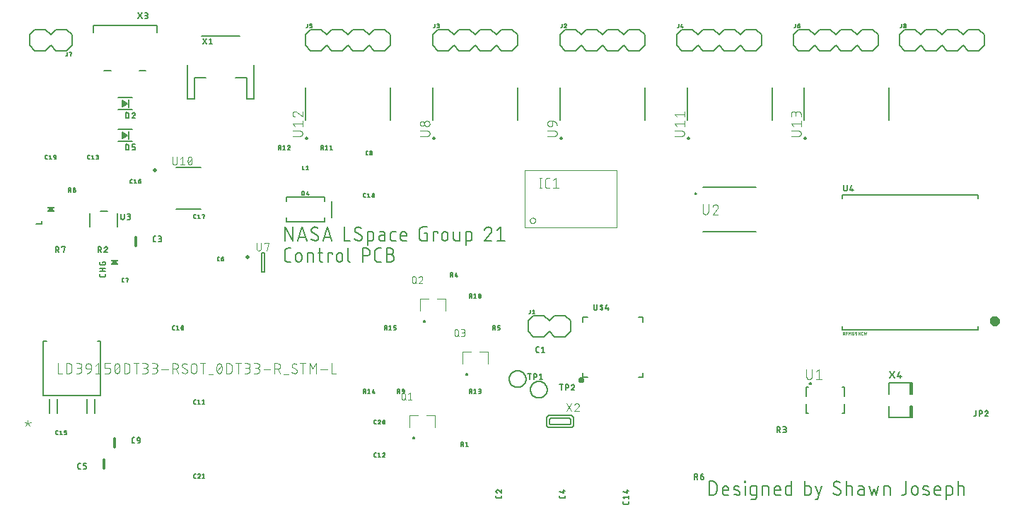
<source format=gbr>
G04 EAGLE Gerber RS-274X export*
G75*
%MOMM*%
%FSLAX34Y34*%
%LPD*%
%INSilkscreen Top*%
%IPPOS*%
%AMOC8*
5,1,8,0,0,1.08239X$1,22.5*%
G01*
%ADD10C,0.152400*%
%ADD11C,0.127000*%
%ADD12C,0.304800*%
%ADD13R,0.889000X0.190500*%
%ADD14C,0.203200*%
%ADD15R,0.200000X1.000000*%
%ADD16C,0.101600*%
%ADD17C,0.120000*%
%ADD18C,0.200000*%
%ADD19C,0.406400*%
%ADD20C,0.076200*%
%ADD21C,0.609600*%
%ADD22C,0.050800*%
%ADD23C,0.177800*%
%ADD24C,0.150000*%
%ADD25C,0.500000*%

G36*
X54628Y771402D02*
X54628Y771402D01*
X54645Y771400D01*
X54749Y771421D01*
X54853Y771439D01*
X54868Y771447D01*
X54886Y771451D01*
X54977Y771504D01*
X55070Y771554D01*
X55082Y771566D01*
X55098Y771576D01*
X55167Y771655D01*
X55240Y771732D01*
X55247Y771748D01*
X55259Y771762D01*
X55299Y771859D01*
X55343Y771955D01*
X55345Y771973D01*
X55352Y771989D01*
X55359Y772095D01*
X55370Y772199D01*
X55366Y772217D01*
X55368Y772235D01*
X55340Y772337D01*
X55318Y772440D01*
X55309Y772455D01*
X55304Y772472D01*
X55219Y772617D01*
X51409Y777697D01*
X51406Y777700D01*
X51404Y777704D01*
X51317Y777785D01*
X51232Y777867D01*
X51228Y777869D01*
X51225Y777872D01*
X51116Y777922D01*
X51009Y777972D01*
X51005Y777972D01*
X51001Y777974D01*
X50883Y777987D01*
X50765Y778000D01*
X50761Y778000D01*
X50756Y778000D01*
X50640Y777974D01*
X50524Y777950D01*
X50520Y777947D01*
X50516Y777946D01*
X50414Y777885D01*
X50312Y777825D01*
X50309Y777821D01*
X50306Y777819D01*
X50191Y777697D01*
X46381Y772617D01*
X46373Y772601D01*
X46361Y772588D01*
X46316Y772492D01*
X46267Y772399D01*
X46264Y772381D01*
X46257Y772365D01*
X46245Y772260D01*
X46229Y772156D01*
X46232Y772138D01*
X46230Y772121D01*
X46252Y772018D01*
X46270Y771913D01*
X46278Y771898D01*
X46282Y771880D01*
X46336Y771790D01*
X46386Y771697D01*
X46399Y771684D01*
X46408Y771669D01*
X46488Y771600D01*
X46565Y771528D01*
X46582Y771521D01*
X46595Y771509D01*
X46693Y771470D01*
X46789Y771426D01*
X46807Y771424D01*
X46823Y771417D01*
X46990Y771399D01*
X54610Y771399D01*
X54628Y771402D01*
G37*
G36*
X130828Y707902D02*
X130828Y707902D01*
X130845Y707900D01*
X130949Y707921D01*
X131053Y707939D01*
X131068Y707947D01*
X131086Y707951D01*
X131177Y708004D01*
X131270Y708054D01*
X131282Y708066D01*
X131298Y708076D01*
X131367Y708155D01*
X131440Y708232D01*
X131447Y708248D01*
X131459Y708262D01*
X131499Y708359D01*
X131543Y708455D01*
X131545Y708473D01*
X131552Y708489D01*
X131559Y708595D01*
X131570Y708699D01*
X131566Y708717D01*
X131568Y708735D01*
X131540Y708837D01*
X131518Y708940D01*
X131509Y708955D01*
X131504Y708972D01*
X131419Y709117D01*
X127609Y714197D01*
X127606Y714200D01*
X127604Y714204D01*
X127517Y714285D01*
X127432Y714367D01*
X127428Y714369D01*
X127425Y714372D01*
X127316Y714422D01*
X127209Y714472D01*
X127205Y714472D01*
X127201Y714474D01*
X127083Y714487D01*
X126965Y714500D01*
X126961Y714500D01*
X126956Y714500D01*
X126840Y714474D01*
X126724Y714450D01*
X126720Y714447D01*
X126716Y714446D01*
X126614Y714385D01*
X126512Y714325D01*
X126509Y714321D01*
X126506Y714319D01*
X126391Y714197D01*
X122581Y709117D01*
X122573Y709101D01*
X122561Y709088D01*
X122516Y708992D01*
X122467Y708899D01*
X122464Y708881D01*
X122457Y708865D01*
X122445Y708760D01*
X122429Y708656D01*
X122432Y708638D01*
X122430Y708621D01*
X122452Y708518D01*
X122470Y708413D01*
X122478Y708398D01*
X122482Y708380D01*
X122536Y708290D01*
X122586Y708197D01*
X122599Y708184D01*
X122608Y708169D01*
X122688Y708100D01*
X122765Y708028D01*
X122782Y708021D01*
X122795Y708009D01*
X122893Y707970D01*
X122989Y707926D01*
X123007Y707924D01*
X123023Y707917D01*
X123190Y707899D01*
X130810Y707899D01*
X130828Y707902D01*
G37*
G36*
X137745Y898693D02*
X137745Y898693D01*
X137816Y898691D01*
X137886Y898710D01*
X137957Y898718D01*
X138012Y898743D01*
X138091Y898763D01*
X138194Y898824D01*
X138263Y898855D01*
X141263Y900855D01*
X141350Y900932D01*
X141440Y901005D01*
X141455Y901027D01*
X141475Y901045D01*
X141537Y901142D01*
X141604Y901237D01*
X141612Y901263D01*
X141627Y901285D01*
X141659Y901396D01*
X141697Y901506D01*
X141698Y901533D01*
X141705Y901558D01*
X141705Y901674D01*
X141711Y901790D01*
X141705Y901816D01*
X141705Y901843D01*
X141673Y901954D01*
X141647Y902067D01*
X141634Y902090D01*
X141626Y902116D01*
X141564Y902214D01*
X141508Y902315D01*
X141490Y902331D01*
X141475Y902356D01*
X141267Y902541D01*
X141263Y902545D01*
X138263Y904545D01*
X138199Y904576D01*
X138139Y904616D01*
X138071Y904637D01*
X138007Y904668D01*
X137936Y904680D01*
X137868Y904701D01*
X137797Y904703D01*
X137727Y904715D01*
X137655Y904707D01*
X137584Y904709D01*
X137515Y904691D01*
X137444Y904682D01*
X137378Y904655D01*
X137309Y904637D01*
X137248Y904600D01*
X137182Y904573D01*
X137126Y904528D01*
X137064Y904492D01*
X137015Y904440D01*
X136960Y904395D01*
X136919Y904337D01*
X136870Y904284D01*
X136837Y904221D01*
X136796Y904163D01*
X136773Y904095D01*
X136740Y904031D01*
X136730Y903972D01*
X136703Y903894D01*
X136697Y903775D01*
X136685Y903700D01*
X136685Y899700D01*
X136695Y899629D01*
X136695Y899557D01*
X136715Y899489D01*
X136725Y899419D01*
X136754Y899353D01*
X136774Y899284D01*
X136812Y899224D01*
X136841Y899159D01*
X136887Y899104D01*
X136925Y899044D01*
X136979Y898996D01*
X137025Y898942D01*
X137084Y898902D01*
X137138Y898855D01*
X137202Y898824D01*
X137261Y898785D01*
X137330Y898763D01*
X137394Y898732D01*
X137464Y898720D01*
X137532Y898699D01*
X137604Y898697D01*
X137675Y898685D01*
X137745Y898693D01*
G37*
G36*
X137745Y860593D02*
X137745Y860593D01*
X137816Y860591D01*
X137886Y860610D01*
X137957Y860618D01*
X138012Y860643D01*
X138091Y860663D01*
X138194Y860724D01*
X138263Y860755D01*
X141263Y862755D01*
X141350Y862832D01*
X141440Y862905D01*
X141455Y862927D01*
X141475Y862945D01*
X141537Y863042D01*
X141604Y863137D01*
X141612Y863163D01*
X141627Y863185D01*
X141659Y863296D01*
X141697Y863406D01*
X141698Y863433D01*
X141705Y863458D01*
X141705Y863574D01*
X141711Y863690D01*
X141705Y863716D01*
X141705Y863743D01*
X141673Y863854D01*
X141647Y863967D01*
X141634Y863990D01*
X141626Y864016D01*
X141564Y864114D01*
X141508Y864215D01*
X141490Y864231D01*
X141475Y864256D01*
X141267Y864441D01*
X141263Y864445D01*
X138263Y866445D01*
X138199Y866476D01*
X138139Y866516D01*
X138071Y866537D01*
X138007Y866568D01*
X137936Y866580D01*
X137868Y866601D01*
X137797Y866603D01*
X137727Y866615D01*
X137655Y866607D01*
X137584Y866609D01*
X137515Y866591D01*
X137444Y866582D01*
X137378Y866555D01*
X137309Y866537D01*
X137248Y866500D01*
X137182Y866473D01*
X137126Y866428D01*
X137064Y866392D01*
X137015Y866340D01*
X136960Y866295D01*
X136919Y866237D01*
X136870Y866184D01*
X136837Y866121D01*
X136796Y866063D01*
X136773Y865995D01*
X136740Y865931D01*
X136730Y865872D01*
X136703Y865794D01*
X136697Y865675D01*
X136685Y865600D01*
X136685Y861600D01*
X136695Y861529D01*
X136695Y861457D01*
X136715Y861389D01*
X136725Y861319D01*
X136754Y861253D01*
X136774Y861184D01*
X136812Y861124D01*
X136841Y861059D01*
X136887Y861004D01*
X136925Y860944D01*
X136979Y860896D01*
X137025Y860842D01*
X137084Y860802D01*
X137138Y860755D01*
X137202Y860724D01*
X137261Y860685D01*
X137330Y860663D01*
X137394Y860632D01*
X137464Y860620D01*
X137532Y860599D01*
X137604Y860597D01*
X137675Y860585D01*
X137745Y860593D01*
G37*
D10*
X330962Y737362D02*
X330962Y753618D01*
X339993Y737362D01*
X339993Y753618D01*
X351630Y753618D02*
X346211Y737362D01*
X357049Y737362D02*
X351630Y753618D01*
X355694Y741426D02*
X347566Y741426D01*
X367643Y737362D02*
X367761Y737364D01*
X367879Y737370D01*
X367997Y737379D01*
X368114Y737393D01*
X368231Y737410D01*
X368348Y737431D01*
X368463Y737456D01*
X368578Y737485D01*
X368692Y737518D01*
X368804Y737554D01*
X368915Y737594D01*
X369025Y737637D01*
X369134Y737684D01*
X369241Y737734D01*
X369346Y737789D01*
X369449Y737846D01*
X369550Y737907D01*
X369650Y737971D01*
X369747Y738038D01*
X369842Y738108D01*
X369934Y738182D01*
X370025Y738258D01*
X370112Y738338D01*
X370197Y738420D01*
X370279Y738505D01*
X370359Y738592D01*
X370435Y738683D01*
X370509Y738775D01*
X370579Y738870D01*
X370646Y738967D01*
X370710Y739067D01*
X370771Y739168D01*
X370828Y739271D01*
X370883Y739376D01*
X370933Y739483D01*
X370980Y739592D01*
X371023Y739702D01*
X371063Y739813D01*
X371099Y739925D01*
X371132Y740039D01*
X371161Y740154D01*
X371186Y740269D01*
X371207Y740386D01*
X371224Y740503D01*
X371238Y740620D01*
X371247Y740738D01*
X371253Y740856D01*
X371255Y740974D01*
X367643Y737362D02*
X367460Y737364D01*
X367278Y737371D01*
X367096Y737382D01*
X366914Y737397D01*
X366732Y737417D01*
X366551Y737440D01*
X366371Y737469D01*
X366191Y737501D01*
X366012Y737538D01*
X365835Y737579D01*
X365658Y737625D01*
X365482Y737674D01*
X365308Y737728D01*
X365134Y737786D01*
X364963Y737848D01*
X364793Y737914D01*
X364624Y737985D01*
X364457Y738059D01*
X364292Y738137D01*
X364129Y738219D01*
X363968Y738305D01*
X363809Y738395D01*
X363652Y738489D01*
X363498Y738586D01*
X363346Y738687D01*
X363196Y738792D01*
X363049Y738900D01*
X362905Y739011D01*
X362763Y739126D01*
X362624Y739245D01*
X362488Y739367D01*
X362355Y739492D01*
X362225Y739620D01*
X362676Y750006D02*
X362678Y750124D01*
X362684Y750242D01*
X362693Y750360D01*
X362707Y750477D01*
X362724Y750594D01*
X362745Y750711D01*
X362770Y750826D01*
X362799Y750941D01*
X362832Y751055D01*
X362868Y751167D01*
X362908Y751278D01*
X362951Y751388D01*
X362998Y751497D01*
X363048Y751604D01*
X363103Y751709D01*
X363160Y751812D01*
X363221Y751913D01*
X363285Y752013D01*
X363352Y752110D01*
X363422Y752205D01*
X363496Y752297D01*
X363572Y752388D01*
X363652Y752475D01*
X363734Y752560D01*
X363819Y752642D01*
X363906Y752722D01*
X363997Y752798D01*
X364089Y752872D01*
X364184Y752942D01*
X364281Y753009D01*
X364381Y753073D01*
X364482Y753134D01*
X364585Y753192D01*
X364690Y753246D01*
X364797Y753296D01*
X364906Y753343D01*
X365016Y753387D01*
X365127Y753426D01*
X365240Y753462D01*
X365353Y753495D01*
X365468Y753524D01*
X365583Y753549D01*
X365700Y753570D01*
X365817Y753587D01*
X365934Y753601D01*
X366052Y753610D01*
X366170Y753616D01*
X366288Y753618D01*
X366449Y753616D01*
X366611Y753610D01*
X366772Y753601D01*
X366933Y753587D01*
X367093Y753570D01*
X367253Y753549D01*
X367413Y753524D01*
X367572Y753495D01*
X367730Y753463D01*
X367887Y753427D01*
X368043Y753387D01*
X368199Y753343D01*
X368353Y753295D01*
X368506Y753244D01*
X368658Y753190D01*
X368809Y753131D01*
X368958Y753070D01*
X369105Y753004D01*
X369251Y752935D01*
X369396Y752863D01*
X369538Y752787D01*
X369679Y752708D01*
X369818Y752626D01*
X369954Y752540D01*
X370089Y752451D01*
X370222Y752359D01*
X370352Y752263D01*
X364482Y746845D02*
X364381Y746907D01*
X364281Y746972D01*
X364184Y747041D01*
X364089Y747113D01*
X363996Y747187D01*
X363906Y747265D01*
X363818Y747346D01*
X363733Y747429D01*
X363651Y747515D01*
X363572Y747604D01*
X363495Y747695D01*
X363422Y747789D01*
X363351Y747885D01*
X363284Y747983D01*
X363220Y748083D01*
X363159Y748186D01*
X363102Y748290D01*
X363048Y748396D01*
X362998Y748504D01*
X362951Y748613D01*
X362907Y748724D01*
X362867Y748836D01*
X362831Y748950D01*
X362799Y749064D01*
X362770Y749180D01*
X362745Y749296D01*
X362724Y749413D01*
X362707Y749531D01*
X362693Y749649D01*
X362684Y749768D01*
X362678Y749887D01*
X362676Y750006D01*
X369450Y744135D02*
X369551Y744073D01*
X369651Y744008D01*
X369748Y743939D01*
X369843Y743867D01*
X369936Y743793D01*
X370026Y743715D01*
X370114Y743634D01*
X370199Y743551D01*
X370281Y743465D01*
X370360Y743376D01*
X370437Y743285D01*
X370510Y743191D01*
X370581Y743095D01*
X370648Y742997D01*
X370712Y742897D01*
X370773Y742794D01*
X370830Y742690D01*
X370884Y742584D01*
X370934Y742476D01*
X370981Y742367D01*
X371025Y742256D01*
X371065Y742144D01*
X371101Y742030D01*
X371133Y741916D01*
X371162Y741800D01*
X371187Y741684D01*
X371208Y741567D01*
X371225Y741449D01*
X371239Y741331D01*
X371248Y741212D01*
X371254Y741093D01*
X371256Y740974D01*
X369449Y744135D02*
X364482Y746845D01*
X376432Y737362D02*
X381850Y753618D01*
X387269Y737362D01*
X385914Y741426D02*
X377786Y741426D01*
X401853Y737362D02*
X401853Y753618D01*
X401853Y737362D02*
X409078Y737362D01*
X419747Y737362D02*
X419865Y737364D01*
X419983Y737370D01*
X420101Y737379D01*
X420218Y737393D01*
X420335Y737410D01*
X420452Y737431D01*
X420567Y737456D01*
X420682Y737485D01*
X420796Y737518D01*
X420908Y737554D01*
X421019Y737594D01*
X421129Y737637D01*
X421238Y737684D01*
X421345Y737734D01*
X421450Y737789D01*
X421553Y737846D01*
X421654Y737907D01*
X421754Y737971D01*
X421851Y738038D01*
X421946Y738108D01*
X422038Y738182D01*
X422129Y738258D01*
X422216Y738338D01*
X422301Y738420D01*
X422383Y738505D01*
X422463Y738592D01*
X422539Y738683D01*
X422613Y738775D01*
X422683Y738870D01*
X422750Y738967D01*
X422814Y739067D01*
X422875Y739168D01*
X422932Y739271D01*
X422987Y739376D01*
X423037Y739483D01*
X423084Y739592D01*
X423127Y739702D01*
X423167Y739813D01*
X423203Y739925D01*
X423236Y740039D01*
X423265Y740154D01*
X423290Y740269D01*
X423311Y740386D01*
X423328Y740503D01*
X423342Y740620D01*
X423351Y740738D01*
X423357Y740856D01*
X423359Y740974D01*
X419747Y737362D02*
X419564Y737364D01*
X419382Y737371D01*
X419200Y737382D01*
X419018Y737397D01*
X418836Y737417D01*
X418655Y737440D01*
X418475Y737469D01*
X418295Y737501D01*
X418116Y737538D01*
X417939Y737579D01*
X417762Y737625D01*
X417586Y737674D01*
X417412Y737728D01*
X417238Y737786D01*
X417067Y737848D01*
X416897Y737914D01*
X416728Y737985D01*
X416561Y738059D01*
X416396Y738137D01*
X416233Y738219D01*
X416072Y738305D01*
X415913Y738395D01*
X415756Y738489D01*
X415602Y738586D01*
X415450Y738687D01*
X415300Y738792D01*
X415153Y738900D01*
X415009Y739011D01*
X414867Y739126D01*
X414728Y739245D01*
X414592Y739367D01*
X414459Y739492D01*
X414329Y739620D01*
X414781Y750006D02*
X414783Y750124D01*
X414789Y750242D01*
X414798Y750360D01*
X414812Y750477D01*
X414829Y750594D01*
X414850Y750711D01*
X414875Y750826D01*
X414904Y750941D01*
X414937Y751055D01*
X414973Y751167D01*
X415013Y751278D01*
X415056Y751388D01*
X415103Y751497D01*
X415153Y751604D01*
X415208Y751709D01*
X415265Y751812D01*
X415326Y751913D01*
X415390Y752013D01*
X415457Y752110D01*
X415527Y752205D01*
X415601Y752297D01*
X415677Y752388D01*
X415757Y752475D01*
X415839Y752560D01*
X415924Y752642D01*
X416011Y752722D01*
X416102Y752798D01*
X416194Y752872D01*
X416289Y752942D01*
X416386Y753009D01*
X416486Y753073D01*
X416587Y753134D01*
X416690Y753192D01*
X416795Y753246D01*
X416902Y753296D01*
X417011Y753343D01*
X417121Y753387D01*
X417232Y753426D01*
X417345Y753462D01*
X417458Y753495D01*
X417573Y753524D01*
X417688Y753549D01*
X417805Y753570D01*
X417922Y753587D01*
X418039Y753601D01*
X418157Y753610D01*
X418275Y753616D01*
X418393Y753618D01*
X418554Y753616D01*
X418716Y753610D01*
X418877Y753601D01*
X419038Y753587D01*
X419198Y753570D01*
X419358Y753549D01*
X419518Y753524D01*
X419677Y753495D01*
X419835Y753463D01*
X419992Y753427D01*
X420148Y753387D01*
X420304Y753343D01*
X420458Y753295D01*
X420611Y753244D01*
X420763Y753190D01*
X420914Y753131D01*
X421063Y753070D01*
X421210Y753004D01*
X421356Y752935D01*
X421501Y752863D01*
X421643Y752787D01*
X421784Y752708D01*
X421923Y752626D01*
X422059Y752540D01*
X422194Y752451D01*
X422327Y752359D01*
X422457Y752263D01*
X416586Y746845D02*
X416485Y746907D01*
X416385Y746972D01*
X416288Y747041D01*
X416193Y747113D01*
X416100Y747187D01*
X416010Y747265D01*
X415922Y747346D01*
X415837Y747429D01*
X415755Y747515D01*
X415676Y747604D01*
X415599Y747695D01*
X415526Y747789D01*
X415455Y747885D01*
X415388Y747983D01*
X415324Y748083D01*
X415263Y748186D01*
X415206Y748290D01*
X415152Y748396D01*
X415102Y748504D01*
X415055Y748613D01*
X415011Y748724D01*
X414971Y748836D01*
X414935Y748950D01*
X414903Y749064D01*
X414874Y749180D01*
X414849Y749296D01*
X414828Y749413D01*
X414811Y749531D01*
X414797Y749649D01*
X414788Y749768D01*
X414782Y749887D01*
X414780Y750006D01*
X421554Y744135D02*
X421655Y744073D01*
X421755Y744008D01*
X421852Y743939D01*
X421947Y743867D01*
X422040Y743793D01*
X422130Y743715D01*
X422218Y743634D01*
X422303Y743551D01*
X422385Y743465D01*
X422464Y743376D01*
X422541Y743285D01*
X422614Y743191D01*
X422685Y743095D01*
X422752Y742997D01*
X422816Y742897D01*
X422877Y742794D01*
X422934Y742690D01*
X422988Y742584D01*
X423038Y742476D01*
X423085Y742367D01*
X423129Y742256D01*
X423169Y742144D01*
X423205Y742030D01*
X423237Y741916D01*
X423266Y741800D01*
X423291Y741684D01*
X423312Y741567D01*
X423329Y741449D01*
X423343Y741331D01*
X423352Y741212D01*
X423358Y741093D01*
X423360Y740974D01*
X421553Y744135D02*
X416586Y746845D01*
X429894Y748199D02*
X429894Y731943D01*
X429894Y748199D02*
X434410Y748199D01*
X434514Y748197D01*
X434617Y748191D01*
X434721Y748181D01*
X434824Y748167D01*
X434926Y748149D01*
X435027Y748128D01*
X435128Y748102D01*
X435227Y748073D01*
X435326Y748040D01*
X435423Y748003D01*
X435518Y747962D01*
X435612Y747918D01*
X435704Y747870D01*
X435794Y747819D01*
X435883Y747764D01*
X435969Y747706D01*
X436052Y747644D01*
X436134Y747580D01*
X436212Y747512D01*
X436288Y747442D01*
X436362Y747369D01*
X436432Y747292D01*
X436500Y747214D01*
X436564Y747132D01*
X436626Y747049D01*
X436684Y746963D01*
X436739Y746874D01*
X436790Y746784D01*
X436838Y746692D01*
X436882Y746598D01*
X436923Y746503D01*
X436960Y746406D01*
X436993Y746307D01*
X437022Y746208D01*
X437048Y746107D01*
X437069Y746006D01*
X437087Y745904D01*
X437101Y745801D01*
X437111Y745697D01*
X437117Y745594D01*
X437119Y745490D01*
X437119Y740071D01*
X437117Y739970D01*
X437111Y739869D01*
X437102Y739768D01*
X437089Y739667D01*
X437072Y739567D01*
X437051Y739468D01*
X437027Y739370D01*
X436999Y739273D01*
X436967Y739176D01*
X436932Y739081D01*
X436893Y738988D01*
X436851Y738896D01*
X436805Y738805D01*
X436756Y738717D01*
X436704Y738630D01*
X436648Y738545D01*
X436590Y738462D01*
X436528Y738382D01*
X436463Y738304D01*
X436396Y738228D01*
X436326Y738155D01*
X436253Y738085D01*
X436177Y738018D01*
X436099Y737953D01*
X436019Y737891D01*
X435936Y737833D01*
X435851Y737777D01*
X435765Y737725D01*
X435676Y737676D01*
X435585Y737630D01*
X435493Y737588D01*
X435400Y737549D01*
X435305Y737514D01*
X435208Y737482D01*
X435111Y737454D01*
X435013Y737430D01*
X434914Y737409D01*
X434814Y737392D01*
X434713Y737379D01*
X434612Y737370D01*
X434511Y737364D01*
X434410Y737362D01*
X429894Y737362D01*
X446456Y743684D02*
X450520Y743684D01*
X446456Y743684D02*
X446344Y743682D01*
X446233Y743676D01*
X446122Y743666D01*
X446011Y743653D01*
X445901Y743635D01*
X445792Y743613D01*
X445683Y743588D01*
X445575Y743559D01*
X445469Y743526D01*
X445363Y743489D01*
X445259Y743449D01*
X445157Y743405D01*
X445056Y743357D01*
X444957Y743306D01*
X444859Y743251D01*
X444764Y743193D01*
X444671Y743132D01*
X444580Y743067D01*
X444491Y742999D01*
X444405Y742928D01*
X444322Y742855D01*
X444241Y742778D01*
X444162Y742698D01*
X444087Y742616D01*
X444015Y742531D01*
X443945Y742444D01*
X443879Y742354D01*
X443816Y742262D01*
X443756Y742167D01*
X443700Y742071D01*
X443647Y741973D01*
X443598Y741873D01*
X443552Y741771D01*
X443510Y741668D01*
X443471Y741563D01*
X443436Y741457D01*
X443405Y741350D01*
X443378Y741242D01*
X443354Y741133D01*
X443335Y741023D01*
X443319Y740913D01*
X443307Y740802D01*
X443299Y740690D01*
X443295Y740579D01*
X443295Y740467D01*
X443299Y740356D01*
X443307Y740244D01*
X443319Y740133D01*
X443335Y740023D01*
X443354Y739913D01*
X443378Y739804D01*
X443405Y739696D01*
X443436Y739589D01*
X443471Y739483D01*
X443510Y739378D01*
X443552Y739275D01*
X443598Y739173D01*
X443647Y739073D01*
X443700Y738975D01*
X443756Y738879D01*
X443816Y738784D01*
X443879Y738692D01*
X443945Y738602D01*
X444015Y738515D01*
X444087Y738430D01*
X444162Y738348D01*
X444241Y738268D01*
X444322Y738191D01*
X444405Y738118D01*
X444491Y738047D01*
X444580Y737979D01*
X444671Y737914D01*
X444764Y737853D01*
X444859Y737795D01*
X444957Y737740D01*
X445056Y737689D01*
X445157Y737641D01*
X445259Y737597D01*
X445363Y737557D01*
X445469Y737520D01*
X445575Y737487D01*
X445683Y737458D01*
X445792Y737433D01*
X445901Y737411D01*
X446011Y737393D01*
X446122Y737380D01*
X446233Y737370D01*
X446344Y737364D01*
X446456Y737362D01*
X450520Y737362D01*
X450520Y745490D01*
X450519Y745490D02*
X450517Y745591D01*
X450511Y745692D01*
X450502Y745793D01*
X450489Y745894D01*
X450472Y745994D01*
X450451Y746093D01*
X450427Y746191D01*
X450399Y746288D01*
X450367Y746385D01*
X450332Y746480D01*
X450293Y746573D01*
X450251Y746665D01*
X450205Y746756D01*
X450156Y746845D01*
X450104Y746931D01*
X450048Y747016D01*
X449990Y747099D01*
X449928Y747179D01*
X449863Y747257D01*
X449796Y747333D01*
X449726Y747406D01*
X449653Y747476D01*
X449577Y747543D01*
X449499Y747608D01*
X449419Y747670D01*
X449336Y747728D01*
X449251Y747784D01*
X449165Y747836D01*
X449076Y747885D01*
X448985Y747931D01*
X448893Y747973D01*
X448800Y748012D01*
X448705Y748047D01*
X448608Y748079D01*
X448511Y748107D01*
X448413Y748131D01*
X448314Y748152D01*
X448214Y748169D01*
X448113Y748182D01*
X448012Y748191D01*
X447911Y748197D01*
X447810Y748199D01*
X444198Y748199D01*
X460163Y737362D02*
X463775Y737362D01*
X460163Y737362D02*
X460062Y737364D01*
X459961Y737370D01*
X459860Y737379D01*
X459759Y737392D01*
X459659Y737409D01*
X459560Y737430D01*
X459462Y737454D01*
X459365Y737482D01*
X459268Y737514D01*
X459173Y737549D01*
X459080Y737588D01*
X458988Y737630D01*
X458897Y737676D01*
X458809Y737725D01*
X458722Y737777D01*
X458637Y737833D01*
X458554Y737891D01*
X458474Y737953D01*
X458396Y738018D01*
X458320Y738085D01*
X458247Y738155D01*
X458177Y738228D01*
X458110Y738304D01*
X458045Y738382D01*
X457983Y738462D01*
X457925Y738545D01*
X457869Y738630D01*
X457817Y738717D01*
X457768Y738805D01*
X457722Y738896D01*
X457680Y738988D01*
X457641Y739081D01*
X457606Y739176D01*
X457574Y739273D01*
X457546Y739370D01*
X457522Y739468D01*
X457501Y739567D01*
X457484Y739667D01*
X457471Y739768D01*
X457462Y739869D01*
X457456Y739970D01*
X457454Y740071D01*
X457454Y745490D01*
X457456Y745591D01*
X457462Y745692D01*
X457471Y745793D01*
X457484Y745894D01*
X457501Y745994D01*
X457522Y746093D01*
X457546Y746191D01*
X457574Y746288D01*
X457606Y746385D01*
X457641Y746480D01*
X457680Y746573D01*
X457722Y746665D01*
X457768Y746756D01*
X457817Y746845D01*
X457869Y746931D01*
X457925Y747016D01*
X457983Y747099D01*
X458045Y747179D01*
X458110Y747257D01*
X458177Y747333D01*
X458247Y747406D01*
X458320Y747476D01*
X458396Y747543D01*
X458474Y747608D01*
X458554Y747670D01*
X458637Y747728D01*
X458722Y747784D01*
X458809Y747836D01*
X458897Y747885D01*
X458988Y747931D01*
X459080Y747973D01*
X459173Y748012D01*
X459268Y748047D01*
X459365Y748079D01*
X459462Y748107D01*
X459560Y748131D01*
X459659Y748152D01*
X459759Y748169D01*
X459860Y748182D01*
X459961Y748191D01*
X460062Y748197D01*
X460163Y748199D01*
X463775Y748199D01*
X472129Y737362D02*
X476645Y737362D01*
X472129Y737362D02*
X472028Y737364D01*
X471927Y737370D01*
X471826Y737379D01*
X471725Y737392D01*
X471625Y737409D01*
X471526Y737430D01*
X471428Y737454D01*
X471331Y737482D01*
X471234Y737514D01*
X471139Y737549D01*
X471046Y737588D01*
X470954Y737630D01*
X470863Y737676D01*
X470775Y737725D01*
X470688Y737777D01*
X470603Y737833D01*
X470520Y737891D01*
X470440Y737953D01*
X470362Y738018D01*
X470286Y738085D01*
X470213Y738155D01*
X470143Y738228D01*
X470076Y738304D01*
X470011Y738382D01*
X469949Y738462D01*
X469891Y738545D01*
X469835Y738630D01*
X469783Y738717D01*
X469734Y738805D01*
X469688Y738896D01*
X469646Y738988D01*
X469607Y739081D01*
X469572Y739176D01*
X469540Y739273D01*
X469512Y739370D01*
X469488Y739468D01*
X469467Y739567D01*
X469450Y739667D01*
X469437Y739768D01*
X469428Y739869D01*
X469422Y739970D01*
X469420Y740071D01*
X469420Y744587D01*
X469422Y744706D01*
X469428Y744826D01*
X469438Y744945D01*
X469452Y745063D01*
X469469Y745182D01*
X469491Y745299D01*
X469516Y745416D01*
X469546Y745531D01*
X469579Y745646D01*
X469616Y745760D01*
X469656Y745872D01*
X469701Y745983D01*
X469749Y746092D01*
X469800Y746200D01*
X469855Y746306D01*
X469914Y746410D01*
X469976Y746512D01*
X470041Y746612D01*
X470110Y746710D01*
X470182Y746806D01*
X470257Y746899D01*
X470334Y746989D01*
X470415Y747077D01*
X470499Y747162D01*
X470586Y747244D01*
X470675Y747324D01*
X470767Y747400D01*
X470861Y747474D01*
X470958Y747544D01*
X471056Y747611D01*
X471157Y747675D01*
X471261Y747735D01*
X471366Y747792D01*
X471473Y747845D01*
X471581Y747895D01*
X471691Y747941D01*
X471803Y747983D01*
X471916Y748022D01*
X472030Y748057D01*
X472145Y748088D01*
X472262Y748116D01*
X472379Y748139D01*
X472496Y748159D01*
X472615Y748175D01*
X472734Y748187D01*
X472853Y748195D01*
X472972Y748199D01*
X473092Y748199D01*
X473211Y748195D01*
X473330Y748187D01*
X473449Y748175D01*
X473568Y748159D01*
X473685Y748139D01*
X473802Y748116D01*
X473919Y748088D01*
X474034Y748057D01*
X474148Y748022D01*
X474261Y747983D01*
X474373Y747941D01*
X474483Y747895D01*
X474591Y747845D01*
X474698Y747792D01*
X474803Y747735D01*
X474907Y747675D01*
X475008Y747611D01*
X475106Y747544D01*
X475203Y747474D01*
X475297Y747400D01*
X475389Y747324D01*
X475478Y747244D01*
X475565Y747162D01*
X475649Y747077D01*
X475730Y746989D01*
X475807Y746899D01*
X475882Y746806D01*
X475954Y746710D01*
X476023Y746612D01*
X476088Y746512D01*
X476150Y746410D01*
X476209Y746306D01*
X476264Y746200D01*
X476315Y746092D01*
X476363Y745983D01*
X476408Y745872D01*
X476448Y745760D01*
X476485Y745646D01*
X476518Y745531D01*
X476548Y745416D01*
X476573Y745299D01*
X476595Y745182D01*
X476612Y745063D01*
X476626Y744945D01*
X476636Y744826D01*
X476642Y744706D01*
X476644Y744587D01*
X476645Y744587D02*
X476645Y742781D01*
X469420Y742781D01*
X498285Y746393D02*
X500995Y746393D01*
X500995Y737362D01*
X495576Y737362D01*
X495458Y737364D01*
X495340Y737370D01*
X495222Y737379D01*
X495105Y737393D01*
X494988Y737410D01*
X494871Y737431D01*
X494756Y737456D01*
X494641Y737485D01*
X494527Y737518D01*
X494415Y737554D01*
X494304Y737594D01*
X494194Y737637D01*
X494085Y737684D01*
X493978Y737734D01*
X493873Y737789D01*
X493770Y737846D01*
X493669Y737907D01*
X493569Y737971D01*
X493472Y738038D01*
X493377Y738108D01*
X493285Y738182D01*
X493194Y738258D01*
X493107Y738338D01*
X493022Y738420D01*
X492940Y738505D01*
X492860Y738592D01*
X492784Y738683D01*
X492710Y738775D01*
X492640Y738870D01*
X492573Y738967D01*
X492509Y739067D01*
X492448Y739168D01*
X492391Y739271D01*
X492336Y739376D01*
X492286Y739483D01*
X492239Y739592D01*
X492196Y739702D01*
X492156Y739813D01*
X492120Y739925D01*
X492087Y740039D01*
X492058Y740154D01*
X492033Y740269D01*
X492012Y740386D01*
X491995Y740503D01*
X491981Y740620D01*
X491972Y740738D01*
X491966Y740856D01*
X491964Y740974D01*
X491964Y750006D01*
X491966Y750124D01*
X491972Y750242D01*
X491981Y750360D01*
X491995Y750477D01*
X492012Y750594D01*
X492033Y750711D01*
X492058Y750826D01*
X492087Y750941D01*
X492120Y751055D01*
X492156Y751167D01*
X492196Y751278D01*
X492239Y751388D01*
X492286Y751497D01*
X492336Y751604D01*
X492390Y751709D01*
X492448Y751812D01*
X492509Y751913D01*
X492573Y752013D01*
X492640Y752110D01*
X492710Y752205D01*
X492784Y752297D01*
X492860Y752388D01*
X492940Y752475D01*
X493022Y752560D01*
X493107Y752642D01*
X493194Y752722D01*
X493285Y752798D01*
X493377Y752872D01*
X493472Y752942D01*
X493569Y753009D01*
X493669Y753073D01*
X493770Y753134D01*
X493873Y753191D01*
X493978Y753245D01*
X494085Y753296D01*
X494194Y753343D01*
X494304Y753386D01*
X494415Y753426D01*
X494527Y753462D01*
X494641Y753495D01*
X494756Y753524D01*
X494871Y753549D01*
X494988Y753570D01*
X495105Y753587D01*
X495222Y753601D01*
X495340Y753610D01*
X495458Y753616D01*
X495576Y753618D01*
X500995Y753618D01*
X508583Y748199D02*
X508583Y737362D01*
X508583Y748199D02*
X514002Y748199D01*
X514002Y746393D01*
X518919Y744587D02*
X518919Y740974D01*
X518919Y744587D02*
X518921Y744706D01*
X518927Y744826D01*
X518937Y744945D01*
X518951Y745063D01*
X518968Y745182D01*
X518990Y745299D01*
X519015Y745416D01*
X519045Y745531D01*
X519078Y745646D01*
X519115Y745760D01*
X519155Y745872D01*
X519200Y745983D01*
X519248Y746092D01*
X519299Y746200D01*
X519354Y746306D01*
X519413Y746410D01*
X519475Y746512D01*
X519540Y746612D01*
X519609Y746710D01*
X519681Y746806D01*
X519756Y746899D01*
X519833Y746989D01*
X519914Y747077D01*
X519998Y747162D01*
X520085Y747244D01*
X520174Y747324D01*
X520266Y747400D01*
X520360Y747474D01*
X520457Y747544D01*
X520555Y747611D01*
X520656Y747675D01*
X520760Y747735D01*
X520865Y747792D01*
X520972Y747845D01*
X521080Y747895D01*
X521190Y747941D01*
X521302Y747983D01*
X521415Y748022D01*
X521529Y748057D01*
X521644Y748088D01*
X521761Y748116D01*
X521878Y748139D01*
X521995Y748159D01*
X522114Y748175D01*
X522233Y748187D01*
X522352Y748195D01*
X522471Y748199D01*
X522591Y748199D01*
X522710Y748195D01*
X522829Y748187D01*
X522948Y748175D01*
X523067Y748159D01*
X523184Y748139D01*
X523301Y748116D01*
X523418Y748088D01*
X523533Y748057D01*
X523647Y748022D01*
X523760Y747983D01*
X523872Y747941D01*
X523982Y747895D01*
X524090Y747845D01*
X524197Y747792D01*
X524302Y747735D01*
X524406Y747675D01*
X524507Y747611D01*
X524605Y747544D01*
X524702Y747474D01*
X524796Y747400D01*
X524888Y747324D01*
X524977Y747244D01*
X525064Y747162D01*
X525148Y747077D01*
X525229Y746989D01*
X525306Y746899D01*
X525381Y746806D01*
X525453Y746710D01*
X525522Y746612D01*
X525587Y746512D01*
X525649Y746410D01*
X525708Y746306D01*
X525763Y746200D01*
X525814Y746092D01*
X525862Y745983D01*
X525907Y745872D01*
X525947Y745760D01*
X525984Y745646D01*
X526017Y745531D01*
X526047Y745416D01*
X526072Y745299D01*
X526094Y745182D01*
X526111Y745063D01*
X526125Y744945D01*
X526135Y744826D01*
X526141Y744706D01*
X526143Y744587D01*
X526144Y744587D02*
X526144Y740974D01*
X526143Y740974D02*
X526141Y740855D01*
X526135Y740735D01*
X526125Y740616D01*
X526111Y740498D01*
X526094Y740379D01*
X526072Y740262D01*
X526047Y740145D01*
X526017Y740030D01*
X525984Y739915D01*
X525947Y739801D01*
X525907Y739689D01*
X525862Y739578D01*
X525814Y739469D01*
X525763Y739361D01*
X525708Y739255D01*
X525649Y739151D01*
X525587Y739049D01*
X525522Y738949D01*
X525453Y738851D01*
X525381Y738755D01*
X525306Y738662D01*
X525229Y738572D01*
X525148Y738484D01*
X525064Y738399D01*
X524977Y738317D01*
X524888Y738237D01*
X524796Y738161D01*
X524702Y738087D01*
X524605Y738017D01*
X524507Y737950D01*
X524406Y737886D01*
X524302Y737826D01*
X524197Y737769D01*
X524090Y737716D01*
X523982Y737666D01*
X523872Y737620D01*
X523760Y737578D01*
X523647Y737539D01*
X523533Y737504D01*
X523418Y737473D01*
X523301Y737445D01*
X523184Y737422D01*
X523067Y737402D01*
X522948Y737386D01*
X522829Y737374D01*
X522710Y737366D01*
X522591Y737362D01*
X522471Y737362D01*
X522352Y737366D01*
X522233Y737374D01*
X522114Y737386D01*
X521995Y737402D01*
X521878Y737422D01*
X521761Y737445D01*
X521644Y737473D01*
X521529Y737504D01*
X521415Y737539D01*
X521302Y737578D01*
X521190Y737620D01*
X521080Y737666D01*
X520972Y737716D01*
X520865Y737769D01*
X520760Y737826D01*
X520656Y737886D01*
X520555Y737950D01*
X520457Y738017D01*
X520360Y738087D01*
X520266Y738161D01*
X520174Y738237D01*
X520085Y738317D01*
X519998Y738399D01*
X519914Y738484D01*
X519833Y738572D01*
X519756Y738662D01*
X519681Y738755D01*
X519609Y738851D01*
X519540Y738949D01*
X519475Y739049D01*
X519413Y739151D01*
X519354Y739255D01*
X519299Y739361D01*
X519248Y739469D01*
X519200Y739578D01*
X519155Y739689D01*
X519115Y739801D01*
X519078Y739915D01*
X519045Y740030D01*
X519015Y740145D01*
X518990Y740262D01*
X518968Y740379D01*
X518951Y740498D01*
X518937Y740616D01*
X518927Y740735D01*
X518921Y740855D01*
X518919Y740974D01*
X532987Y740071D02*
X532987Y748199D01*
X532987Y740071D02*
X532989Y739970D01*
X532995Y739869D01*
X533004Y739768D01*
X533017Y739667D01*
X533034Y739567D01*
X533055Y739468D01*
X533079Y739370D01*
X533107Y739273D01*
X533139Y739176D01*
X533174Y739081D01*
X533213Y738988D01*
X533255Y738896D01*
X533301Y738805D01*
X533350Y738717D01*
X533402Y738630D01*
X533458Y738545D01*
X533516Y738462D01*
X533578Y738382D01*
X533643Y738304D01*
X533710Y738228D01*
X533780Y738155D01*
X533853Y738085D01*
X533929Y738018D01*
X534007Y737953D01*
X534087Y737891D01*
X534170Y737833D01*
X534255Y737777D01*
X534342Y737725D01*
X534430Y737676D01*
X534521Y737630D01*
X534613Y737588D01*
X534706Y737549D01*
X534801Y737514D01*
X534898Y737482D01*
X534995Y737454D01*
X535093Y737430D01*
X535192Y737409D01*
X535292Y737392D01*
X535393Y737379D01*
X535494Y737370D01*
X535595Y737364D01*
X535696Y737362D01*
X540212Y737362D01*
X540212Y748199D01*
X547649Y748199D02*
X547649Y731943D01*
X547649Y748199D02*
X552165Y748199D01*
X552269Y748197D01*
X552372Y748191D01*
X552476Y748181D01*
X552579Y748167D01*
X552681Y748149D01*
X552782Y748128D01*
X552883Y748102D01*
X552982Y748073D01*
X553081Y748040D01*
X553178Y748003D01*
X553273Y747962D01*
X553367Y747918D01*
X553459Y747870D01*
X553549Y747819D01*
X553638Y747764D01*
X553724Y747706D01*
X553807Y747644D01*
X553889Y747580D01*
X553967Y747512D01*
X554043Y747442D01*
X554117Y747369D01*
X554187Y747292D01*
X554255Y747214D01*
X554319Y747132D01*
X554381Y747049D01*
X554439Y746963D01*
X554494Y746874D01*
X554545Y746784D01*
X554593Y746692D01*
X554637Y746598D01*
X554678Y746503D01*
X554715Y746406D01*
X554748Y746307D01*
X554777Y746208D01*
X554803Y746107D01*
X554824Y746006D01*
X554842Y745904D01*
X554856Y745801D01*
X554866Y745697D01*
X554872Y745594D01*
X554874Y745490D01*
X554874Y740071D01*
X554872Y739970D01*
X554866Y739869D01*
X554857Y739768D01*
X554844Y739667D01*
X554827Y739567D01*
X554806Y739468D01*
X554782Y739370D01*
X554754Y739273D01*
X554722Y739176D01*
X554687Y739081D01*
X554648Y738988D01*
X554606Y738896D01*
X554560Y738805D01*
X554511Y738717D01*
X554459Y738630D01*
X554403Y738545D01*
X554345Y738462D01*
X554283Y738382D01*
X554218Y738304D01*
X554151Y738228D01*
X554081Y738155D01*
X554008Y738085D01*
X553932Y738018D01*
X553854Y737953D01*
X553774Y737891D01*
X553691Y737833D01*
X553606Y737777D01*
X553520Y737725D01*
X553431Y737676D01*
X553340Y737630D01*
X553248Y737588D01*
X553155Y737549D01*
X553060Y737514D01*
X552963Y737482D01*
X552866Y737454D01*
X552768Y737430D01*
X552669Y737409D01*
X552569Y737392D01*
X552468Y737379D01*
X552367Y737370D01*
X552266Y737364D01*
X552165Y737362D01*
X547649Y737362D01*
X574566Y753618D02*
X574691Y753616D01*
X574816Y753610D01*
X574941Y753601D01*
X575065Y753587D01*
X575189Y753570D01*
X575313Y753549D01*
X575435Y753524D01*
X575557Y753495D01*
X575678Y753463D01*
X575798Y753427D01*
X575917Y753387D01*
X576034Y753344D01*
X576150Y753297D01*
X576265Y753246D01*
X576377Y753192D01*
X576489Y753134D01*
X576598Y753074D01*
X576705Y753009D01*
X576811Y752942D01*
X576914Y752871D01*
X577015Y752797D01*
X577114Y752720D01*
X577210Y752640D01*
X577304Y752557D01*
X577395Y752472D01*
X577484Y752383D01*
X577569Y752292D01*
X577652Y752198D01*
X577732Y752102D01*
X577809Y752003D01*
X577883Y751902D01*
X577954Y751799D01*
X578021Y751693D01*
X578086Y751586D01*
X578146Y751477D01*
X578204Y751365D01*
X578258Y751253D01*
X578309Y751138D01*
X578356Y751022D01*
X578399Y750905D01*
X578439Y750786D01*
X578475Y750666D01*
X578507Y750545D01*
X578536Y750423D01*
X578561Y750301D01*
X578582Y750177D01*
X578599Y750053D01*
X578613Y749929D01*
X578622Y749804D01*
X578628Y749679D01*
X578630Y749554D01*
X574566Y753618D02*
X574423Y753616D01*
X574281Y753610D01*
X574138Y753600D01*
X573996Y753587D01*
X573855Y753569D01*
X573713Y753548D01*
X573573Y753523D01*
X573433Y753494D01*
X573294Y753461D01*
X573156Y753424D01*
X573019Y753384D01*
X572884Y753340D01*
X572749Y753292D01*
X572616Y753240D01*
X572484Y753185D01*
X572354Y753126D01*
X572226Y753064D01*
X572099Y752998D01*
X571974Y752929D01*
X571851Y752857D01*
X571731Y752781D01*
X571612Y752702D01*
X571495Y752619D01*
X571381Y752534D01*
X571269Y752445D01*
X571160Y752354D01*
X571053Y752259D01*
X570948Y752162D01*
X570847Y752061D01*
X570748Y751958D01*
X570652Y751853D01*
X570559Y751744D01*
X570469Y751633D01*
X570382Y751520D01*
X570298Y751405D01*
X570218Y751287D01*
X570140Y751167D01*
X570066Y751045D01*
X569996Y750921D01*
X569928Y750795D01*
X569865Y750667D01*
X569804Y750538D01*
X569747Y750407D01*
X569694Y750275D01*
X569645Y750141D01*
X569599Y750006D01*
X577275Y746393D02*
X577369Y746485D01*
X577459Y746579D01*
X577547Y746676D01*
X577632Y746776D01*
X577714Y746878D01*
X577793Y746983D01*
X577868Y747090D01*
X577940Y747199D01*
X578009Y747310D01*
X578075Y747424D01*
X578137Y747539D01*
X578196Y747656D01*
X578251Y747775D01*
X578302Y747895D01*
X578350Y748017D01*
X578395Y748140D01*
X578435Y748264D01*
X578472Y748390D01*
X578505Y748517D01*
X578534Y748644D01*
X578560Y748773D01*
X578581Y748902D01*
X578599Y749032D01*
X578612Y749162D01*
X578622Y749292D01*
X578628Y749423D01*
X578630Y749554D01*
X577275Y746393D02*
X569599Y737362D01*
X578630Y737362D01*
X585230Y750006D02*
X589745Y753618D01*
X589745Y737362D01*
X585230Y737362D02*
X594261Y737362D01*
X338187Y711962D02*
X334574Y711962D01*
X334456Y711964D01*
X334338Y711970D01*
X334220Y711979D01*
X334103Y711993D01*
X333986Y712010D01*
X333869Y712031D01*
X333754Y712056D01*
X333639Y712085D01*
X333525Y712118D01*
X333413Y712154D01*
X333302Y712194D01*
X333192Y712237D01*
X333083Y712284D01*
X332976Y712334D01*
X332871Y712389D01*
X332768Y712446D01*
X332667Y712507D01*
X332567Y712571D01*
X332470Y712638D01*
X332375Y712708D01*
X332283Y712782D01*
X332192Y712858D01*
X332105Y712938D01*
X332020Y713020D01*
X331938Y713105D01*
X331858Y713192D01*
X331782Y713283D01*
X331708Y713375D01*
X331638Y713470D01*
X331571Y713567D01*
X331507Y713667D01*
X331446Y713768D01*
X331389Y713871D01*
X331334Y713976D01*
X331284Y714083D01*
X331237Y714192D01*
X331194Y714302D01*
X331154Y714413D01*
X331118Y714525D01*
X331085Y714639D01*
X331056Y714754D01*
X331031Y714869D01*
X331010Y714986D01*
X330993Y715103D01*
X330979Y715220D01*
X330970Y715338D01*
X330964Y715456D01*
X330962Y715574D01*
X330962Y724606D01*
X330964Y724724D01*
X330970Y724842D01*
X330979Y724960D01*
X330993Y725077D01*
X331010Y725194D01*
X331031Y725311D01*
X331056Y725426D01*
X331085Y725541D01*
X331118Y725655D01*
X331154Y725767D01*
X331194Y725878D01*
X331237Y725988D01*
X331284Y726097D01*
X331334Y726204D01*
X331388Y726309D01*
X331446Y726412D01*
X331507Y726513D01*
X331571Y726613D01*
X331638Y726710D01*
X331708Y726805D01*
X331782Y726897D01*
X331858Y726988D01*
X331938Y727075D01*
X332020Y727160D01*
X332105Y727242D01*
X332192Y727322D01*
X332283Y727398D01*
X332375Y727472D01*
X332470Y727542D01*
X332567Y727609D01*
X332667Y727673D01*
X332768Y727734D01*
X332871Y727791D01*
X332976Y727845D01*
X333083Y727896D01*
X333192Y727943D01*
X333302Y727986D01*
X333413Y728026D01*
X333525Y728062D01*
X333639Y728095D01*
X333754Y728124D01*
X333869Y728149D01*
X333986Y728170D01*
X334103Y728187D01*
X334220Y728201D01*
X334338Y728210D01*
X334456Y728216D01*
X334574Y728218D01*
X338187Y728218D01*
X343889Y719187D02*
X343889Y715574D01*
X343889Y719187D02*
X343891Y719306D01*
X343897Y719426D01*
X343907Y719545D01*
X343921Y719663D01*
X343938Y719782D01*
X343960Y719899D01*
X343985Y720016D01*
X344015Y720131D01*
X344048Y720246D01*
X344085Y720360D01*
X344125Y720472D01*
X344170Y720583D01*
X344218Y720692D01*
X344269Y720800D01*
X344324Y720906D01*
X344383Y721010D01*
X344445Y721112D01*
X344510Y721212D01*
X344579Y721310D01*
X344651Y721406D01*
X344726Y721499D01*
X344803Y721589D01*
X344884Y721677D01*
X344968Y721762D01*
X345055Y721844D01*
X345144Y721924D01*
X345236Y722000D01*
X345330Y722074D01*
X345427Y722144D01*
X345525Y722211D01*
X345626Y722275D01*
X345730Y722335D01*
X345835Y722392D01*
X345942Y722445D01*
X346050Y722495D01*
X346160Y722541D01*
X346272Y722583D01*
X346385Y722622D01*
X346499Y722657D01*
X346614Y722688D01*
X346731Y722716D01*
X346848Y722739D01*
X346965Y722759D01*
X347084Y722775D01*
X347203Y722787D01*
X347322Y722795D01*
X347441Y722799D01*
X347561Y722799D01*
X347680Y722795D01*
X347799Y722787D01*
X347918Y722775D01*
X348037Y722759D01*
X348154Y722739D01*
X348271Y722716D01*
X348388Y722688D01*
X348503Y722657D01*
X348617Y722622D01*
X348730Y722583D01*
X348842Y722541D01*
X348952Y722495D01*
X349060Y722445D01*
X349167Y722392D01*
X349272Y722335D01*
X349376Y722275D01*
X349477Y722211D01*
X349575Y722144D01*
X349672Y722074D01*
X349766Y722000D01*
X349858Y721924D01*
X349947Y721844D01*
X350034Y721762D01*
X350118Y721677D01*
X350199Y721589D01*
X350276Y721499D01*
X350351Y721406D01*
X350423Y721310D01*
X350492Y721212D01*
X350557Y721112D01*
X350619Y721010D01*
X350678Y720906D01*
X350733Y720800D01*
X350784Y720692D01*
X350832Y720583D01*
X350877Y720472D01*
X350917Y720360D01*
X350954Y720246D01*
X350987Y720131D01*
X351017Y720016D01*
X351042Y719899D01*
X351064Y719782D01*
X351081Y719663D01*
X351095Y719545D01*
X351105Y719426D01*
X351111Y719306D01*
X351113Y719187D01*
X351113Y715574D01*
X351111Y715455D01*
X351105Y715335D01*
X351095Y715216D01*
X351081Y715098D01*
X351064Y714979D01*
X351042Y714862D01*
X351017Y714745D01*
X350987Y714630D01*
X350954Y714515D01*
X350917Y714401D01*
X350877Y714289D01*
X350832Y714178D01*
X350784Y714069D01*
X350733Y713961D01*
X350678Y713855D01*
X350619Y713751D01*
X350557Y713649D01*
X350492Y713549D01*
X350423Y713451D01*
X350351Y713355D01*
X350276Y713262D01*
X350199Y713172D01*
X350118Y713084D01*
X350034Y712999D01*
X349947Y712917D01*
X349858Y712837D01*
X349766Y712761D01*
X349672Y712687D01*
X349575Y712617D01*
X349477Y712550D01*
X349376Y712486D01*
X349272Y712426D01*
X349167Y712369D01*
X349060Y712316D01*
X348952Y712266D01*
X348842Y712220D01*
X348730Y712178D01*
X348617Y712139D01*
X348503Y712104D01*
X348388Y712073D01*
X348271Y712045D01*
X348154Y712022D01*
X348037Y712002D01*
X347918Y711986D01*
X347799Y711974D01*
X347680Y711966D01*
X347561Y711962D01*
X347441Y711962D01*
X347322Y711966D01*
X347203Y711974D01*
X347084Y711986D01*
X346965Y712002D01*
X346848Y712022D01*
X346731Y712045D01*
X346614Y712073D01*
X346499Y712104D01*
X346385Y712139D01*
X346272Y712178D01*
X346160Y712220D01*
X346050Y712266D01*
X345942Y712316D01*
X345835Y712369D01*
X345730Y712426D01*
X345626Y712486D01*
X345525Y712550D01*
X345427Y712617D01*
X345330Y712687D01*
X345236Y712761D01*
X345144Y712837D01*
X345055Y712917D01*
X344968Y712999D01*
X344884Y713084D01*
X344803Y713172D01*
X344726Y713262D01*
X344651Y713355D01*
X344579Y713451D01*
X344510Y713549D01*
X344445Y713649D01*
X344383Y713751D01*
X344324Y713855D01*
X344269Y713961D01*
X344218Y714069D01*
X344170Y714178D01*
X344125Y714289D01*
X344085Y714401D01*
X344048Y714515D01*
X344015Y714630D01*
X343985Y714745D01*
X343960Y714862D01*
X343938Y714979D01*
X343921Y715098D01*
X343907Y715216D01*
X343897Y715335D01*
X343891Y715455D01*
X343889Y715574D01*
X357957Y711962D02*
X357957Y722799D01*
X362472Y722799D01*
X362576Y722797D01*
X362679Y722791D01*
X362783Y722781D01*
X362886Y722767D01*
X362988Y722749D01*
X363089Y722728D01*
X363190Y722702D01*
X363289Y722673D01*
X363388Y722640D01*
X363485Y722603D01*
X363580Y722562D01*
X363674Y722518D01*
X363766Y722470D01*
X363856Y722419D01*
X363945Y722364D01*
X364031Y722306D01*
X364114Y722244D01*
X364196Y722180D01*
X364274Y722112D01*
X364350Y722042D01*
X364424Y721969D01*
X364494Y721892D01*
X364562Y721814D01*
X364626Y721732D01*
X364688Y721649D01*
X364746Y721563D01*
X364801Y721474D01*
X364852Y721384D01*
X364900Y721292D01*
X364944Y721198D01*
X364985Y721103D01*
X365022Y721006D01*
X365055Y720907D01*
X365084Y720808D01*
X365110Y720707D01*
X365131Y720606D01*
X365149Y720504D01*
X365163Y720401D01*
X365173Y720297D01*
X365179Y720194D01*
X365181Y720090D01*
X365182Y720090D02*
X365182Y711962D01*
X370727Y722799D02*
X376146Y722799D01*
X372534Y728218D02*
X372534Y714671D01*
X372536Y714570D01*
X372542Y714469D01*
X372551Y714368D01*
X372564Y714267D01*
X372581Y714167D01*
X372602Y714068D01*
X372626Y713970D01*
X372654Y713873D01*
X372686Y713776D01*
X372721Y713681D01*
X372760Y713588D01*
X372802Y713496D01*
X372848Y713405D01*
X372897Y713317D01*
X372949Y713230D01*
X373005Y713145D01*
X373063Y713062D01*
X373125Y712982D01*
X373190Y712904D01*
X373257Y712828D01*
X373327Y712755D01*
X373400Y712685D01*
X373476Y712618D01*
X373554Y712553D01*
X373634Y712491D01*
X373717Y712433D01*
X373802Y712377D01*
X373889Y712325D01*
X373977Y712276D01*
X374068Y712230D01*
X374160Y712188D01*
X374253Y712149D01*
X374348Y712114D01*
X374445Y712082D01*
X374542Y712054D01*
X374640Y712030D01*
X374739Y712009D01*
X374839Y711992D01*
X374940Y711979D01*
X375041Y711970D01*
X375142Y711964D01*
X375243Y711962D01*
X376146Y711962D01*
X382530Y711962D02*
X382530Y722799D01*
X387949Y722799D01*
X387949Y720993D01*
X392866Y719187D02*
X392866Y715574D01*
X392867Y719187D02*
X392869Y719306D01*
X392875Y719426D01*
X392885Y719545D01*
X392899Y719663D01*
X392916Y719782D01*
X392938Y719899D01*
X392963Y720016D01*
X392993Y720131D01*
X393026Y720246D01*
X393063Y720360D01*
X393103Y720472D01*
X393148Y720583D01*
X393196Y720692D01*
X393247Y720800D01*
X393302Y720906D01*
X393361Y721010D01*
X393423Y721112D01*
X393488Y721212D01*
X393557Y721310D01*
X393629Y721406D01*
X393704Y721499D01*
X393781Y721589D01*
X393862Y721677D01*
X393946Y721762D01*
X394033Y721844D01*
X394122Y721924D01*
X394214Y722000D01*
X394308Y722074D01*
X394405Y722144D01*
X394503Y722211D01*
X394604Y722275D01*
X394708Y722335D01*
X394813Y722392D01*
X394920Y722445D01*
X395028Y722495D01*
X395138Y722541D01*
X395250Y722583D01*
X395363Y722622D01*
X395477Y722657D01*
X395592Y722688D01*
X395709Y722716D01*
X395826Y722739D01*
X395943Y722759D01*
X396062Y722775D01*
X396181Y722787D01*
X396300Y722795D01*
X396419Y722799D01*
X396539Y722799D01*
X396658Y722795D01*
X396777Y722787D01*
X396896Y722775D01*
X397015Y722759D01*
X397132Y722739D01*
X397249Y722716D01*
X397366Y722688D01*
X397481Y722657D01*
X397595Y722622D01*
X397708Y722583D01*
X397820Y722541D01*
X397930Y722495D01*
X398038Y722445D01*
X398145Y722392D01*
X398250Y722335D01*
X398354Y722275D01*
X398455Y722211D01*
X398553Y722144D01*
X398650Y722074D01*
X398744Y722000D01*
X398836Y721924D01*
X398925Y721844D01*
X399012Y721762D01*
X399096Y721677D01*
X399177Y721589D01*
X399254Y721499D01*
X399329Y721406D01*
X399401Y721310D01*
X399470Y721212D01*
X399535Y721112D01*
X399597Y721010D01*
X399656Y720906D01*
X399711Y720800D01*
X399762Y720692D01*
X399810Y720583D01*
X399855Y720472D01*
X399895Y720360D01*
X399932Y720246D01*
X399965Y720131D01*
X399995Y720016D01*
X400020Y719899D01*
X400042Y719782D01*
X400059Y719663D01*
X400073Y719545D01*
X400083Y719426D01*
X400089Y719306D01*
X400091Y719187D01*
X400091Y715574D01*
X400089Y715455D01*
X400083Y715335D01*
X400073Y715216D01*
X400059Y715098D01*
X400042Y714979D01*
X400020Y714862D01*
X399995Y714745D01*
X399965Y714630D01*
X399932Y714515D01*
X399895Y714401D01*
X399855Y714289D01*
X399810Y714178D01*
X399762Y714069D01*
X399711Y713961D01*
X399656Y713855D01*
X399597Y713751D01*
X399535Y713649D01*
X399470Y713549D01*
X399401Y713451D01*
X399329Y713355D01*
X399254Y713262D01*
X399177Y713172D01*
X399096Y713084D01*
X399012Y712999D01*
X398925Y712917D01*
X398836Y712837D01*
X398744Y712761D01*
X398650Y712687D01*
X398553Y712617D01*
X398455Y712550D01*
X398354Y712486D01*
X398250Y712426D01*
X398145Y712369D01*
X398038Y712316D01*
X397930Y712266D01*
X397820Y712220D01*
X397708Y712178D01*
X397595Y712139D01*
X397481Y712104D01*
X397366Y712073D01*
X397249Y712045D01*
X397132Y712022D01*
X397015Y712002D01*
X396896Y711986D01*
X396777Y711974D01*
X396658Y711966D01*
X396539Y711962D01*
X396419Y711962D01*
X396300Y711966D01*
X396181Y711974D01*
X396062Y711986D01*
X395943Y712002D01*
X395826Y712022D01*
X395709Y712045D01*
X395592Y712073D01*
X395477Y712104D01*
X395363Y712139D01*
X395250Y712178D01*
X395138Y712220D01*
X395028Y712266D01*
X394920Y712316D01*
X394813Y712369D01*
X394708Y712426D01*
X394604Y712486D01*
X394503Y712550D01*
X394405Y712617D01*
X394308Y712687D01*
X394214Y712761D01*
X394122Y712837D01*
X394033Y712917D01*
X393946Y712999D01*
X393862Y713084D01*
X393781Y713172D01*
X393704Y713262D01*
X393629Y713355D01*
X393557Y713451D01*
X393488Y713549D01*
X393423Y713649D01*
X393361Y713751D01*
X393302Y713855D01*
X393247Y713961D01*
X393196Y714069D01*
X393148Y714178D01*
X393103Y714289D01*
X393063Y714401D01*
X393026Y714515D01*
X392993Y714630D01*
X392963Y714745D01*
X392938Y714862D01*
X392916Y714979D01*
X392899Y715098D01*
X392885Y715216D01*
X392875Y715335D01*
X392869Y715455D01*
X392867Y715574D01*
X406650Y714671D02*
X406650Y728218D01*
X406651Y714671D02*
X406653Y714570D01*
X406659Y714469D01*
X406668Y714368D01*
X406681Y714267D01*
X406698Y714167D01*
X406719Y714068D01*
X406743Y713970D01*
X406771Y713873D01*
X406803Y713776D01*
X406838Y713681D01*
X406877Y713588D01*
X406919Y713496D01*
X406965Y713405D01*
X407014Y713317D01*
X407066Y713230D01*
X407122Y713145D01*
X407180Y713062D01*
X407242Y712982D01*
X407307Y712904D01*
X407374Y712828D01*
X407444Y712755D01*
X407517Y712685D01*
X407593Y712618D01*
X407671Y712553D01*
X407751Y712491D01*
X407834Y712433D01*
X407919Y712377D01*
X408006Y712325D01*
X408094Y712276D01*
X408185Y712230D01*
X408277Y712188D01*
X408370Y712149D01*
X408465Y712114D01*
X408562Y712082D01*
X408659Y712054D01*
X408757Y712030D01*
X408856Y712009D01*
X408956Y711992D01*
X409057Y711979D01*
X409158Y711970D01*
X409259Y711964D01*
X409360Y711962D01*
X423958Y711962D02*
X423958Y728218D01*
X428473Y728218D01*
X428606Y728216D01*
X428738Y728210D01*
X428870Y728200D01*
X429002Y728187D01*
X429134Y728169D01*
X429264Y728148D01*
X429395Y728123D01*
X429524Y728094D01*
X429652Y728061D01*
X429780Y728025D01*
X429906Y727985D01*
X430031Y727941D01*
X430155Y727893D01*
X430277Y727842D01*
X430398Y727787D01*
X430517Y727729D01*
X430635Y727667D01*
X430750Y727602D01*
X430864Y727533D01*
X430975Y727462D01*
X431084Y727386D01*
X431191Y727308D01*
X431296Y727227D01*
X431398Y727142D01*
X431498Y727055D01*
X431595Y726965D01*
X431690Y726872D01*
X431781Y726776D01*
X431870Y726678D01*
X431956Y726577D01*
X432039Y726473D01*
X432119Y726367D01*
X432195Y726259D01*
X432269Y726149D01*
X432339Y726036D01*
X432406Y725922D01*
X432469Y725805D01*
X432529Y725687D01*
X432586Y725567D01*
X432639Y725445D01*
X432688Y725322D01*
X432734Y725198D01*
X432776Y725072D01*
X432814Y724945D01*
X432849Y724817D01*
X432880Y724688D01*
X432907Y724559D01*
X432930Y724428D01*
X432950Y724297D01*
X432965Y724165D01*
X432977Y724033D01*
X432985Y723901D01*
X432989Y723768D01*
X432989Y723636D01*
X432985Y723503D01*
X432977Y723371D01*
X432965Y723239D01*
X432950Y723107D01*
X432930Y722976D01*
X432907Y722845D01*
X432880Y722716D01*
X432849Y722587D01*
X432814Y722459D01*
X432776Y722332D01*
X432734Y722206D01*
X432688Y722082D01*
X432639Y721959D01*
X432586Y721837D01*
X432529Y721717D01*
X432469Y721599D01*
X432406Y721482D01*
X432339Y721368D01*
X432269Y721255D01*
X432195Y721145D01*
X432119Y721037D01*
X432039Y720931D01*
X431956Y720827D01*
X431870Y720726D01*
X431781Y720628D01*
X431690Y720532D01*
X431595Y720439D01*
X431498Y720349D01*
X431398Y720262D01*
X431296Y720177D01*
X431191Y720096D01*
X431084Y720018D01*
X430975Y719942D01*
X430864Y719871D01*
X430750Y719802D01*
X430635Y719737D01*
X430517Y719675D01*
X430398Y719617D01*
X430277Y719562D01*
X430155Y719511D01*
X430031Y719463D01*
X429906Y719419D01*
X429780Y719379D01*
X429652Y719343D01*
X429524Y719310D01*
X429395Y719281D01*
X429264Y719256D01*
X429134Y719235D01*
X429002Y719217D01*
X428870Y719204D01*
X428738Y719194D01*
X428606Y719188D01*
X428473Y719186D01*
X428473Y719187D02*
X423958Y719187D01*
X442430Y711962D02*
X446042Y711962D01*
X442430Y711962D02*
X442312Y711964D01*
X442194Y711970D01*
X442076Y711979D01*
X441959Y711993D01*
X441842Y712010D01*
X441725Y712031D01*
X441610Y712056D01*
X441495Y712085D01*
X441381Y712118D01*
X441269Y712154D01*
X441158Y712194D01*
X441048Y712237D01*
X440939Y712284D01*
X440832Y712334D01*
X440727Y712389D01*
X440624Y712446D01*
X440523Y712507D01*
X440423Y712571D01*
X440326Y712638D01*
X440231Y712708D01*
X440139Y712782D01*
X440048Y712858D01*
X439961Y712938D01*
X439876Y713020D01*
X439794Y713105D01*
X439714Y713192D01*
X439638Y713283D01*
X439564Y713375D01*
X439494Y713470D01*
X439427Y713567D01*
X439363Y713667D01*
X439302Y713768D01*
X439245Y713871D01*
X439190Y713976D01*
X439140Y714083D01*
X439093Y714192D01*
X439050Y714302D01*
X439010Y714413D01*
X438974Y714525D01*
X438941Y714639D01*
X438912Y714754D01*
X438887Y714869D01*
X438866Y714986D01*
X438849Y715103D01*
X438835Y715220D01*
X438826Y715338D01*
X438820Y715456D01*
X438818Y715574D01*
X438817Y715574D02*
X438817Y724606D01*
X438818Y724606D02*
X438820Y724724D01*
X438826Y724842D01*
X438835Y724960D01*
X438849Y725077D01*
X438866Y725194D01*
X438887Y725311D01*
X438912Y725426D01*
X438941Y725541D01*
X438974Y725655D01*
X439010Y725767D01*
X439050Y725878D01*
X439093Y725988D01*
X439140Y726097D01*
X439190Y726204D01*
X439244Y726309D01*
X439302Y726412D01*
X439363Y726513D01*
X439427Y726613D01*
X439494Y726710D01*
X439564Y726805D01*
X439638Y726897D01*
X439714Y726988D01*
X439794Y727075D01*
X439876Y727160D01*
X439961Y727242D01*
X440048Y727322D01*
X440139Y727398D01*
X440231Y727472D01*
X440326Y727542D01*
X440423Y727609D01*
X440523Y727673D01*
X440624Y727734D01*
X440727Y727791D01*
X440832Y727845D01*
X440939Y727896D01*
X441048Y727943D01*
X441158Y727986D01*
X441269Y728026D01*
X441381Y728062D01*
X441495Y728095D01*
X441610Y728124D01*
X441725Y728149D01*
X441842Y728170D01*
X441959Y728187D01*
X442076Y728201D01*
X442194Y728210D01*
X442312Y728216D01*
X442430Y728218D01*
X446042Y728218D01*
X452615Y720993D02*
X457130Y720993D01*
X457130Y720994D02*
X457263Y720992D01*
X457395Y720986D01*
X457527Y720976D01*
X457659Y720963D01*
X457791Y720945D01*
X457921Y720924D01*
X458052Y720899D01*
X458181Y720870D01*
X458309Y720837D01*
X458437Y720801D01*
X458563Y720761D01*
X458688Y720717D01*
X458812Y720669D01*
X458934Y720618D01*
X459055Y720563D01*
X459174Y720505D01*
X459292Y720443D01*
X459407Y720378D01*
X459521Y720309D01*
X459632Y720238D01*
X459741Y720162D01*
X459848Y720084D01*
X459953Y720003D01*
X460055Y719918D01*
X460155Y719831D01*
X460252Y719741D01*
X460347Y719648D01*
X460438Y719552D01*
X460527Y719454D01*
X460613Y719353D01*
X460696Y719249D01*
X460776Y719143D01*
X460852Y719035D01*
X460926Y718925D01*
X460996Y718812D01*
X461063Y718698D01*
X461126Y718581D01*
X461186Y718463D01*
X461243Y718343D01*
X461296Y718221D01*
X461345Y718098D01*
X461391Y717974D01*
X461433Y717848D01*
X461471Y717721D01*
X461506Y717593D01*
X461537Y717464D01*
X461564Y717335D01*
X461587Y717204D01*
X461607Y717073D01*
X461622Y716941D01*
X461634Y716809D01*
X461642Y716677D01*
X461646Y716544D01*
X461646Y716412D01*
X461642Y716279D01*
X461634Y716147D01*
X461622Y716015D01*
X461607Y715883D01*
X461587Y715752D01*
X461564Y715621D01*
X461537Y715492D01*
X461506Y715363D01*
X461471Y715235D01*
X461433Y715108D01*
X461391Y714982D01*
X461345Y714858D01*
X461296Y714735D01*
X461243Y714613D01*
X461186Y714493D01*
X461126Y714375D01*
X461063Y714258D01*
X460996Y714144D01*
X460926Y714031D01*
X460852Y713921D01*
X460776Y713813D01*
X460696Y713707D01*
X460613Y713603D01*
X460527Y713502D01*
X460438Y713404D01*
X460347Y713308D01*
X460252Y713215D01*
X460155Y713125D01*
X460055Y713038D01*
X459953Y712953D01*
X459848Y712872D01*
X459741Y712794D01*
X459632Y712718D01*
X459521Y712647D01*
X459407Y712578D01*
X459292Y712513D01*
X459174Y712451D01*
X459055Y712393D01*
X458934Y712338D01*
X458812Y712287D01*
X458688Y712239D01*
X458563Y712195D01*
X458437Y712155D01*
X458309Y712119D01*
X458181Y712086D01*
X458052Y712057D01*
X457921Y712032D01*
X457791Y712011D01*
X457659Y711993D01*
X457527Y711980D01*
X457395Y711970D01*
X457263Y711964D01*
X457130Y711962D01*
X452615Y711962D01*
X452615Y728218D01*
X457130Y728218D01*
X457249Y728216D01*
X457369Y728210D01*
X457488Y728200D01*
X457606Y728186D01*
X457725Y728169D01*
X457842Y728147D01*
X457959Y728122D01*
X458074Y728092D01*
X458189Y728059D01*
X458303Y728022D01*
X458415Y727982D01*
X458526Y727937D01*
X458635Y727889D01*
X458743Y727838D01*
X458849Y727783D01*
X458953Y727724D01*
X459055Y727662D01*
X459155Y727597D01*
X459253Y727528D01*
X459349Y727456D01*
X459442Y727381D01*
X459532Y727304D01*
X459620Y727223D01*
X459705Y727139D01*
X459787Y727052D01*
X459867Y726963D01*
X459943Y726871D01*
X460017Y726777D01*
X460087Y726680D01*
X460154Y726582D01*
X460218Y726481D01*
X460278Y726377D01*
X460335Y726272D01*
X460388Y726165D01*
X460438Y726057D01*
X460484Y725947D01*
X460526Y725835D01*
X460565Y725722D01*
X460600Y725608D01*
X460631Y725493D01*
X460659Y725376D01*
X460682Y725259D01*
X460702Y725142D01*
X460718Y725023D01*
X460730Y724904D01*
X460738Y724785D01*
X460742Y724666D01*
X460742Y724546D01*
X460738Y724427D01*
X460730Y724308D01*
X460718Y724189D01*
X460702Y724070D01*
X460682Y723953D01*
X460659Y723836D01*
X460631Y723719D01*
X460600Y723604D01*
X460565Y723490D01*
X460526Y723377D01*
X460484Y723265D01*
X460438Y723155D01*
X460388Y723047D01*
X460335Y722940D01*
X460278Y722835D01*
X460218Y722731D01*
X460154Y722630D01*
X460087Y722532D01*
X460017Y722435D01*
X459943Y722341D01*
X459867Y722249D01*
X459787Y722160D01*
X459705Y722073D01*
X459620Y721989D01*
X459532Y721908D01*
X459442Y721831D01*
X459349Y721756D01*
X459253Y721684D01*
X459155Y721615D01*
X459055Y721550D01*
X458953Y721488D01*
X458849Y721429D01*
X458743Y721374D01*
X458635Y721323D01*
X458526Y721275D01*
X458415Y721230D01*
X458303Y721190D01*
X458189Y721153D01*
X458074Y721120D01*
X457959Y721090D01*
X457842Y721065D01*
X457725Y721043D01*
X457606Y721026D01*
X457488Y721012D01*
X457369Y721002D01*
X457249Y720996D01*
X457130Y720994D01*
X838962Y448818D02*
X838962Y432562D01*
X838962Y448818D02*
X843478Y448818D01*
X843609Y448816D01*
X843741Y448810D01*
X843872Y448801D01*
X844002Y448787D01*
X844133Y448770D01*
X844262Y448749D01*
X844391Y448725D01*
X844519Y448696D01*
X844647Y448664D01*
X844773Y448628D01*
X844898Y448589D01*
X845023Y448546D01*
X845145Y448499D01*
X845267Y448449D01*
X845387Y448395D01*
X845505Y448338D01*
X845621Y448277D01*
X845736Y448213D01*
X845849Y448146D01*
X845960Y448075D01*
X846068Y448001D01*
X846175Y447924D01*
X846279Y447844D01*
X846381Y447761D01*
X846480Y447676D01*
X846577Y447587D01*
X846671Y447495D01*
X846763Y447401D01*
X846852Y447304D01*
X846937Y447205D01*
X847020Y447103D01*
X847100Y446999D01*
X847177Y446892D01*
X847251Y446784D01*
X847322Y446673D01*
X847389Y446560D01*
X847453Y446445D01*
X847514Y446329D01*
X847571Y446211D01*
X847625Y446091D01*
X847675Y445969D01*
X847722Y445847D01*
X847765Y445722D01*
X847804Y445597D01*
X847840Y445471D01*
X847872Y445343D01*
X847901Y445215D01*
X847925Y445086D01*
X847946Y444957D01*
X847963Y444826D01*
X847977Y444696D01*
X847986Y444565D01*
X847992Y444433D01*
X847994Y444302D01*
X847993Y444302D02*
X847993Y437078D01*
X847994Y437078D02*
X847992Y436947D01*
X847986Y436815D01*
X847977Y436684D01*
X847963Y436554D01*
X847946Y436423D01*
X847925Y436294D01*
X847901Y436165D01*
X847872Y436037D01*
X847840Y435909D01*
X847804Y435783D01*
X847765Y435658D01*
X847722Y435533D01*
X847675Y435411D01*
X847625Y435289D01*
X847571Y435169D01*
X847514Y435051D01*
X847453Y434935D01*
X847389Y434820D01*
X847322Y434707D01*
X847251Y434596D01*
X847177Y434488D01*
X847100Y434381D01*
X847020Y434277D01*
X846937Y434175D01*
X846852Y434076D01*
X846763Y433979D01*
X846671Y433885D01*
X846577Y433793D01*
X846480Y433704D01*
X846381Y433619D01*
X846279Y433536D01*
X846175Y433456D01*
X846068Y433379D01*
X845960Y433305D01*
X845849Y433234D01*
X845736Y433167D01*
X845621Y433103D01*
X845505Y433042D01*
X845387Y432985D01*
X845267Y432931D01*
X845145Y432881D01*
X845023Y432834D01*
X844898Y432791D01*
X844773Y432752D01*
X844647Y432716D01*
X844519Y432684D01*
X844391Y432655D01*
X844262Y432631D01*
X844132Y432610D01*
X844002Y432593D01*
X843872Y432579D01*
X843741Y432570D01*
X843609Y432564D01*
X843478Y432562D01*
X838962Y432562D01*
X857685Y432562D02*
X862200Y432562D01*
X857685Y432562D02*
X857584Y432564D01*
X857483Y432570D01*
X857382Y432579D01*
X857281Y432592D01*
X857181Y432609D01*
X857082Y432630D01*
X856984Y432654D01*
X856887Y432682D01*
X856790Y432714D01*
X856695Y432749D01*
X856602Y432788D01*
X856510Y432830D01*
X856419Y432876D01*
X856331Y432925D01*
X856244Y432977D01*
X856159Y433033D01*
X856076Y433091D01*
X855996Y433153D01*
X855918Y433218D01*
X855842Y433285D01*
X855769Y433355D01*
X855699Y433428D01*
X855632Y433504D01*
X855567Y433582D01*
X855505Y433662D01*
X855447Y433745D01*
X855391Y433830D01*
X855339Y433917D01*
X855290Y434005D01*
X855244Y434096D01*
X855202Y434188D01*
X855163Y434281D01*
X855128Y434376D01*
X855096Y434473D01*
X855068Y434570D01*
X855044Y434668D01*
X855023Y434767D01*
X855006Y434867D01*
X854993Y434968D01*
X854984Y435069D01*
X854978Y435170D01*
X854976Y435271D01*
X854975Y435271D02*
X854975Y439787D01*
X854976Y439787D02*
X854978Y439906D01*
X854984Y440026D01*
X854994Y440145D01*
X855008Y440263D01*
X855025Y440382D01*
X855047Y440499D01*
X855072Y440616D01*
X855102Y440731D01*
X855135Y440846D01*
X855172Y440960D01*
X855212Y441072D01*
X855257Y441183D01*
X855305Y441292D01*
X855356Y441400D01*
X855411Y441506D01*
X855470Y441610D01*
X855532Y441712D01*
X855597Y441812D01*
X855666Y441910D01*
X855738Y442006D01*
X855813Y442099D01*
X855890Y442189D01*
X855971Y442277D01*
X856055Y442362D01*
X856142Y442444D01*
X856231Y442524D01*
X856323Y442600D01*
X856417Y442674D01*
X856514Y442744D01*
X856612Y442811D01*
X856713Y442875D01*
X856817Y442935D01*
X856922Y442992D01*
X857029Y443045D01*
X857137Y443095D01*
X857247Y443141D01*
X857359Y443183D01*
X857472Y443222D01*
X857586Y443257D01*
X857701Y443288D01*
X857818Y443316D01*
X857935Y443339D01*
X858052Y443359D01*
X858171Y443375D01*
X858290Y443387D01*
X858409Y443395D01*
X858528Y443399D01*
X858648Y443399D01*
X858767Y443395D01*
X858886Y443387D01*
X859005Y443375D01*
X859124Y443359D01*
X859241Y443339D01*
X859358Y443316D01*
X859475Y443288D01*
X859590Y443257D01*
X859704Y443222D01*
X859817Y443183D01*
X859929Y443141D01*
X860039Y443095D01*
X860147Y443045D01*
X860254Y442992D01*
X860359Y442935D01*
X860463Y442875D01*
X860564Y442811D01*
X860662Y442744D01*
X860759Y442674D01*
X860853Y442600D01*
X860945Y442524D01*
X861034Y442444D01*
X861121Y442362D01*
X861205Y442277D01*
X861286Y442189D01*
X861363Y442099D01*
X861438Y442006D01*
X861510Y441910D01*
X861579Y441812D01*
X861644Y441712D01*
X861706Y441610D01*
X861765Y441506D01*
X861820Y441400D01*
X861871Y441292D01*
X861919Y441183D01*
X861964Y441072D01*
X862004Y440960D01*
X862041Y440846D01*
X862074Y440731D01*
X862104Y440616D01*
X862129Y440499D01*
X862151Y440382D01*
X862168Y440263D01*
X862182Y440145D01*
X862192Y440026D01*
X862198Y439906D01*
X862200Y439787D01*
X862200Y437981D01*
X854975Y437981D01*
X869877Y438884D02*
X874393Y437078D01*
X869877Y438884D02*
X869789Y438921D01*
X869703Y438962D01*
X869618Y439006D01*
X869535Y439054D01*
X869455Y439105D01*
X869376Y439159D01*
X869300Y439217D01*
X869226Y439277D01*
X869154Y439341D01*
X869086Y439407D01*
X869020Y439477D01*
X868957Y439548D01*
X868896Y439623D01*
X868839Y439699D01*
X868786Y439778D01*
X868735Y439859D01*
X868688Y439942D01*
X868644Y440027D01*
X868604Y440114D01*
X868567Y440202D01*
X868534Y440292D01*
X868504Y440383D01*
X868479Y440475D01*
X868457Y440568D01*
X868439Y440662D01*
X868424Y440756D01*
X868414Y440851D01*
X868408Y440947D01*
X868405Y441042D01*
X868406Y441138D01*
X868412Y441233D01*
X868421Y441329D01*
X868434Y441423D01*
X868450Y441517D01*
X868471Y441611D01*
X868496Y441703D01*
X868524Y441794D01*
X868556Y441884D01*
X868591Y441973D01*
X868630Y442060D01*
X868673Y442146D01*
X868719Y442230D01*
X868769Y442311D01*
X868821Y442391D01*
X868877Y442469D01*
X868937Y442544D01*
X868999Y442616D01*
X869064Y442686D01*
X869132Y442754D01*
X869202Y442818D01*
X869275Y442880D01*
X869351Y442938D01*
X869429Y442994D01*
X869509Y443046D01*
X869591Y443095D01*
X869675Y443140D01*
X869761Y443182D01*
X869848Y443221D01*
X869937Y443256D01*
X870028Y443287D01*
X870119Y443314D01*
X870212Y443338D01*
X870305Y443358D01*
X870399Y443374D01*
X870494Y443386D01*
X870589Y443395D01*
X870685Y443399D01*
X870780Y443400D01*
X871027Y443393D01*
X871273Y443381D01*
X871519Y443363D01*
X871765Y443338D01*
X872009Y443308D01*
X872253Y443272D01*
X872496Y443231D01*
X872738Y443183D01*
X872979Y443129D01*
X873218Y443070D01*
X873456Y443005D01*
X873692Y442934D01*
X873927Y442858D01*
X874160Y442776D01*
X874390Y442688D01*
X874618Y442595D01*
X874845Y442497D01*
X874393Y437077D02*
X874481Y437040D01*
X874567Y436999D01*
X874652Y436955D01*
X874735Y436907D01*
X874815Y436856D01*
X874894Y436802D01*
X874970Y436744D01*
X875044Y436684D01*
X875116Y436620D01*
X875184Y436554D01*
X875250Y436484D01*
X875313Y436413D01*
X875374Y436338D01*
X875431Y436262D01*
X875484Y436183D01*
X875535Y436102D01*
X875582Y436019D01*
X875626Y435934D01*
X875666Y435847D01*
X875703Y435759D01*
X875736Y435669D01*
X875766Y435578D01*
X875791Y435486D01*
X875813Y435393D01*
X875831Y435299D01*
X875846Y435205D01*
X875856Y435110D01*
X875862Y435014D01*
X875865Y434919D01*
X875864Y434823D01*
X875858Y434728D01*
X875849Y434632D01*
X875836Y434538D01*
X875820Y434444D01*
X875799Y434350D01*
X875774Y434258D01*
X875746Y434167D01*
X875714Y434077D01*
X875679Y433988D01*
X875640Y433901D01*
X875597Y433815D01*
X875551Y433731D01*
X875501Y433650D01*
X875449Y433570D01*
X875393Y433492D01*
X875333Y433417D01*
X875271Y433345D01*
X875206Y433275D01*
X875138Y433207D01*
X875068Y433143D01*
X874995Y433081D01*
X874919Y433023D01*
X874841Y432967D01*
X874761Y432915D01*
X874679Y432866D01*
X874595Y432821D01*
X874509Y432779D01*
X874422Y432740D01*
X874333Y432705D01*
X874242Y432674D01*
X874151Y432647D01*
X874058Y432623D01*
X873965Y432603D01*
X873871Y432587D01*
X873776Y432575D01*
X873681Y432566D01*
X873585Y432562D01*
X873490Y432561D01*
X873489Y432562D02*
X873127Y432571D01*
X872765Y432589D01*
X872404Y432616D01*
X872044Y432651D01*
X871684Y432694D01*
X871325Y432746D01*
X870968Y432807D01*
X870613Y432876D01*
X870259Y432953D01*
X869907Y433039D01*
X869557Y433133D01*
X869209Y433236D01*
X868864Y433346D01*
X868522Y433465D01*
X882035Y432562D02*
X882035Y443399D01*
X881583Y447915D02*
X881583Y448818D01*
X882486Y448818D01*
X882486Y447915D01*
X881583Y447915D01*
X890958Y432562D02*
X895474Y432562D01*
X890958Y432562D02*
X890857Y432564D01*
X890756Y432570D01*
X890655Y432579D01*
X890554Y432592D01*
X890454Y432609D01*
X890355Y432630D01*
X890257Y432654D01*
X890160Y432682D01*
X890063Y432714D01*
X889968Y432749D01*
X889875Y432788D01*
X889783Y432830D01*
X889692Y432876D01*
X889604Y432925D01*
X889517Y432977D01*
X889432Y433033D01*
X889349Y433091D01*
X889269Y433153D01*
X889191Y433218D01*
X889115Y433285D01*
X889042Y433355D01*
X888972Y433428D01*
X888905Y433504D01*
X888840Y433582D01*
X888778Y433662D01*
X888720Y433745D01*
X888664Y433830D01*
X888612Y433917D01*
X888563Y434005D01*
X888517Y434096D01*
X888475Y434188D01*
X888436Y434281D01*
X888401Y434376D01*
X888369Y434473D01*
X888341Y434570D01*
X888317Y434668D01*
X888296Y434767D01*
X888279Y434867D01*
X888266Y434968D01*
X888257Y435069D01*
X888251Y435170D01*
X888249Y435271D01*
X888249Y440690D01*
X888251Y440791D01*
X888257Y440892D01*
X888266Y440993D01*
X888279Y441094D01*
X888296Y441194D01*
X888317Y441293D01*
X888341Y441391D01*
X888369Y441488D01*
X888401Y441585D01*
X888436Y441680D01*
X888475Y441773D01*
X888517Y441865D01*
X888563Y441956D01*
X888612Y442045D01*
X888664Y442131D01*
X888720Y442216D01*
X888778Y442299D01*
X888840Y442379D01*
X888905Y442457D01*
X888972Y442533D01*
X889042Y442606D01*
X889115Y442676D01*
X889191Y442743D01*
X889269Y442808D01*
X889349Y442870D01*
X889432Y442928D01*
X889517Y442984D01*
X889604Y443036D01*
X889692Y443085D01*
X889783Y443131D01*
X889875Y443173D01*
X889968Y443212D01*
X890063Y443247D01*
X890160Y443279D01*
X890257Y443307D01*
X890355Y443331D01*
X890454Y443352D01*
X890554Y443369D01*
X890655Y443382D01*
X890756Y443391D01*
X890857Y443397D01*
X890958Y443399D01*
X895474Y443399D01*
X895474Y429853D01*
X895473Y429853D02*
X895471Y429749D01*
X895465Y429646D01*
X895455Y429542D01*
X895441Y429439D01*
X895423Y429337D01*
X895402Y429236D01*
X895376Y429135D01*
X895347Y429036D01*
X895314Y428937D01*
X895277Y428840D01*
X895236Y428745D01*
X895192Y428651D01*
X895144Y428559D01*
X895093Y428469D01*
X895038Y428380D01*
X894980Y428294D01*
X894918Y428211D01*
X894854Y428129D01*
X894786Y428051D01*
X894716Y427975D01*
X894643Y427901D01*
X894566Y427831D01*
X894488Y427763D01*
X894406Y427699D01*
X894323Y427637D01*
X894237Y427579D01*
X894148Y427524D01*
X894058Y427473D01*
X893966Y427425D01*
X893872Y427381D01*
X893777Y427340D01*
X893680Y427303D01*
X893581Y427270D01*
X893482Y427241D01*
X893381Y427215D01*
X893280Y427194D01*
X893178Y427176D01*
X893075Y427162D01*
X892971Y427152D01*
X892868Y427146D01*
X892764Y427144D01*
X892764Y427143D02*
X889152Y427143D01*
X902911Y432562D02*
X902911Y443399D01*
X907427Y443399D01*
X907531Y443397D01*
X907634Y443391D01*
X907738Y443381D01*
X907841Y443367D01*
X907943Y443349D01*
X908044Y443328D01*
X908145Y443302D01*
X908244Y443273D01*
X908343Y443240D01*
X908440Y443203D01*
X908535Y443162D01*
X908629Y443118D01*
X908721Y443070D01*
X908811Y443019D01*
X908900Y442964D01*
X908986Y442906D01*
X909069Y442844D01*
X909151Y442780D01*
X909229Y442712D01*
X909305Y442642D01*
X909379Y442569D01*
X909449Y442492D01*
X909517Y442414D01*
X909581Y442332D01*
X909643Y442249D01*
X909701Y442163D01*
X909756Y442074D01*
X909807Y441984D01*
X909855Y441892D01*
X909899Y441798D01*
X909940Y441703D01*
X909977Y441606D01*
X910010Y441507D01*
X910039Y441408D01*
X910065Y441307D01*
X910086Y441206D01*
X910104Y441104D01*
X910118Y441001D01*
X910128Y440897D01*
X910134Y440794D01*
X910136Y440690D01*
X910136Y432562D01*
X919688Y432562D02*
X924204Y432562D01*
X919688Y432562D02*
X919587Y432564D01*
X919486Y432570D01*
X919385Y432579D01*
X919284Y432592D01*
X919184Y432609D01*
X919085Y432630D01*
X918987Y432654D01*
X918890Y432682D01*
X918793Y432714D01*
X918698Y432749D01*
X918605Y432788D01*
X918513Y432830D01*
X918422Y432876D01*
X918334Y432925D01*
X918247Y432977D01*
X918162Y433033D01*
X918079Y433091D01*
X917999Y433153D01*
X917921Y433218D01*
X917845Y433285D01*
X917772Y433355D01*
X917702Y433428D01*
X917635Y433504D01*
X917570Y433582D01*
X917508Y433662D01*
X917450Y433745D01*
X917394Y433830D01*
X917342Y433917D01*
X917293Y434005D01*
X917247Y434096D01*
X917205Y434188D01*
X917166Y434281D01*
X917131Y434376D01*
X917099Y434473D01*
X917071Y434570D01*
X917047Y434668D01*
X917026Y434767D01*
X917009Y434867D01*
X916996Y434968D01*
X916987Y435069D01*
X916981Y435170D01*
X916979Y435271D01*
X916979Y439787D01*
X916980Y439787D02*
X916982Y439906D01*
X916988Y440026D01*
X916998Y440145D01*
X917012Y440263D01*
X917029Y440382D01*
X917051Y440499D01*
X917076Y440616D01*
X917106Y440731D01*
X917139Y440846D01*
X917176Y440960D01*
X917216Y441072D01*
X917261Y441183D01*
X917309Y441292D01*
X917360Y441400D01*
X917415Y441506D01*
X917474Y441610D01*
X917536Y441712D01*
X917601Y441812D01*
X917670Y441910D01*
X917742Y442006D01*
X917817Y442099D01*
X917894Y442189D01*
X917975Y442277D01*
X918059Y442362D01*
X918146Y442444D01*
X918235Y442524D01*
X918327Y442600D01*
X918421Y442674D01*
X918518Y442744D01*
X918616Y442811D01*
X918717Y442875D01*
X918821Y442935D01*
X918926Y442992D01*
X919033Y443045D01*
X919141Y443095D01*
X919251Y443141D01*
X919363Y443183D01*
X919476Y443222D01*
X919590Y443257D01*
X919705Y443288D01*
X919822Y443316D01*
X919939Y443339D01*
X920056Y443359D01*
X920175Y443375D01*
X920294Y443387D01*
X920413Y443395D01*
X920532Y443399D01*
X920652Y443399D01*
X920771Y443395D01*
X920890Y443387D01*
X921009Y443375D01*
X921128Y443359D01*
X921245Y443339D01*
X921362Y443316D01*
X921479Y443288D01*
X921594Y443257D01*
X921708Y443222D01*
X921821Y443183D01*
X921933Y443141D01*
X922043Y443095D01*
X922151Y443045D01*
X922258Y442992D01*
X922363Y442935D01*
X922467Y442875D01*
X922568Y442811D01*
X922666Y442744D01*
X922763Y442674D01*
X922857Y442600D01*
X922949Y442524D01*
X923038Y442444D01*
X923125Y442362D01*
X923209Y442277D01*
X923290Y442189D01*
X923367Y442099D01*
X923442Y442006D01*
X923514Y441910D01*
X923583Y441812D01*
X923648Y441712D01*
X923710Y441610D01*
X923769Y441506D01*
X923824Y441400D01*
X923875Y441292D01*
X923923Y441183D01*
X923968Y441072D01*
X924008Y440960D01*
X924045Y440846D01*
X924078Y440731D01*
X924108Y440616D01*
X924133Y440499D01*
X924155Y440382D01*
X924172Y440263D01*
X924186Y440145D01*
X924196Y440026D01*
X924202Y439906D01*
X924204Y439787D01*
X924204Y437981D01*
X916979Y437981D01*
X937678Y432562D02*
X937678Y448818D01*
X937678Y432562D02*
X933162Y432562D01*
X933061Y432564D01*
X932960Y432570D01*
X932859Y432579D01*
X932758Y432592D01*
X932658Y432609D01*
X932559Y432630D01*
X932461Y432654D01*
X932364Y432682D01*
X932267Y432714D01*
X932172Y432749D01*
X932079Y432788D01*
X931987Y432830D01*
X931896Y432876D01*
X931808Y432925D01*
X931721Y432977D01*
X931636Y433033D01*
X931553Y433091D01*
X931473Y433153D01*
X931395Y433218D01*
X931319Y433285D01*
X931246Y433355D01*
X931176Y433428D01*
X931109Y433504D01*
X931044Y433582D01*
X930982Y433662D01*
X930924Y433745D01*
X930868Y433830D01*
X930816Y433917D01*
X930767Y434005D01*
X930721Y434096D01*
X930679Y434188D01*
X930640Y434281D01*
X930605Y434376D01*
X930573Y434473D01*
X930545Y434570D01*
X930521Y434668D01*
X930500Y434767D01*
X930483Y434867D01*
X930470Y434968D01*
X930461Y435069D01*
X930455Y435170D01*
X930453Y435271D01*
X930453Y440690D01*
X930455Y440791D01*
X930461Y440892D01*
X930470Y440993D01*
X930483Y441094D01*
X930500Y441194D01*
X930521Y441293D01*
X930545Y441391D01*
X930573Y441488D01*
X930605Y441585D01*
X930640Y441680D01*
X930679Y441773D01*
X930721Y441865D01*
X930767Y441956D01*
X930816Y442045D01*
X930868Y442131D01*
X930924Y442216D01*
X930982Y442299D01*
X931044Y442379D01*
X931109Y442457D01*
X931176Y442533D01*
X931246Y442606D01*
X931319Y442676D01*
X931395Y442743D01*
X931473Y442808D01*
X931553Y442870D01*
X931636Y442928D01*
X931721Y442984D01*
X931808Y443036D01*
X931896Y443085D01*
X931987Y443131D01*
X932079Y443173D01*
X932172Y443212D01*
X932267Y443247D01*
X932364Y443279D01*
X932461Y443307D01*
X932559Y443331D01*
X932658Y443352D01*
X932758Y443369D01*
X932859Y443382D01*
X932960Y443391D01*
X933061Y443397D01*
X933162Y443399D01*
X937678Y443399D01*
X953525Y448818D02*
X953525Y432562D01*
X958041Y432562D01*
X958145Y432564D01*
X958248Y432570D01*
X958352Y432580D01*
X958455Y432594D01*
X958557Y432612D01*
X958658Y432633D01*
X958759Y432659D01*
X958858Y432688D01*
X958957Y432721D01*
X959054Y432758D01*
X959149Y432799D01*
X959243Y432843D01*
X959335Y432891D01*
X959425Y432942D01*
X959514Y432997D01*
X959600Y433055D01*
X959683Y433117D01*
X959765Y433181D01*
X959843Y433249D01*
X959919Y433319D01*
X959993Y433392D01*
X960063Y433469D01*
X960131Y433547D01*
X960195Y433629D01*
X960257Y433712D01*
X960315Y433798D01*
X960370Y433887D01*
X960421Y433977D01*
X960469Y434069D01*
X960513Y434163D01*
X960554Y434258D01*
X960591Y434355D01*
X960624Y434454D01*
X960653Y434553D01*
X960679Y434654D01*
X960700Y434755D01*
X960718Y434857D01*
X960732Y434960D01*
X960742Y435064D01*
X960748Y435167D01*
X960750Y435271D01*
X960750Y440690D01*
X960748Y440791D01*
X960742Y440892D01*
X960733Y440993D01*
X960720Y441094D01*
X960703Y441194D01*
X960682Y441293D01*
X960658Y441391D01*
X960630Y441488D01*
X960598Y441585D01*
X960563Y441680D01*
X960524Y441773D01*
X960482Y441865D01*
X960436Y441956D01*
X960387Y442045D01*
X960335Y442131D01*
X960279Y442216D01*
X960221Y442299D01*
X960159Y442379D01*
X960094Y442457D01*
X960027Y442533D01*
X959957Y442606D01*
X959884Y442676D01*
X959808Y442743D01*
X959730Y442808D01*
X959650Y442870D01*
X959567Y442928D01*
X959482Y442984D01*
X959396Y443036D01*
X959307Y443085D01*
X959216Y443131D01*
X959124Y443173D01*
X959031Y443212D01*
X958936Y443247D01*
X958839Y443279D01*
X958742Y443307D01*
X958644Y443331D01*
X958545Y443352D01*
X958445Y443369D01*
X958344Y443382D01*
X958243Y443391D01*
X958142Y443397D01*
X958041Y443399D01*
X953525Y443399D01*
X966478Y427143D02*
X968284Y427143D01*
X973703Y443399D01*
X966478Y443399D02*
X970090Y432562D01*
X992877Y432562D02*
X992995Y432564D01*
X993113Y432570D01*
X993231Y432579D01*
X993348Y432593D01*
X993465Y432610D01*
X993582Y432631D01*
X993697Y432656D01*
X993812Y432685D01*
X993926Y432718D01*
X994038Y432754D01*
X994149Y432794D01*
X994259Y432837D01*
X994368Y432884D01*
X994475Y432934D01*
X994580Y432989D01*
X994683Y433046D01*
X994784Y433107D01*
X994884Y433171D01*
X994981Y433238D01*
X995076Y433308D01*
X995168Y433382D01*
X995259Y433458D01*
X995346Y433538D01*
X995431Y433620D01*
X995513Y433705D01*
X995593Y433792D01*
X995669Y433883D01*
X995743Y433975D01*
X995813Y434070D01*
X995880Y434167D01*
X995944Y434267D01*
X996005Y434368D01*
X996062Y434471D01*
X996117Y434576D01*
X996167Y434683D01*
X996214Y434792D01*
X996257Y434902D01*
X996297Y435013D01*
X996333Y435125D01*
X996366Y435239D01*
X996395Y435354D01*
X996420Y435469D01*
X996441Y435586D01*
X996458Y435703D01*
X996472Y435820D01*
X996481Y435938D01*
X996487Y436056D01*
X996489Y436174D01*
X992877Y432562D02*
X992694Y432564D01*
X992512Y432571D01*
X992330Y432582D01*
X992148Y432597D01*
X991966Y432617D01*
X991785Y432640D01*
X991605Y432669D01*
X991425Y432701D01*
X991246Y432738D01*
X991069Y432779D01*
X990892Y432825D01*
X990716Y432874D01*
X990542Y432928D01*
X990368Y432986D01*
X990197Y433048D01*
X990027Y433114D01*
X989858Y433185D01*
X989691Y433259D01*
X989526Y433337D01*
X989363Y433419D01*
X989202Y433505D01*
X989043Y433595D01*
X988886Y433689D01*
X988732Y433786D01*
X988580Y433887D01*
X988430Y433992D01*
X988283Y434100D01*
X988139Y434211D01*
X987997Y434326D01*
X987858Y434445D01*
X987722Y434567D01*
X987589Y434692D01*
X987459Y434820D01*
X987910Y445206D02*
X987912Y445324D01*
X987918Y445442D01*
X987927Y445560D01*
X987941Y445677D01*
X987958Y445794D01*
X987979Y445911D01*
X988004Y446026D01*
X988033Y446141D01*
X988066Y446255D01*
X988102Y446367D01*
X988142Y446478D01*
X988185Y446588D01*
X988232Y446697D01*
X988282Y446804D01*
X988337Y446909D01*
X988394Y447012D01*
X988455Y447113D01*
X988519Y447213D01*
X988586Y447310D01*
X988656Y447405D01*
X988730Y447497D01*
X988806Y447588D01*
X988886Y447675D01*
X988968Y447760D01*
X989053Y447842D01*
X989140Y447922D01*
X989231Y447998D01*
X989323Y448072D01*
X989418Y448142D01*
X989515Y448209D01*
X989615Y448273D01*
X989716Y448334D01*
X989819Y448392D01*
X989924Y448446D01*
X990031Y448496D01*
X990140Y448543D01*
X990250Y448587D01*
X990361Y448626D01*
X990474Y448662D01*
X990587Y448695D01*
X990702Y448724D01*
X990817Y448749D01*
X990934Y448770D01*
X991051Y448787D01*
X991168Y448801D01*
X991286Y448810D01*
X991404Y448816D01*
X991522Y448818D01*
X991683Y448816D01*
X991845Y448810D01*
X992006Y448801D01*
X992167Y448787D01*
X992327Y448770D01*
X992487Y448749D01*
X992647Y448724D01*
X992806Y448695D01*
X992964Y448663D01*
X993121Y448627D01*
X993277Y448587D01*
X993433Y448543D01*
X993587Y448495D01*
X993740Y448444D01*
X993892Y448390D01*
X994043Y448331D01*
X994192Y448270D01*
X994339Y448204D01*
X994485Y448135D01*
X994630Y448063D01*
X994772Y447987D01*
X994913Y447908D01*
X995052Y447826D01*
X995188Y447740D01*
X995323Y447651D01*
X995456Y447559D01*
X995586Y447463D01*
X989716Y442045D02*
X989615Y442107D01*
X989515Y442172D01*
X989418Y442241D01*
X989323Y442313D01*
X989230Y442387D01*
X989140Y442465D01*
X989052Y442546D01*
X988967Y442629D01*
X988885Y442715D01*
X988806Y442804D01*
X988729Y442895D01*
X988656Y442989D01*
X988585Y443085D01*
X988518Y443183D01*
X988454Y443283D01*
X988393Y443386D01*
X988336Y443490D01*
X988282Y443596D01*
X988232Y443704D01*
X988185Y443813D01*
X988141Y443924D01*
X988101Y444036D01*
X988065Y444150D01*
X988033Y444264D01*
X988004Y444380D01*
X987979Y444496D01*
X987958Y444613D01*
X987941Y444731D01*
X987927Y444849D01*
X987918Y444968D01*
X987912Y445087D01*
X987910Y445206D01*
X994684Y439335D02*
X994785Y439273D01*
X994885Y439208D01*
X994982Y439139D01*
X995077Y439067D01*
X995170Y438993D01*
X995260Y438915D01*
X995348Y438834D01*
X995433Y438751D01*
X995515Y438665D01*
X995594Y438576D01*
X995671Y438485D01*
X995744Y438391D01*
X995815Y438295D01*
X995882Y438197D01*
X995946Y438097D01*
X996007Y437994D01*
X996064Y437890D01*
X996118Y437784D01*
X996168Y437676D01*
X996215Y437567D01*
X996259Y437456D01*
X996299Y437344D01*
X996335Y437230D01*
X996367Y437116D01*
X996396Y437000D01*
X996421Y436884D01*
X996442Y436767D01*
X996459Y436649D01*
X996473Y436531D01*
X996482Y436412D01*
X996488Y436293D01*
X996490Y436174D01*
X994683Y439335D02*
X989716Y442045D01*
X1002951Y448818D02*
X1002951Y432562D01*
X1002951Y443399D02*
X1007466Y443399D01*
X1007570Y443397D01*
X1007673Y443391D01*
X1007777Y443381D01*
X1007880Y443367D01*
X1007982Y443349D01*
X1008083Y443328D01*
X1008184Y443302D01*
X1008283Y443273D01*
X1008382Y443240D01*
X1008479Y443203D01*
X1008574Y443162D01*
X1008668Y443118D01*
X1008760Y443070D01*
X1008850Y443019D01*
X1008939Y442964D01*
X1009025Y442906D01*
X1009108Y442844D01*
X1009190Y442780D01*
X1009268Y442712D01*
X1009344Y442642D01*
X1009418Y442569D01*
X1009488Y442492D01*
X1009556Y442414D01*
X1009620Y442332D01*
X1009682Y442249D01*
X1009740Y442163D01*
X1009795Y442074D01*
X1009846Y441984D01*
X1009894Y441892D01*
X1009938Y441798D01*
X1009979Y441703D01*
X1010016Y441606D01*
X1010049Y441507D01*
X1010078Y441408D01*
X1010104Y441307D01*
X1010125Y441206D01*
X1010143Y441104D01*
X1010157Y441001D01*
X1010167Y440897D01*
X1010173Y440794D01*
X1010175Y440690D01*
X1010176Y440690D02*
X1010176Y432562D01*
X1020106Y438884D02*
X1024170Y438884D01*
X1020106Y438884D02*
X1019994Y438882D01*
X1019883Y438876D01*
X1019772Y438866D01*
X1019661Y438853D01*
X1019551Y438835D01*
X1019442Y438813D01*
X1019333Y438788D01*
X1019225Y438759D01*
X1019119Y438726D01*
X1019013Y438689D01*
X1018909Y438649D01*
X1018807Y438605D01*
X1018706Y438557D01*
X1018607Y438506D01*
X1018509Y438451D01*
X1018414Y438393D01*
X1018321Y438332D01*
X1018230Y438267D01*
X1018141Y438199D01*
X1018055Y438128D01*
X1017972Y438055D01*
X1017891Y437978D01*
X1017812Y437898D01*
X1017737Y437816D01*
X1017665Y437731D01*
X1017595Y437644D01*
X1017529Y437554D01*
X1017466Y437462D01*
X1017406Y437367D01*
X1017350Y437271D01*
X1017297Y437173D01*
X1017248Y437073D01*
X1017202Y436971D01*
X1017160Y436868D01*
X1017121Y436763D01*
X1017086Y436657D01*
X1017055Y436550D01*
X1017028Y436442D01*
X1017004Y436333D01*
X1016985Y436223D01*
X1016969Y436113D01*
X1016957Y436002D01*
X1016949Y435890D01*
X1016945Y435779D01*
X1016945Y435667D01*
X1016949Y435556D01*
X1016957Y435444D01*
X1016969Y435333D01*
X1016985Y435223D01*
X1017004Y435113D01*
X1017028Y435004D01*
X1017055Y434896D01*
X1017086Y434789D01*
X1017121Y434683D01*
X1017160Y434578D01*
X1017202Y434475D01*
X1017248Y434373D01*
X1017297Y434273D01*
X1017350Y434175D01*
X1017406Y434079D01*
X1017466Y433984D01*
X1017529Y433892D01*
X1017595Y433802D01*
X1017665Y433715D01*
X1017737Y433630D01*
X1017812Y433548D01*
X1017891Y433468D01*
X1017972Y433391D01*
X1018055Y433318D01*
X1018141Y433247D01*
X1018230Y433179D01*
X1018321Y433114D01*
X1018414Y433053D01*
X1018509Y432995D01*
X1018607Y432940D01*
X1018706Y432889D01*
X1018807Y432841D01*
X1018909Y432797D01*
X1019013Y432757D01*
X1019119Y432720D01*
X1019225Y432687D01*
X1019333Y432658D01*
X1019442Y432633D01*
X1019551Y432611D01*
X1019661Y432593D01*
X1019772Y432580D01*
X1019883Y432570D01*
X1019994Y432564D01*
X1020106Y432562D01*
X1024170Y432562D01*
X1024170Y440690D01*
X1024168Y440791D01*
X1024162Y440892D01*
X1024153Y440993D01*
X1024140Y441094D01*
X1024123Y441194D01*
X1024102Y441293D01*
X1024078Y441391D01*
X1024050Y441488D01*
X1024018Y441585D01*
X1023983Y441680D01*
X1023944Y441773D01*
X1023902Y441865D01*
X1023856Y441956D01*
X1023807Y442045D01*
X1023755Y442131D01*
X1023699Y442216D01*
X1023641Y442299D01*
X1023579Y442379D01*
X1023514Y442457D01*
X1023447Y442533D01*
X1023377Y442606D01*
X1023304Y442676D01*
X1023228Y442743D01*
X1023150Y442808D01*
X1023070Y442870D01*
X1022987Y442928D01*
X1022902Y442984D01*
X1022816Y443036D01*
X1022727Y443085D01*
X1022636Y443131D01*
X1022544Y443173D01*
X1022451Y443212D01*
X1022356Y443247D01*
X1022259Y443279D01*
X1022162Y443307D01*
X1022064Y443331D01*
X1021965Y443352D01*
X1021865Y443369D01*
X1021764Y443382D01*
X1021663Y443391D01*
X1021562Y443397D01*
X1021461Y443399D01*
X1017849Y443399D01*
X1030844Y443399D02*
X1033553Y432562D01*
X1036263Y439787D01*
X1038972Y432562D01*
X1041681Y443399D01*
X1048281Y443399D02*
X1048281Y432562D01*
X1048281Y443399D02*
X1052797Y443399D01*
X1052901Y443397D01*
X1053004Y443391D01*
X1053108Y443381D01*
X1053211Y443367D01*
X1053313Y443349D01*
X1053414Y443328D01*
X1053515Y443302D01*
X1053614Y443273D01*
X1053713Y443240D01*
X1053810Y443203D01*
X1053905Y443162D01*
X1053999Y443118D01*
X1054091Y443070D01*
X1054181Y443019D01*
X1054270Y442964D01*
X1054356Y442906D01*
X1054439Y442844D01*
X1054521Y442780D01*
X1054599Y442712D01*
X1054675Y442642D01*
X1054749Y442569D01*
X1054819Y442492D01*
X1054887Y442414D01*
X1054951Y442332D01*
X1055013Y442249D01*
X1055071Y442163D01*
X1055126Y442074D01*
X1055177Y441984D01*
X1055225Y441892D01*
X1055269Y441798D01*
X1055310Y441703D01*
X1055347Y441606D01*
X1055380Y441507D01*
X1055409Y441408D01*
X1055435Y441307D01*
X1055456Y441206D01*
X1055474Y441104D01*
X1055488Y441001D01*
X1055498Y440897D01*
X1055504Y440794D01*
X1055506Y440690D01*
X1055506Y432562D01*
X1074700Y436174D02*
X1074700Y448818D01*
X1074699Y436174D02*
X1074697Y436056D01*
X1074691Y435938D01*
X1074682Y435820D01*
X1074668Y435703D01*
X1074651Y435586D01*
X1074630Y435469D01*
X1074605Y435354D01*
X1074576Y435239D01*
X1074543Y435125D01*
X1074507Y435013D01*
X1074467Y434902D01*
X1074424Y434792D01*
X1074377Y434683D01*
X1074327Y434576D01*
X1074272Y434471D01*
X1074215Y434368D01*
X1074154Y434267D01*
X1074090Y434167D01*
X1074023Y434070D01*
X1073953Y433975D01*
X1073879Y433883D01*
X1073803Y433792D01*
X1073723Y433705D01*
X1073641Y433620D01*
X1073556Y433538D01*
X1073469Y433458D01*
X1073378Y433382D01*
X1073286Y433308D01*
X1073191Y433238D01*
X1073094Y433171D01*
X1072994Y433107D01*
X1072893Y433046D01*
X1072790Y432989D01*
X1072685Y432934D01*
X1072578Y432884D01*
X1072469Y432837D01*
X1072359Y432794D01*
X1072248Y432754D01*
X1072136Y432718D01*
X1072022Y432685D01*
X1071907Y432656D01*
X1071792Y432631D01*
X1071675Y432610D01*
X1071558Y432593D01*
X1071441Y432579D01*
X1071323Y432570D01*
X1071205Y432564D01*
X1071087Y432562D01*
X1069281Y432562D01*
X1081628Y436174D02*
X1081628Y439787D01*
X1081630Y439906D01*
X1081636Y440026D01*
X1081646Y440145D01*
X1081660Y440263D01*
X1081677Y440382D01*
X1081699Y440499D01*
X1081724Y440616D01*
X1081754Y440731D01*
X1081787Y440846D01*
X1081824Y440960D01*
X1081864Y441072D01*
X1081909Y441183D01*
X1081957Y441292D01*
X1082008Y441400D01*
X1082063Y441506D01*
X1082122Y441610D01*
X1082184Y441712D01*
X1082249Y441812D01*
X1082318Y441910D01*
X1082390Y442006D01*
X1082465Y442099D01*
X1082542Y442189D01*
X1082623Y442277D01*
X1082707Y442362D01*
X1082794Y442444D01*
X1082883Y442524D01*
X1082975Y442600D01*
X1083069Y442674D01*
X1083166Y442744D01*
X1083264Y442811D01*
X1083365Y442875D01*
X1083469Y442935D01*
X1083574Y442992D01*
X1083681Y443045D01*
X1083789Y443095D01*
X1083899Y443141D01*
X1084011Y443183D01*
X1084124Y443222D01*
X1084238Y443257D01*
X1084353Y443288D01*
X1084470Y443316D01*
X1084587Y443339D01*
X1084704Y443359D01*
X1084823Y443375D01*
X1084942Y443387D01*
X1085061Y443395D01*
X1085180Y443399D01*
X1085300Y443399D01*
X1085419Y443395D01*
X1085538Y443387D01*
X1085657Y443375D01*
X1085776Y443359D01*
X1085893Y443339D01*
X1086010Y443316D01*
X1086127Y443288D01*
X1086242Y443257D01*
X1086356Y443222D01*
X1086469Y443183D01*
X1086581Y443141D01*
X1086691Y443095D01*
X1086799Y443045D01*
X1086906Y442992D01*
X1087011Y442935D01*
X1087115Y442875D01*
X1087216Y442811D01*
X1087314Y442744D01*
X1087411Y442674D01*
X1087505Y442600D01*
X1087597Y442524D01*
X1087686Y442444D01*
X1087773Y442362D01*
X1087857Y442277D01*
X1087938Y442189D01*
X1088015Y442099D01*
X1088090Y442006D01*
X1088162Y441910D01*
X1088231Y441812D01*
X1088296Y441712D01*
X1088358Y441610D01*
X1088417Y441506D01*
X1088472Y441400D01*
X1088523Y441292D01*
X1088571Y441183D01*
X1088616Y441072D01*
X1088656Y440960D01*
X1088693Y440846D01*
X1088726Y440731D01*
X1088756Y440616D01*
X1088781Y440499D01*
X1088803Y440382D01*
X1088820Y440263D01*
X1088834Y440145D01*
X1088844Y440026D01*
X1088850Y439906D01*
X1088852Y439787D01*
X1088853Y439787D02*
X1088853Y436174D01*
X1088852Y436174D02*
X1088850Y436055D01*
X1088844Y435935D01*
X1088834Y435816D01*
X1088820Y435698D01*
X1088803Y435579D01*
X1088781Y435462D01*
X1088756Y435345D01*
X1088726Y435230D01*
X1088693Y435115D01*
X1088656Y435001D01*
X1088616Y434889D01*
X1088571Y434778D01*
X1088523Y434669D01*
X1088472Y434561D01*
X1088417Y434455D01*
X1088358Y434351D01*
X1088296Y434249D01*
X1088231Y434149D01*
X1088162Y434051D01*
X1088090Y433955D01*
X1088015Y433862D01*
X1087938Y433772D01*
X1087857Y433684D01*
X1087773Y433599D01*
X1087686Y433517D01*
X1087597Y433437D01*
X1087505Y433361D01*
X1087411Y433287D01*
X1087314Y433217D01*
X1087216Y433150D01*
X1087115Y433086D01*
X1087011Y433026D01*
X1086906Y432969D01*
X1086799Y432916D01*
X1086691Y432866D01*
X1086581Y432820D01*
X1086469Y432778D01*
X1086356Y432739D01*
X1086242Y432704D01*
X1086127Y432673D01*
X1086010Y432645D01*
X1085893Y432622D01*
X1085776Y432602D01*
X1085657Y432586D01*
X1085538Y432574D01*
X1085419Y432566D01*
X1085300Y432562D01*
X1085180Y432562D01*
X1085061Y432566D01*
X1084942Y432574D01*
X1084823Y432586D01*
X1084704Y432602D01*
X1084587Y432622D01*
X1084470Y432645D01*
X1084353Y432673D01*
X1084238Y432704D01*
X1084124Y432739D01*
X1084011Y432778D01*
X1083899Y432820D01*
X1083789Y432866D01*
X1083681Y432916D01*
X1083574Y432969D01*
X1083469Y433026D01*
X1083365Y433086D01*
X1083264Y433150D01*
X1083166Y433217D01*
X1083069Y433287D01*
X1082975Y433361D01*
X1082883Y433437D01*
X1082794Y433517D01*
X1082707Y433599D01*
X1082623Y433684D01*
X1082542Y433772D01*
X1082465Y433862D01*
X1082390Y433955D01*
X1082318Y434051D01*
X1082249Y434149D01*
X1082184Y434249D01*
X1082122Y434351D01*
X1082063Y434455D01*
X1082008Y434561D01*
X1081957Y434669D01*
X1081909Y434778D01*
X1081864Y434889D01*
X1081824Y435001D01*
X1081787Y435115D01*
X1081754Y435230D01*
X1081724Y435345D01*
X1081699Y435462D01*
X1081677Y435579D01*
X1081660Y435698D01*
X1081646Y435816D01*
X1081636Y435935D01*
X1081630Y436055D01*
X1081628Y436174D01*
X1096530Y438884D02*
X1101045Y437078D01*
X1096529Y438884D02*
X1096441Y438921D01*
X1096355Y438962D01*
X1096270Y439006D01*
X1096187Y439054D01*
X1096107Y439105D01*
X1096028Y439159D01*
X1095952Y439217D01*
X1095878Y439277D01*
X1095806Y439341D01*
X1095738Y439407D01*
X1095672Y439477D01*
X1095609Y439548D01*
X1095548Y439623D01*
X1095491Y439699D01*
X1095438Y439778D01*
X1095387Y439859D01*
X1095340Y439942D01*
X1095296Y440027D01*
X1095256Y440114D01*
X1095219Y440202D01*
X1095186Y440292D01*
X1095156Y440383D01*
X1095131Y440475D01*
X1095109Y440568D01*
X1095091Y440662D01*
X1095076Y440756D01*
X1095066Y440851D01*
X1095060Y440947D01*
X1095057Y441042D01*
X1095058Y441138D01*
X1095064Y441233D01*
X1095073Y441329D01*
X1095086Y441423D01*
X1095102Y441517D01*
X1095123Y441611D01*
X1095148Y441703D01*
X1095176Y441794D01*
X1095208Y441884D01*
X1095243Y441973D01*
X1095282Y442060D01*
X1095325Y442146D01*
X1095371Y442230D01*
X1095421Y442311D01*
X1095473Y442391D01*
X1095529Y442469D01*
X1095589Y442544D01*
X1095651Y442616D01*
X1095716Y442686D01*
X1095784Y442754D01*
X1095854Y442818D01*
X1095927Y442880D01*
X1096003Y442938D01*
X1096081Y442994D01*
X1096161Y443046D01*
X1096243Y443095D01*
X1096327Y443140D01*
X1096413Y443182D01*
X1096500Y443221D01*
X1096589Y443256D01*
X1096680Y443287D01*
X1096771Y443314D01*
X1096864Y443338D01*
X1096957Y443358D01*
X1097051Y443374D01*
X1097146Y443386D01*
X1097241Y443395D01*
X1097337Y443399D01*
X1097432Y443400D01*
X1097679Y443393D01*
X1097925Y443381D01*
X1098171Y443363D01*
X1098417Y443338D01*
X1098661Y443308D01*
X1098905Y443272D01*
X1099148Y443231D01*
X1099390Y443183D01*
X1099631Y443129D01*
X1099870Y443070D01*
X1100108Y443005D01*
X1100344Y442934D01*
X1100579Y442858D01*
X1100812Y442776D01*
X1101042Y442688D01*
X1101270Y442595D01*
X1101497Y442497D01*
X1101045Y437077D02*
X1101133Y437040D01*
X1101219Y436999D01*
X1101304Y436955D01*
X1101387Y436907D01*
X1101467Y436856D01*
X1101546Y436802D01*
X1101622Y436744D01*
X1101696Y436684D01*
X1101768Y436620D01*
X1101836Y436554D01*
X1101902Y436484D01*
X1101965Y436413D01*
X1102026Y436338D01*
X1102083Y436262D01*
X1102136Y436183D01*
X1102187Y436102D01*
X1102234Y436019D01*
X1102278Y435934D01*
X1102318Y435847D01*
X1102355Y435759D01*
X1102388Y435669D01*
X1102418Y435578D01*
X1102443Y435486D01*
X1102465Y435393D01*
X1102483Y435299D01*
X1102498Y435205D01*
X1102508Y435110D01*
X1102514Y435014D01*
X1102517Y434919D01*
X1102516Y434823D01*
X1102510Y434728D01*
X1102501Y434632D01*
X1102488Y434538D01*
X1102472Y434444D01*
X1102451Y434350D01*
X1102426Y434258D01*
X1102398Y434167D01*
X1102366Y434077D01*
X1102331Y433988D01*
X1102292Y433901D01*
X1102249Y433815D01*
X1102203Y433731D01*
X1102153Y433650D01*
X1102101Y433570D01*
X1102045Y433492D01*
X1101985Y433417D01*
X1101923Y433345D01*
X1101858Y433275D01*
X1101790Y433207D01*
X1101720Y433143D01*
X1101647Y433081D01*
X1101571Y433023D01*
X1101493Y432967D01*
X1101413Y432915D01*
X1101331Y432866D01*
X1101247Y432821D01*
X1101161Y432779D01*
X1101074Y432740D01*
X1100985Y432705D01*
X1100894Y432674D01*
X1100803Y432647D01*
X1100710Y432623D01*
X1100617Y432603D01*
X1100523Y432587D01*
X1100428Y432575D01*
X1100333Y432566D01*
X1100237Y432562D01*
X1100142Y432561D01*
X1100142Y432562D02*
X1099780Y432571D01*
X1099418Y432589D01*
X1099057Y432616D01*
X1098697Y432651D01*
X1098337Y432694D01*
X1097978Y432746D01*
X1097621Y432807D01*
X1097266Y432876D01*
X1096912Y432953D01*
X1096560Y433039D01*
X1096210Y433133D01*
X1095862Y433236D01*
X1095517Y433346D01*
X1095175Y433465D01*
X1111431Y432562D02*
X1115947Y432562D01*
X1111431Y432562D02*
X1111330Y432564D01*
X1111229Y432570D01*
X1111128Y432579D01*
X1111027Y432592D01*
X1110927Y432609D01*
X1110828Y432630D01*
X1110730Y432654D01*
X1110633Y432682D01*
X1110536Y432714D01*
X1110441Y432749D01*
X1110348Y432788D01*
X1110256Y432830D01*
X1110165Y432876D01*
X1110077Y432925D01*
X1109990Y432977D01*
X1109905Y433033D01*
X1109822Y433091D01*
X1109742Y433153D01*
X1109664Y433218D01*
X1109588Y433285D01*
X1109515Y433355D01*
X1109445Y433428D01*
X1109378Y433504D01*
X1109313Y433582D01*
X1109251Y433662D01*
X1109193Y433745D01*
X1109137Y433830D01*
X1109085Y433917D01*
X1109036Y434005D01*
X1108990Y434096D01*
X1108948Y434188D01*
X1108909Y434281D01*
X1108874Y434376D01*
X1108842Y434473D01*
X1108814Y434570D01*
X1108790Y434668D01*
X1108769Y434767D01*
X1108752Y434867D01*
X1108739Y434968D01*
X1108730Y435069D01*
X1108724Y435170D01*
X1108722Y435271D01*
X1108722Y439787D01*
X1108724Y439906D01*
X1108730Y440026D01*
X1108740Y440145D01*
X1108754Y440263D01*
X1108771Y440382D01*
X1108793Y440499D01*
X1108818Y440616D01*
X1108848Y440731D01*
X1108881Y440846D01*
X1108918Y440960D01*
X1108958Y441072D01*
X1109003Y441183D01*
X1109051Y441292D01*
X1109102Y441400D01*
X1109157Y441506D01*
X1109216Y441610D01*
X1109278Y441712D01*
X1109343Y441812D01*
X1109412Y441910D01*
X1109484Y442006D01*
X1109559Y442099D01*
X1109636Y442189D01*
X1109717Y442277D01*
X1109801Y442362D01*
X1109888Y442444D01*
X1109977Y442524D01*
X1110069Y442600D01*
X1110163Y442674D01*
X1110260Y442744D01*
X1110358Y442811D01*
X1110459Y442875D01*
X1110563Y442935D01*
X1110668Y442992D01*
X1110775Y443045D01*
X1110883Y443095D01*
X1110993Y443141D01*
X1111105Y443183D01*
X1111218Y443222D01*
X1111332Y443257D01*
X1111447Y443288D01*
X1111564Y443316D01*
X1111681Y443339D01*
X1111798Y443359D01*
X1111917Y443375D01*
X1112036Y443387D01*
X1112155Y443395D01*
X1112274Y443399D01*
X1112394Y443399D01*
X1112513Y443395D01*
X1112632Y443387D01*
X1112751Y443375D01*
X1112870Y443359D01*
X1112987Y443339D01*
X1113104Y443316D01*
X1113221Y443288D01*
X1113336Y443257D01*
X1113450Y443222D01*
X1113563Y443183D01*
X1113675Y443141D01*
X1113785Y443095D01*
X1113893Y443045D01*
X1114000Y442992D01*
X1114105Y442935D01*
X1114209Y442875D01*
X1114310Y442811D01*
X1114408Y442744D01*
X1114505Y442674D01*
X1114599Y442600D01*
X1114691Y442524D01*
X1114780Y442444D01*
X1114867Y442362D01*
X1114951Y442277D01*
X1115032Y442189D01*
X1115109Y442099D01*
X1115184Y442006D01*
X1115256Y441910D01*
X1115325Y441812D01*
X1115390Y441712D01*
X1115452Y441610D01*
X1115511Y441506D01*
X1115566Y441400D01*
X1115617Y441292D01*
X1115665Y441183D01*
X1115710Y441072D01*
X1115750Y440960D01*
X1115787Y440846D01*
X1115820Y440731D01*
X1115850Y440616D01*
X1115875Y440499D01*
X1115897Y440382D01*
X1115914Y440263D01*
X1115928Y440145D01*
X1115938Y440026D01*
X1115944Y439906D01*
X1115946Y439787D01*
X1115947Y439787D02*
X1115947Y437981D01*
X1108722Y437981D01*
X1122863Y443399D02*
X1122863Y427143D01*
X1122863Y443399D02*
X1127379Y443399D01*
X1127483Y443397D01*
X1127586Y443391D01*
X1127690Y443381D01*
X1127793Y443367D01*
X1127895Y443349D01*
X1127996Y443328D01*
X1128097Y443302D01*
X1128196Y443273D01*
X1128295Y443240D01*
X1128392Y443203D01*
X1128487Y443162D01*
X1128581Y443118D01*
X1128673Y443070D01*
X1128763Y443019D01*
X1128852Y442964D01*
X1128938Y442906D01*
X1129021Y442844D01*
X1129103Y442780D01*
X1129181Y442712D01*
X1129257Y442642D01*
X1129331Y442569D01*
X1129401Y442492D01*
X1129469Y442414D01*
X1129533Y442332D01*
X1129595Y442249D01*
X1129653Y442163D01*
X1129708Y442074D01*
X1129759Y441984D01*
X1129807Y441892D01*
X1129851Y441798D01*
X1129892Y441703D01*
X1129929Y441606D01*
X1129962Y441507D01*
X1129991Y441408D01*
X1130017Y441307D01*
X1130038Y441206D01*
X1130056Y441104D01*
X1130070Y441001D01*
X1130080Y440897D01*
X1130086Y440794D01*
X1130088Y440690D01*
X1130088Y435271D01*
X1130086Y435170D01*
X1130080Y435069D01*
X1130071Y434968D01*
X1130058Y434867D01*
X1130041Y434767D01*
X1130020Y434668D01*
X1129996Y434570D01*
X1129968Y434473D01*
X1129936Y434376D01*
X1129901Y434281D01*
X1129862Y434188D01*
X1129820Y434096D01*
X1129774Y434005D01*
X1129725Y433917D01*
X1129673Y433830D01*
X1129617Y433745D01*
X1129559Y433662D01*
X1129497Y433582D01*
X1129432Y433504D01*
X1129365Y433428D01*
X1129295Y433355D01*
X1129222Y433285D01*
X1129146Y433218D01*
X1129068Y433153D01*
X1128988Y433091D01*
X1128905Y433033D01*
X1128820Y432977D01*
X1128734Y432925D01*
X1128645Y432876D01*
X1128554Y432830D01*
X1128462Y432788D01*
X1128369Y432749D01*
X1128274Y432714D01*
X1128177Y432682D01*
X1128080Y432654D01*
X1127982Y432630D01*
X1127883Y432609D01*
X1127783Y432592D01*
X1127682Y432579D01*
X1127581Y432570D01*
X1127480Y432564D01*
X1127379Y432562D01*
X1122863Y432562D01*
X1136858Y432562D02*
X1136858Y448818D01*
X1136858Y443399D02*
X1141374Y443399D01*
X1141478Y443397D01*
X1141581Y443391D01*
X1141685Y443381D01*
X1141788Y443367D01*
X1141890Y443349D01*
X1141991Y443328D01*
X1142092Y443302D01*
X1142191Y443273D01*
X1142290Y443240D01*
X1142387Y443203D01*
X1142482Y443162D01*
X1142576Y443118D01*
X1142668Y443070D01*
X1142758Y443019D01*
X1142847Y442964D01*
X1142933Y442906D01*
X1143016Y442844D01*
X1143098Y442780D01*
X1143176Y442712D01*
X1143252Y442642D01*
X1143326Y442569D01*
X1143396Y442492D01*
X1143464Y442414D01*
X1143528Y442332D01*
X1143590Y442249D01*
X1143648Y442163D01*
X1143703Y442074D01*
X1143754Y441984D01*
X1143802Y441892D01*
X1143846Y441798D01*
X1143887Y441703D01*
X1143924Y441606D01*
X1143957Y441507D01*
X1143986Y441408D01*
X1144012Y441307D01*
X1144033Y441206D01*
X1144051Y441104D01*
X1144065Y441001D01*
X1144075Y440897D01*
X1144081Y440794D01*
X1144083Y440690D01*
X1144083Y432562D01*
X634993Y603504D02*
X633525Y603504D01*
X633451Y603506D01*
X633376Y603512D01*
X633303Y603521D01*
X633229Y603534D01*
X633157Y603551D01*
X633086Y603571D01*
X633015Y603595D01*
X632946Y603623D01*
X632879Y603654D01*
X632813Y603688D01*
X632748Y603726D01*
X632686Y603767D01*
X632626Y603811D01*
X632569Y603858D01*
X632514Y603908D01*
X632461Y603961D01*
X632411Y604016D01*
X632364Y604073D01*
X632320Y604133D01*
X632279Y604195D01*
X632241Y604260D01*
X632207Y604326D01*
X632176Y604393D01*
X632148Y604462D01*
X632124Y604533D01*
X632104Y604604D01*
X632087Y604676D01*
X632074Y604750D01*
X632065Y604823D01*
X632059Y604898D01*
X632057Y604972D01*
X632058Y604972D02*
X632058Y608640D01*
X632057Y608640D02*
X632059Y608714D01*
X632065Y608789D01*
X632074Y608862D01*
X632087Y608936D01*
X632104Y609008D01*
X632124Y609079D01*
X632148Y609150D01*
X632176Y609219D01*
X632207Y609286D01*
X632241Y609352D01*
X632279Y609417D01*
X632320Y609479D01*
X632364Y609539D01*
X632411Y609596D01*
X632461Y609651D01*
X632514Y609704D01*
X632569Y609754D01*
X632626Y609801D01*
X632686Y609845D01*
X632748Y609886D01*
X632813Y609924D01*
X632878Y609958D01*
X632946Y609989D01*
X633015Y610017D01*
X633086Y610041D01*
X633157Y610061D01*
X633229Y610078D01*
X633303Y610091D01*
X633376Y610100D01*
X633451Y610106D01*
X633525Y610108D01*
X634993Y610108D01*
X638189Y608640D02*
X640024Y610108D01*
X640024Y603504D01*
X641858Y603504D02*
X638189Y603504D01*
D11*
X198961Y630555D02*
X197888Y630555D01*
X197823Y630557D01*
X197759Y630563D01*
X197695Y630573D01*
X197631Y630586D01*
X197569Y630604D01*
X197508Y630625D01*
X197448Y630649D01*
X197390Y630678D01*
X197333Y630710D01*
X197279Y630745D01*
X197227Y630783D01*
X197177Y630825D01*
X197130Y630869D01*
X197086Y630916D01*
X197044Y630966D01*
X197006Y631018D01*
X196971Y631072D01*
X196939Y631129D01*
X196910Y631187D01*
X196886Y631247D01*
X196865Y631308D01*
X196847Y631370D01*
X196834Y631434D01*
X196824Y631498D01*
X196818Y631562D01*
X196816Y631627D01*
X196816Y634309D01*
X196818Y634374D01*
X196824Y634438D01*
X196834Y634502D01*
X196847Y634566D01*
X196865Y634628D01*
X196886Y634689D01*
X196910Y634749D01*
X196939Y634807D01*
X196971Y634864D01*
X197006Y634918D01*
X197044Y634970D01*
X197086Y635020D01*
X197130Y635067D01*
X197177Y635111D01*
X197227Y635153D01*
X197279Y635191D01*
X197333Y635226D01*
X197390Y635258D01*
X197448Y635287D01*
X197508Y635311D01*
X197569Y635332D01*
X197631Y635350D01*
X197695Y635363D01*
X197759Y635373D01*
X197823Y635379D01*
X197888Y635381D01*
X198961Y635381D01*
X201417Y634309D02*
X202757Y635381D01*
X202757Y630555D01*
X201417Y630555D02*
X204098Y630555D01*
X206903Y632968D02*
X206905Y633088D01*
X206910Y633208D01*
X206919Y633328D01*
X206932Y633448D01*
X206948Y633567D01*
X206968Y633686D01*
X206992Y633804D01*
X207019Y633921D01*
X207049Y634037D01*
X207083Y634152D01*
X207121Y634267D01*
X207162Y634380D01*
X207206Y634491D01*
X207254Y634602D01*
X207305Y634711D01*
X207306Y634711D02*
X207327Y634768D01*
X207353Y634824D01*
X207381Y634879D01*
X207413Y634931D01*
X207449Y634982D01*
X207487Y635030D01*
X207528Y635076D01*
X207572Y635119D01*
X207618Y635159D01*
X207667Y635196D01*
X207719Y635230D01*
X207772Y635261D01*
X207827Y635289D01*
X207883Y635313D01*
X207941Y635334D01*
X208000Y635351D01*
X208060Y635364D01*
X208121Y635373D01*
X208183Y635379D01*
X208244Y635381D01*
X208305Y635379D01*
X208367Y635373D01*
X208428Y635364D01*
X208488Y635351D01*
X208547Y635334D01*
X208605Y635313D01*
X208661Y635289D01*
X208716Y635261D01*
X208769Y635230D01*
X208821Y635196D01*
X208870Y635159D01*
X208916Y635119D01*
X208960Y635076D01*
X209001Y635030D01*
X209039Y634982D01*
X209075Y634931D01*
X209107Y634879D01*
X209135Y634824D01*
X209161Y634768D01*
X209182Y634711D01*
X209233Y634602D01*
X209281Y634491D01*
X209325Y634380D01*
X209366Y634267D01*
X209404Y634152D01*
X209438Y634037D01*
X209468Y633921D01*
X209495Y633804D01*
X209519Y633686D01*
X209539Y633567D01*
X209555Y633448D01*
X209568Y633328D01*
X209577Y633208D01*
X209582Y633088D01*
X209584Y632968D01*
X206903Y632968D02*
X206905Y632848D01*
X206910Y632728D01*
X206919Y632608D01*
X206932Y632488D01*
X206948Y632369D01*
X206968Y632250D01*
X206992Y632132D01*
X207019Y632015D01*
X207049Y631899D01*
X207083Y631784D01*
X207121Y631669D01*
X207162Y631556D01*
X207206Y631445D01*
X207254Y631334D01*
X207305Y631225D01*
X207306Y631225D02*
X207327Y631168D01*
X207353Y631112D01*
X207381Y631057D01*
X207413Y631005D01*
X207449Y630954D01*
X207487Y630906D01*
X207528Y630860D01*
X207572Y630817D01*
X207618Y630777D01*
X207667Y630740D01*
X207719Y630706D01*
X207772Y630675D01*
X207827Y630647D01*
X207883Y630623D01*
X207941Y630602D01*
X208000Y630585D01*
X208060Y630572D01*
X208121Y630563D01*
X208183Y630557D01*
X208244Y630555D01*
X209182Y631225D02*
X209233Y631334D01*
X209281Y631445D01*
X209325Y631556D01*
X209366Y631669D01*
X209404Y631784D01*
X209438Y631899D01*
X209468Y632015D01*
X209495Y632132D01*
X209519Y632250D01*
X209539Y632369D01*
X209555Y632488D01*
X209568Y632608D01*
X209577Y632728D01*
X209582Y632848D01*
X209584Y632968D01*
X209182Y631225D02*
X209161Y631168D01*
X209135Y631112D01*
X209107Y631057D01*
X209075Y631005D01*
X209039Y630954D01*
X209001Y630906D01*
X208960Y630860D01*
X208916Y630817D01*
X208869Y630777D01*
X208821Y630740D01*
X208769Y630706D01*
X208716Y630675D01*
X208661Y630647D01*
X208605Y630623D01*
X208547Y630602D01*
X208488Y630585D01*
X208428Y630572D01*
X208367Y630563D01*
X208305Y630557D01*
X208244Y630555D01*
X207171Y631627D02*
X209316Y634309D01*
X223288Y541655D02*
X224361Y541655D01*
X223288Y541655D02*
X223223Y541657D01*
X223159Y541663D01*
X223095Y541673D01*
X223031Y541686D01*
X222969Y541704D01*
X222908Y541725D01*
X222848Y541749D01*
X222790Y541778D01*
X222733Y541810D01*
X222679Y541845D01*
X222627Y541883D01*
X222577Y541925D01*
X222530Y541969D01*
X222486Y542016D01*
X222444Y542066D01*
X222406Y542118D01*
X222371Y542172D01*
X222339Y542229D01*
X222310Y542287D01*
X222286Y542347D01*
X222265Y542408D01*
X222247Y542470D01*
X222234Y542534D01*
X222224Y542598D01*
X222218Y542662D01*
X222216Y542727D01*
X222216Y545409D01*
X222218Y545474D01*
X222224Y545538D01*
X222234Y545602D01*
X222247Y545666D01*
X222265Y545728D01*
X222286Y545789D01*
X222310Y545849D01*
X222339Y545907D01*
X222371Y545964D01*
X222406Y546018D01*
X222444Y546070D01*
X222486Y546120D01*
X222530Y546167D01*
X222577Y546211D01*
X222627Y546253D01*
X222679Y546291D01*
X222733Y546326D01*
X222790Y546358D01*
X222848Y546387D01*
X222908Y546411D01*
X222969Y546432D01*
X223031Y546450D01*
X223095Y546463D01*
X223159Y546473D01*
X223223Y546479D01*
X223288Y546481D01*
X224361Y546481D01*
X226817Y545409D02*
X228157Y546481D01*
X228157Y541655D01*
X226817Y541655D02*
X229498Y541655D01*
X232303Y545409D02*
X233644Y546481D01*
X233644Y541655D01*
X234984Y541655D02*
X232303Y541655D01*
X439188Y478155D02*
X440261Y478155D01*
X439188Y478155D02*
X439123Y478157D01*
X439059Y478163D01*
X438995Y478173D01*
X438931Y478186D01*
X438869Y478204D01*
X438808Y478225D01*
X438748Y478249D01*
X438690Y478278D01*
X438633Y478310D01*
X438579Y478345D01*
X438527Y478383D01*
X438477Y478425D01*
X438430Y478469D01*
X438386Y478516D01*
X438344Y478566D01*
X438306Y478618D01*
X438271Y478672D01*
X438239Y478729D01*
X438210Y478787D01*
X438186Y478847D01*
X438165Y478908D01*
X438147Y478970D01*
X438134Y479034D01*
X438124Y479098D01*
X438118Y479162D01*
X438116Y479227D01*
X438116Y481909D01*
X438118Y481974D01*
X438124Y482038D01*
X438134Y482102D01*
X438147Y482166D01*
X438165Y482228D01*
X438186Y482289D01*
X438210Y482349D01*
X438239Y482407D01*
X438271Y482464D01*
X438306Y482518D01*
X438344Y482570D01*
X438386Y482620D01*
X438430Y482667D01*
X438477Y482711D01*
X438527Y482753D01*
X438579Y482791D01*
X438633Y482826D01*
X438690Y482858D01*
X438748Y482887D01*
X438808Y482911D01*
X438869Y482932D01*
X438931Y482950D01*
X438995Y482963D01*
X439059Y482973D01*
X439123Y482979D01*
X439188Y482981D01*
X440261Y482981D01*
X442717Y481909D02*
X444057Y482981D01*
X444057Y478155D01*
X442717Y478155D02*
X445398Y478155D01*
X449678Y482981D02*
X449746Y482979D01*
X449813Y482973D01*
X449880Y482964D01*
X449947Y482951D01*
X450012Y482934D01*
X450077Y482913D01*
X450140Y482889D01*
X450202Y482861D01*
X450262Y482830D01*
X450320Y482796D01*
X450376Y482758D01*
X450431Y482718D01*
X450482Y482674D01*
X450531Y482627D01*
X450578Y482578D01*
X450622Y482527D01*
X450662Y482472D01*
X450700Y482416D01*
X450734Y482358D01*
X450765Y482298D01*
X450793Y482236D01*
X450817Y482173D01*
X450838Y482108D01*
X450855Y482043D01*
X450868Y481976D01*
X450877Y481909D01*
X450883Y481842D01*
X450885Y481774D01*
X449678Y482981D02*
X449600Y482979D01*
X449522Y482973D01*
X449445Y482963D01*
X449368Y482950D01*
X449292Y482932D01*
X449217Y482911D01*
X449143Y482886D01*
X449071Y482857D01*
X449000Y482825D01*
X448931Y482789D01*
X448863Y482750D01*
X448798Y482707D01*
X448735Y482661D01*
X448674Y482612D01*
X448616Y482560D01*
X448561Y482505D01*
X448508Y482448D01*
X448459Y482388D01*
X448412Y482325D01*
X448369Y482261D01*
X448329Y482194D01*
X448292Y482125D01*
X448259Y482054D01*
X448229Y481982D01*
X448203Y481909D01*
X450482Y480836D02*
X450531Y480885D01*
X450578Y480937D01*
X450621Y480992D01*
X450662Y481049D01*
X450700Y481108D01*
X450734Y481169D01*
X450765Y481232D01*
X450793Y481296D01*
X450817Y481362D01*
X450837Y481428D01*
X450854Y481496D01*
X450867Y481565D01*
X450876Y481634D01*
X450882Y481704D01*
X450884Y481774D01*
X450482Y480836D02*
X448203Y478155D01*
X450884Y478155D01*
X97361Y835025D02*
X96288Y835025D01*
X96223Y835027D01*
X96159Y835033D01*
X96095Y835043D01*
X96031Y835056D01*
X95969Y835074D01*
X95908Y835095D01*
X95848Y835119D01*
X95790Y835148D01*
X95733Y835180D01*
X95679Y835215D01*
X95627Y835253D01*
X95577Y835295D01*
X95530Y835339D01*
X95486Y835386D01*
X95444Y835436D01*
X95406Y835488D01*
X95371Y835542D01*
X95339Y835599D01*
X95310Y835657D01*
X95286Y835717D01*
X95265Y835778D01*
X95247Y835840D01*
X95234Y835904D01*
X95224Y835968D01*
X95218Y836032D01*
X95216Y836097D01*
X95216Y838779D01*
X95218Y838844D01*
X95224Y838908D01*
X95234Y838972D01*
X95247Y839036D01*
X95265Y839098D01*
X95286Y839159D01*
X95310Y839219D01*
X95339Y839277D01*
X95371Y839334D01*
X95406Y839388D01*
X95444Y839440D01*
X95486Y839490D01*
X95530Y839537D01*
X95577Y839581D01*
X95627Y839623D01*
X95679Y839661D01*
X95733Y839696D01*
X95790Y839728D01*
X95848Y839757D01*
X95908Y839781D01*
X95969Y839802D01*
X96031Y839820D01*
X96095Y839833D01*
X96159Y839843D01*
X96223Y839849D01*
X96288Y839851D01*
X97361Y839851D01*
X99817Y838779D02*
X101157Y839851D01*
X101157Y835025D01*
X99817Y835025D02*
X102498Y835025D01*
X105303Y835025D02*
X106644Y835025D01*
X106715Y835027D01*
X106787Y835033D01*
X106857Y835042D01*
X106927Y835055D01*
X106997Y835072D01*
X107065Y835093D01*
X107132Y835117D01*
X107198Y835145D01*
X107262Y835176D01*
X107325Y835211D01*
X107385Y835249D01*
X107444Y835290D01*
X107500Y835334D01*
X107554Y835381D01*
X107605Y835430D01*
X107653Y835483D01*
X107699Y835538D01*
X107741Y835595D01*
X107781Y835655D01*
X107817Y835716D01*
X107850Y835780D01*
X107879Y835845D01*
X107905Y835911D01*
X107928Y835979D01*
X107947Y836048D01*
X107962Y836118D01*
X107973Y836188D01*
X107981Y836259D01*
X107985Y836330D01*
X107985Y836402D01*
X107981Y836473D01*
X107973Y836544D01*
X107962Y836614D01*
X107947Y836684D01*
X107928Y836753D01*
X107905Y836821D01*
X107879Y836887D01*
X107850Y836952D01*
X107817Y837016D01*
X107781Y837077D01*
X107741Y837137D01*
X107699Y837194D01*
X107653Y837249D01*
X107605Y837302D01*
X107554Y837351D01*
X107500Y837398D01*
X107444Y837442D01*
X107385Y837483D01*
X107325Y837521D01*
X107262Y837556D01*
X107198Y837587D01*
X107132Y837615D01*
X107065Y837639D01*
X106997Y837660D01*
X106927Y837677D01*
X106857Y837690D01*
X106787Y837699D01*
X106715Y837705D01*
X106644Y837707D01*
X106912Y839851D02*
X105303Y839851D01*
X106912Y839851D02*
X106977Y839849D01*
X107041Y839843D01*
X107105Y839833D01*
X107169Y839820D01*
X107231Y839802D01*
X107292Y839781D01*
X107352Y839757D01*
X107410Y839728D01*
X107467Y839696D01*
X107521Y839661D01*
X107573Y839623D01*
X107623Y839581D01*
X107670Y839537D01*
X107714Y839490D01*
X107756Y839440D01*
X107794Y839388D01*
X107829Y839334D01*
X107861Y839277D01*
X107890Y839219D01*
X107914Y839159D01*
X107935Y839098D01*
X107953Y839036D01*
X107966Y838972D01*
X107976Y838908D01*
X107982Y838844D01*
X107984Y838779D01*
X107982Y838714D01*
X107976Y838650D01*
X107966Y838586D01*
X107953Y838522D01*
X107935Y838460D01*
X107914Y838399D01*
X107890Y838339D01*
X107861Y838281D01*
X107829Y838224D01*
X107794Y838170D01*
X107756Y838118D01*
X107714Y838068D01*
X107670Y838021D01*
X107623Y837977D01*
X107573Y837935D01*
X107521Y837897D01*
X107467Y837862D01*
X107410Y837830D01*
X107352Y837801D01*
X107292Y837777D01*
X107231Y837756D01*
X107169Y837738D01*
X107105Y837725D01*
X107041Y837715D01*
X106977Y837709D01*
X106912Y837707D01*
X106912Y837706D02*
X105839Y837706D01*
D10*
X742696Y424478D02*
X742696Y423010D01*
X742694Y422936D01*
X742688Y422861D01*
X742679Y422788D01*
X742666Y422714D01*
X742649Y422642D01*
X742629Y422571D01*
X742605Y422500D01*
X742577Y422431D01*
X742546Y422364D01*
X742512Y422298D01*
X742474Y422233D01*
X742433Y422171D01*
X742389Y422111D01*
X742342Y422054D01*
X742292Y421999D01*
X742239Y421946D01*
X742184Y421896D01*
X742127Y421849D01*
X742067Y421805D01*
X742005Y421764D01*
X741940Y421726D01*
X741875Y421692D01*
X741807Y421661D01*
X741738Y421633D01*
X741667Y421609D01*
X741596Y421589D01*
X741524Y421572D01*
X741450Y421559D01*
X741377Y421550D01*
X741302Y421544D01*
X741228Y421542D01*
X737560Y421542D01*
X737486Y421544D01*
X737411Y421550D01*
X737338Y421559D01*
X737264Y421572D01*
X737192Y421589D01*
X737121Y421609D01*
X737050Y421633D01*
X736981Y421661D01*
X736914Y421692D01*
X736848Y421726D01*
X736783Y421764D01*
X736721Y421805D01*
X736661Y421849D01*
X736604Y421896D01*
X736549Y421946D01*
X736496Y421999D01*
X736446Y422054D01*
X736399Y422111D01*
X736355Y422171D01*
X736314Y422233D01*
X736276Y422298D01*
X736242Y422363D01*
X736211Y422431D01*
X736183Y422500D01*
X736159Y422571D01*
X736139Y422642D01*
X736122Y422714D01*
X736109Y422788D01*
X736100Y422861D01*
X736094Y422936D01*
X736092Y423010D01*
X736092Y424478D01*
X737560Y427674D02*
X736092Y429508D01*
X742696Y429508D01*
X742696Y427674D02*
X742696Y431343D01*
X741228Y434989D02*
X736092Y436457D01*
X741228Y434989D02*
X741228Y438658D01*
X739761Y437557D02*
X742696Y437557D01*
D11*
X59261Y504825D02*
X58188Y504825D01*
X58123Y504827D01*
X58059Y504833D01*
X57995Y504843D01*
X57931Y504856D01*
X57869Y504874D01*
X57808Y504895D01*
X57748Y504919D01*
X57690Y504948D01*
X57633Y504980D01*
X57579Y505015D01*
X57527Y505053D01*
X57477Y505095D01*
X57430Y505139D01*
X57386Y505186D01*
X57344Y505236D01*
X57306Y505288D01*
X57271Y505342D01*
X57239Y505399D01*
X57210Y505457D01*
X57186Y505517D01*
X57165Y505578D01*
X57147Y505640D01*
X57134Y505704D01*
X57124Y505768D01*
X57118Y505832D01*
X57116Y505897D01*
X57116Y508579D01*
X57118Y508644D01*
X57124Y508708D01*
X57134Y508772D01*
X57147Y508836D01*
X57165Y508898D01*
X57186Y508959D01*
X57210Y509019D01*
X57239Y509077D01*
X57271Y509134D01*
X57306Y509188D01*
X57344Y509240D01*
X57386Y509290D01*
X57430Y509337D01*
X57477Y509381D01*
X57527Y509423D01*
X57579Y509461D01*
X57633Y509496D01*
X57690Y509528D01*
X57748Y509557D01*
X57808Y509581D01*
X57869Y509602D01*
X57931Y509620D01*
X57995Y509633D01*
X58059Y509643D01*
X58123Y509649D01*
X58188Y509651D01*
X59261Y509651D01*
X61717Y508579D02*
X63057Y509651D01*
X63057Y504825D01*
X61717Y504825D02*
X64398Y504825D01*
X67203Y504825D02*
X68812Y504825D01*
X68877Y504827D01*
X68941Y504833D01*
X69005Y504843D01*
X69069Y504856D01*
X69131Y504874D01*
X69192Y504895D01*
X69252Y504919D01*
X69310Y504948D01*
X69367Y504980D01*
X69421Y505015D01*
X69473Y505053D01*
X69523Y505095D01*
X69570Y505139D01*
X69614Y505186D01*
X69656Y505236D01*
X69694Y505288D01*
X69729Y505342D01*
X69761Y505399D01*
X69790Y505457D01*
X69814Y505517D01*
X69835Y505578D01*
X69853Y505640D01*
X69866Y505704D01*
X69876Y505768D01*
X69882Y505832D01*
X69884Y505897D01*
X69884Y506434D01*
X69882Y506499D01*
X69876Y506563D01*
X69866Y506627D01*
X69853Y506691D01*
X69835Y506753D01*
X69814Y506814D01*
X69790Y506874D01*
X69761Y506932D01*
X69729Y506989D01*
X69694Y507043D01*
X69656Y507095D01*
X69614Y507145D01*
X69570Y507192D01*
X69523Y507236D01*
X69473Y507278D01*
X69421Y507316D01*
X69367Y507351D01*
X69310Y507383D01*
X69252Y507412D01*
X69192Y507436D01*
X69131Y507457D01*
X69069Y507475D01*
X69005Y507488D01*
X68941Y507498D01*
X68877Y507504D01*
X68812Y507506D01*
X67203Y507506D01*
X67203Y509651D01*
X69884Y509651D01*
X147088Y806069D02*
X148161Y806069D01*
X147088Y806069D02*
X147023Y806071D01*
X146959Y806077D01*
X146895Y806087D01*
X146831Y806100D01*
X146769Y806118D01*
X146708Y806139D01*
X146648Y806163D01*
X146590Y806192D01*
X146533Y806224D01*
X146479Y806259D01*
X146427Y806297D01*
X146377Y806339D01*
X146330Y806383D01*
X146286Y806430D01*
X146244Y806480D01*
X146206Y806532D01*
X146171Y806586D01*
X146139Y806643D01*
X146110Y806701D01*
X146086Y806761D01*
X146065Y806822D01*
X146047Y806884D01*
X146034Y806948D01*
X146024Y807012D01*
X146018Y807076D01*
X146016Y807141D01*
X146016Y809823D01*
X146018Y809888D01*
X146024Y809952D01*
X146034Y810016D01*
X146047Y810080D01*
X146065Y810142D01*
X146086Y810203D01*
X146110Y810263D01*
X146139Y810321D01*
X146171Y810378D01*
X146206Y810432D01*
X146244Y810484D01*
X146286Y810534D01*
X146330Y810581D01*
X146377Y810625D01*
X146427Y810667D01*
X146479Y810705D01*
X146533Y810740D01*
X146590Y810772D01*
X146648Y810801D01*
X146708Y810825D01*
X146769Y810846D01*
X146831Y810864D01*
X146895Y810877D01*
X146959Y810887D01*
X147023Y810893D01*
X147088Y810895D01*
X148161Y810895D01*
X150617Y809823D02*
X151957Y810895D01*
X151957Y806069D01*
X150617Y806069D02*
X153298Y806069D01*
X156103Y808750D02*
X157712Y808750D01*
X157777Y808748D01*
X157841Y808742D01*
X157905Y808732D01*
X157969Y808719D01*
X158031Y808701D01*
X158092Y808680D01*
X158152Y808656D01*
X158210Y808627D01*
X158267Y808595D01*
X158321Y808560D01*
X158373Y808522D01*
X158423Y808480D01*
X158470Y808436D01*
X158514Y808389D01*
X158556Y808339D01*
X158594Y808287D01*
X158629Y808233D01*
X158661Y808176D01*
X158690Y808118D01*
X158714Y808058D01*
X158735Y807997D01*
X158753Y807935D01*
X158766Y807871D01*
X158776Y807807D01*
X158782Y807743D01*
X158784Y807678D01*
X158784Y807410D01*
X158785Y807410D02*
X158783Y807339D01*
X158777Y807267D01*
X158768Y807197D01*
X158755Y807127D01*
X158738Y807057D01*
X158717Y806989D01*
X158693Y806922D01*
X158665Y806856D01*
X158634Y806792D01*
X158599Y806729D01*
X158561Y806669D01*
X158520Y806610D01*
X158476Y806554D01*
X158429Y806500D01*
X158380Y806449D01*
X158327Y806401D01*
X158272Y806355D01*
X158215Y806313D01*
X158155Y806273D01*
X158094Y806237D01*
X158030Y806204D01*
X157965Y806175D01*
X157899Y806149D01*
X157831Y806126D01*
X157762Y806107D01*
X157692Y806092D01*
X157622Y806081D01*
X157551Y806073D01*
X157480Y806069D01*
X157408Y806069D01*
X157337Y806073D01*
X157266Y806081D01*
X157196Y806092D01*
X157126Y806107D01*
X157057Y806126D01*
X156989Y806149D01*
X156923Y806175D01*
X156858Y806204D01*
X156794Y806237D01*
X156733Y806273D01*
X156673Y806313D01*
X156616Y806355D01*
X156561Y806401D01*
X156508Y806449D01*
X156459Y806500D01*
X156412Y806554D01*
X156368Y806610D01*
X156327Y806669D01*
X156289Y806729D01*
X156254Y806792D01*
X156223Y806856D01*
X156195Y806922D01*
X156171Y806989D01*
X156150Y807057D01*
X156133Y807127D01*
X156120Y807197D01*
X156111Y807267D01*
X156105Y807339D01*
X156103Y807410D01*
X156103Y808750D01*
X156105Y808841D01*
X156111Y808932D01*
X156120Y809022D01*
X156134Y809113D01*
X156151Y809202D01*
X156172Y809290D01*
X156197Y809378D01*
X156226Y809465D01*
X156258Y809550D01*
X156293Y809634D01*
X156333Y809716D01*
X156375Y809796D01*
X156421Y809875D01*
X156471Y809951D01*
X156523Y810025D01*
X156579Y810098D01*
X156638Y810167D01*
X156699Y810234D01*
X156764Y810299D01*
X156831Y810360D01*
X156900Y810419D01*
X156972Y810475D01*
X157047Y810527D01*
X157123Y810577D01*
X157202Y810623D01*
X157282Y810665D01*
X157364Y810705D01*
X157448Y810740D01*
X157533Y810772D01*
X157620Y810801D01*
X157707Y810826D01*
X157796Y810847D01*
X157885Y810864D01*
X157976Y810878D01*
X158066Y810887D01*
X158157Y810893D01*
X158248Y810895D01*
X223288Y763905D02*
X224361Y763905D01*
X223288Y763905D02*
X223223Y763907D01*
X223159Y763913D01*
X223095Y763923D01*
X223031Y763936D01*
X222969Y763954D01*
X222908Y763975D01*
X222848Y763999D01*
X222790Y764028D01*
X222733Y764060D01*
X222679Y764095D01*
X222627Y764133D01*
X222577Y764175D01*
X222530Y764219D01*
X222486Y764266D01*
X222444Y764316D01*
X222406Y764368D01*
X222371Y764422D01*
X222339Y764479D01*
X222310Y764537D01*
X222286Y764597D01*
X222265Y764658D01*
X222247Y764720D01*
X222234Y764784D01*
X222224Y764848D01*
X222218Y764912D01*
X222216Y764977D01*
X222216Y767659D01*
X222218Y767724D01*
X222224Y767788D01*
X222234Y767852D01*
X222247Y767916D01*
X222265Y767978D01*
X222286Y768039D01*
X222310Y768099D01*
X222339Y768157D01*
X222371Y768214D01*
X222406Y768268D01*
X222444Y768320D01*
X222486Y768370D01*
X222530Y768417D01*
X222577Y768461D01*
X222627Y768503D01*
X222679Y768541D01*
X222733Y768576D01*
X222790Y768608D01*
X222848Y768637D01*
X222908Y768661D01*
X222969Y768682D01*
X223031Y768700D01*
X223095Y768713D01*
X223159Y768723D01*
X223223Y768729D01*
X223288Y768731D01*
X224361Y768731D01*
X226817Y767659D02*
X228157Y768731D01*
X228157Y763905D01*
X226817Y763905D02*
X229498Y763905D01*
X232303Y768195D02*
X232303Y768731D01*
X234984Y768731D01*
X233644Y763905D01*
X426488Y789305D02*
X427561Y789305D01*
X426488Y789305D02*
X426423Y789307D01*
X426359Y789313D01*
X426295Y789323D01*
X426231Y789336D01*
X426169Y789354D01*
X426108Y789375D01*
X426048Y789399D01*
X425990Y789428D01*
X425933Y789460D01*
X425879Y789495D01*
X425827Y789533D01*
X425777Y789575D01*
X425730Y789619D01*
X425686Y789666D01*
X425644Y789716D01*
X425606Y789768D01*
X425571Y789822D01*
X425539Y789879D01*
X425510Y789937D01*
X425486Y789997D01*
X425465Y790058D01*
X425447Y790120D01*
X425434Y790184D01*
X425424Y790248D01*
X425418Y790312D01*
X425416Y790377D01*
X425416Y793059D01*
X425418Y793124D01*
X425424Y793188D01*
X425434Y793252D01*
X425447Y793316D01*
X425465Y793378D01*
X425486Y793439D01*
X425510Y793499D01*
X425539Y793557D01*
X425571Y793614D01*
X425606Y793668D01*
X425644Y793720D01*
X425686Y793770D01*
X425730Y793817D01*
X425777Y793861D01*
X425827Y793903D01*
X425879Y793941D01*
X425933Y793976D01*
X425990Y794008D01*
X426048Y794037D01*
X426108Y794061D01*
X426169Y794082D01*
X426231Y794100D01*
X426295Y794113D01*
X426359Y794123D01*
X426423Y794129D01*
X426488Y794131D01*
X427561Y794131D01*
X430017Y793059D02*
X431357Y794131D01*
X431357Y789305D01*
X430017Y789305D02*
X432698Y789305D01*
X435503Y790646D02*
X435505Y790717D01*
X435511Y790789D01*
X435520Y790859D01*
X435533Y790929D01*
X435550Y790999D01*
X435571Y791067D01*
X435595Y791134D01*
X435623Y791200D01*
X435654Y791264D01*
X435689Y791327D01*
X435727Y791387D01*
X435768Y791446D01*
X435812Y791502D01*
X435859Y791556D01*
X435908Y791607D01*
X435961Y791655D01*
X436016Y791701D01*
X436073Y791743D01*
X436133Y791783D01*
X436194Y791819D01*
X436258Y791852D01*
X436323Y791881D01*
X436389Y791907D01*
X436457Y791930D01*
X436526Y791949D01*
X436596Y791964D01*
X436666Y791975D01*
X436737Y791983D01*
X436808Y791987D01*
X436880Y791987D01*
X436951Y791983D01*
X437022Y791975D01*
X437092Y791964D01*
X437162Y791949D01*
X437231Y791930D01*
X437299Y791907D01*
X437365Y791881D01*
X437430Y791852D01*
X437494Y791819D01*
X437555Y791783D01*
X437615Y791743D01*
X437672Y791701D01*
X437727Y791655D01*
X437780Y791607D01*
X437829Y791556D01*
X437876Y791502D01*
X437920Y791446D01*
X437961Y791387D01*
X437999Y791327D01*
X438034Y791264D01*
X438065Y791200D01*
X438093Y791134D01*
X438117Y791067D01*
X438138Y790999D01*
X438155Y790929D01*
X438168Y790859D01*
X438177Y790789D01*
X438183Y790717D01*
X438185Y790646D01*
X438183Y790575D01*
X438177Y790503D01*
X438168Y790433D01*
X438155Y790363D01*
X438138Y790293D01*
X438117Y790225D01*
X438093Y790158D01*
X438065Y790092D01*
X438034Y790028D01*
X437999Y789965D01*
X437961Y789905D01*
X437920Y789846D01*
X437876Y789790D01*
X437829Y789736D01*
X437780Y789685D01*
X437727Y789637D01*
X437672Y789591D01*
X437615Y789549D01*
X437555Y789509D01*
X437494Y789473D01*
X437430Y789440D01*
X437365Y789411D01*
X437299Y789385D01*
X437231Y789362D01*
X437162Y789343D01*
X437092Y789328D01*
X437022Y789317D01*
X436951Y789309D01*
X436880Y789305D01*
X436808Y789305D01*
X436737Y789309D01*
X436666Y789317D01*
X436596Y789328D01*
X436526Y789343D01*
X436457Y789362D01*
X436389Y789385D01*
X436323Y789411D01*
X436258Y789440D01*
X436194Y789473D01*
X436133Y789509D01*
X436073Y789549D01*
X436016Y789591D01*
X435961Y789637D01*
X435908Y789685D01*
X435859Y789736D01*
X435812Y789790D01*
X435768Y789846D01*
X435727Y789905D01*
X435689Y789965D01*
X435654Y790028D01*
X435623Y790092D01*
X435595Y790158D01*
X435571Y790225D01*
X435550Y790293D01*
X435533Y790363D01*
X435520Y790433D01*
X435511Y790503D01*
X435505Y790575D01*
X435503Y790646D01*
X435772Y793059D02*
X435774Y793124D01*
X435780Y793188D01*
X435790Y793252D01*
X435803Y793316D01*
X435821Y793378D01*
X435842Y793439D01*
X435866Y793499D01*
X435895Y793557D01*
X435927Y793614D01*
X435962Y793668D01*
X436000Y793720D01*
X436042Y793770D01*
X436086Y793817D01*
X436133Y793861D01*
X436183Y793903D01*
X436235Y793941D01*
X436289Y793976D01*
X436346Y794008D01*
X436404Y794037D01*
X436464Y794061D01*
X436525Y794082D01*
X436587Y794100D01*
X436651Y794113D01*
X436715Y794123D01*
X436779Y794129D01*
X436844Y794131D01*
X436909Y794129D01*
X436973Y794123D01*
X437037Y794113D01*
X437101Y794100D01*
X437163Y794082D01*
X437224Y794061D01*
X437284Y794037D01*
X437342Y794008D01*
X437399Y793976D01*
X437453Y793941D01*
X437505Y793903D01*
X437555Y793861D01*
X437602Y793817D01*
X437646Y793770D01*
X437688Y793720D01*
X437726Y793668D01*
X437761Y793614D01*
X437793Y793557D01*
X437822Y793499D01*
X437846Y793439D01*
X437867Y793378D01*
X437885Y793316D01*
X437898Y793252D01*
X437908Y793188D01*
X437914Y793124D01*
X437916Y793059D01*
X437914Y792994D01*
X437908Y792930D01*
X437898Y792866D01*
X437885Y792802D01*
X437867Y792740D01*
X437846Y792679D01*
X437822Y792619D01*
X437793Y792561D01*
X437761Y792504D01*
X437726Y792450D01*
X437688Y792398D01*
X437646Y792348D01*
X437602Y792301D01*
X437555Y792257D01*
X437505Y792215D01*
X437453Y792177D01*
X437399Y792142D01*
X437342Y792110D01*
X437284Y792081D01*
X437224Y792057D01*
X437163Y792036D01*
X437101Y792018D01*
X437037Y792005D01*
X436973Y791995D01*
X436909Y791989D01*
X436844Y791987D01*
X436779Y791989D01*
X436715Y791995D01*
X436651Y792005D01*
X436587Y792018D01*
X436525Y792036D01*
X436464Y792057D01*
X436404Y792081D01*
X436346Y792110D01*
X436289Y792142D01*
X436235Y792177D01*
X436183Y792215D01*
X436133Y792257D01*
X436086Y792301D01*
X436042Y792348D01*
X436000Y792398D01*
X435962Y792450D01*
X435927Y792504D01*
X435895Y792561D01*
X435866Y792619D01*
X435842Y792679D01*
X435821Y792740D01*
X435803Y792802D01*
X435790Y792866D01*
X435780Y792930D01*
X435774Y792994D01*
X435772Y793059D01*
X46561Y835025D02*
X45488Y835025D01*
X45423Y835027D01*
X45359Y835033D01*
X45295Y835043D01*
X45231Y835056D01*
X45169Y835074D01*
X45108Y835095D01*
X45048Y835119D01*
X44990Y835148D01*
X44933Y835180D01*
X44879Y835215D01*
X44827Y835253D01*
X44777Y835295D01*
X44730Y835339D01*
X44686Y835386D01*
X44644Y835436D01*
X44606Y835488D01*
X44571Y835542D01*
X44539Y835599D01*
X44510Y835657D01*
X44486Y835717D01*
X44465Y835778D01*
X44447Y835840D01*
X44434Y835904D01*
X44424Y835968D01*
X44418Y836032D01*
X44416Y836097D01*
X44416Y838779D01*
X44418Y838844D01*
X44424Y838908D01*
X44434Y838972D01*
X44447Y839036D01*
X44465Y839098D01*
X44486Y839159D01*
X44510Y839219D01*
X44539Y839277D01*
X44571Y839334D01*
X44606Y839388D01*
X44644Y839440D01*
X44686Y839490D01*
X44730Y839537D01*
X44777Y839581D01*
X44827Y839623D01*
X44879Y839661D01*
X44933Y839696D01*
X44990Y839728D01*
X45048Y839757D01*
X45108Y839781D01*
X45169Y839802D01*
X45231Y839820D01*
X45295Y839833D01*
X45359Y839843D01*
X45423Y839849D01*
X45488Y839851D01*
X46561Y839851D01*
X49017Y838779D02*
X50357Y839851D01*
X50357Y835025D01*
X49017Y835025D02*
X51698Y835025D01*
X55575Y837170D02*
X57184Y837170D01*
X55575Y837170D02*
X55510Y837172D01*
X55446Y837178D01*
X55382Y837188D01*
X55318Y837201D01*
X55256Y837219D01*
X55195Y837240D01*
X55135Y837264D01*
X55077Y837293D01*
X55020Y837325D01*
X54966Y837360D01*
X54914Y837398D01*
X54864Y837440D01*
X54817Y837484D01*
X54773Y837531D01*
X54731Y837581D01*
X54693Y837633D01*
X54658Y837687D01*
X54626Y837744D01*
X54597Y837802D01*
X54573Y837862D01*
X54552Y837923D01*
X54534Y837985D01*
X54521Y838049D01*
X54511Y838113D01*
X54505Y838177D01*
X54503Y838242D01*
X54503Y838510D01*
X54505Y838581D01*
X54511Y838653D01*
X54520Y838723D01*
X54533Y838793D01*
X54550Y838863D01*
X54571Y838931D01*
X54595Y838998D01*
X54623Y839064D01*
X54654Y839128D01*
X54689Y839191D01*
X54727Y839251D01*
X54768Y839310D01*
X54812Y839366D01*
X54859Y839420D01*
X54908Y839471D01*
X54961Y839519D01*
X55016Y839565D01*
X55073Y839607D01*
X55133Y839647D01*
X55194Y839683D01*
X55258Y839716D01*
X55323Y839745D01*
X55389Y839771D01*
X55457Y839794D01*
X55526Y839813D01*
X55596Y839828D01*
X55666Y839839D01*
X55737Y839847D01*
X55808Y839851D01*
X55880Y839851D01*
X55951Y839847D01*
X56022Y839839D01*
X56092Y839828D01*
X56162Y839813D01*
X56231Y839794D01*
X56299Y839771D01*
X56365Y839745D01*
X56430Y839716D01*
X56494Y839683D01*
X56555Y839647D01*
X56615Y839607D01*
X56672Y839565D01*
X56727Y839519D01*
X56780Y839471D01*
X56829Y839420D01*
X56876Y839366D01*
X56920Y839310D01*
X56961Y839251D01*
X56999Y839191D01*
X57034Y839128D01*
X57065Y839064D01*
X57093Y838998D01*
X57117Y838931D01*
X57138Y838863D01*
X57155Y838793D01*
X57168Y838723D01*
X57177Y838653D01*
X57183Y838581D01*
X57185Y838510D01*
X57184Y838510D02*
X57184Y837170D01*
X57182Y837079D01*
X57176Y836988D01*
X57167Y836898D01*
X57153Y836807D01*
X57136Y836718D01*
X57115Y836630D01*
X57090Y836542D01*
X57061Y836455D01*
X57029Y836370D01*
X56994Y836286D01*
X56954Y836204D01*
X56912Y836124D01*
X56866Y836045D01*
X56816Y835969D01*
X56764Y835895D01*
X56708Y835822D01*
X56649Y835753D01*
X56588Y835686D01*
X56523Y835621D01*
X56456Y835560D01*
X56387Y835501D01*
X56314Y835445D01*
X56240Y835393D01*
X56164Y835343D01*
X56085Y835297D01*
X56005Y835255D01*
X55923Y835215D01*
X55839Y835180D01*
X55754Y835148D01*
X55667Y835119D01*
X55579Y835094D01*
X55491Y835073D01*
X55402Y835056D01*
X55311Y835042D01*
X55221Y835033D01*
X55130Y835027D01*
X55039Y835025D01*
D10*
X590296Y431793D02*
X590296Y430325D01*
X590294Y430251D01*
X590288Y430176D01*
X590279Y430103D01*
X590266Y430029D01*
X590249Y429957D01*
X590229Y429886D01*
X590205Y429815D01*
X590177Y429746D01*
X590146Y429679D01*
X590112Y429613D01*
X590074Y429548D01*
X590033Y429486D01*
X589989Y429426D01*
X589942Y429369D01*
X589892Y429314D01*
X589839Y429261D01*
X589784Y429211D01*
X589727Y429164D01*
X589667Y429120D01*
X589605Y429079D01*
X589540Y429041D01*
X589475Y429007D01*
X589407Y428976D01*
X589338Y428948D01*
X589267Y428924D01*
X589196Y428904D01*
X589124Y428887D01*
X589050Y428874D01*
X588977Y428865D01*
X588902Y428859D01*
X588828Y428857D01*
X588828Y428858D02*
X585160Y428858D01*
X585160Y428857D02*
X585086Y428859D01*
X585011Y428865D01*
X584938Y428874D01*
X584864Y428887D01*
X584792Y428904D01*
X584721Y428924D01*
X584650Y428948D01*
X584581Y428976D01*
X584514Y429007D01*
X584448Y429041D01*
X584383Y429079D01*
X584321Y429120D01*
X584261Y429164D01*
X584204Y429211D01*
X584149Y429261D01*
X584096Y429314D01*
X584046Y429369D01*
X583999Y429426D01*
X583955Y429486D01*
X583914Y429548D01*
X583876Y429613D01*
X583842Y429678D01*
X583811Y429746D01*
X583783Y429815D01*
X583759Y429886D01*
X583739Y429957D01*
X583722Y430029D01*
X583709Y430103D01*
X583700Y430176D01*
X583694Y430251D01*
X583692Y430325D01*
X583692Y431793D01*
X583692Y437007D02*
X583694Y437086D01*
X583699Y437164D01*
X583709Y437242D01*
X583722Y437319D01*
X583739Y437396D01*
X583759Y437472D01*
X583783Y437547D01*
X583810Y437621D01*
X583841Y437693D01*
X583876Y437764D01*
X583913Y437833D01*
X583954Y437900D01*
X583998Y437965D01*
X584045Y438028D01*
X584095Y438088D01*
X584148Y438146D01*
X584204Y438202D01*
X584262Y438255D01*
X584322Y438305D01*
X584385Y438352D01*
X584450Y438396D01*
X584518Y438437D01*
X584586Y438474D01*
X584657Y438509D01*
X584729Y438540D01*
X584803Y438567D01*
X584878Y438591D01*
X584954Y438611D01*
X585031Y438628D01*
X585108Y438641D01*
X585186Y438651D01*
X585264Y438656D01*
X585343Y438658D01*
X583692Y437007D02*
X583694Y436918D01*
X583699Y436829D01*
X583709Y436741D01*
X583722Y436653D01*
X583738Y436566D01*
X583759Y436479D01*
X583783Y436394D01*
X583810Y436309D01*
X583841Y436226D01*
X583876Y436144D01*
X583914Y436063D01*
X583955Y435984D01*
X583999Y435908D01*
X584047Y435832D01*
X584098Y435759D01*
X584151Y435689D01*
X584208Y435620D01*
X584268Y435554D01*
X584330Y435491D01*
X584395Y435430D01*
X584462Y435372D01*
X584532Y435317D01*
X584604Y435264D01*
X584678Y435215D01*
X584754Y435169D01*
X584832Y435127D01*
X584912Y435087D01*
X584993Y435051D01*
X585076Y435018D01*
X585160Y434989D01*
X586627Y438108D02*
X586571Y438164D01*
X586512Y438218D01*
X586451Y438269D01*
X586387Y438318D01*
X586322Y438363D01*
X586254Y438406D01*
X586185Y438445D01*
X586114Y438482D01*
X586041Y438515D01*
X585967Y438544D01*
X585892Y438571D01*
X585816Y438594D01*
X585738Y438613D01*
X585660Y438629D01*
X585582Y438642D01*
X585502Y438651D01*
X585423Y438656D01*
X585343Y438658D01*
X586627Y438108D02*
X590296Y434989D01*
X590296Y438658D01*
D11*
X440261Y517525D02*
X439188Y517525D01*
X439123Y517527D01*
X439059Y517533D01*
X438995Y517543D01*
X438931Y517556D01*
X438869Y517574D01*
X438808Y517595D01*
X438748Y517619D01*
X438690Y517648D01*
X438633Y517680D01*
X438579Y517715D01*
X438527Y517753D01*
X438477Y517795D01*
X438430Y517839D01*
X438386Y517886D01*
X438344Y517936D01*
X438306Y517988D01*
X438271Y518042D01*
X438239Y518099D01*
X438210Y518157D01*
X438186Y518217D01*
X438165Y518278D01*
X438147Y518340D01*
X438134Y518404D01*
X438124Y518468D01*
X438118Y518532D01*
X438116Y518597D01*
X438116Y521279D01*
X438118Y521344D01*
X438124Y521408D01*
X438134Y521472D01*
X438147Y521536D01*
X438165Y521598D01*
X438186Y521659D01*
X438210Y521719D01*
X438239Y521777D01*
X438271Y521834D01*
X438306Y521888D01*
X438344Y521940D01*
X438386Y521990D01*
X438430Y522037D01*
X438477Y522081D01*
X438527Y522123D01*
X438579Y522161D01*
X438633Y522196D01*
X438690Y522228D01*
X438748Y522257D01*
X438808Y522281D01*
X438869Y522302D01*
X438931Y522320D01*
X438995Y522333D01*
X439059Y522343D01*
X439123Y522349D01*
X439188Y522351D01*
X440261Y522351D01*
X444191Y522351D02*
X444259Y522349D01*
X444326Y522343D01*
X444393Y522334D01*
X444460Y522321D01*
X444525Y522304D01*
X444590Y522283D01*
X444653Y522259D01*
X444715Y522231D01*
X444775Y522200D01*
X444833Y522166D01*
X444889Y522128D01*
X444944Y522088D01*
X444995Y522044D01*
X445044Y521997D01*
X445091Y521948D01*
X445135Y521897D01*
X445175Y521842D01*
X445213Y521786D01*
X445247Y521728D01*
X445278Y521668D01*
X445306Y521606D01*
X445330Y521543D01*
X445351Y521478D01*
X445368Y521413D01*
X445381Y521346D01*
X445390Y521279D01*
X445396Y521212D01*
X445398Y521144D01*
X444191Y522351D02*
X444113Y522349D01*
X444035Y522343D01*
X443958Y522333D01*
X443881Y522320D01*
X443805Y522302D01*
X443730Y522281D01*
X443656Y522256D01*
X443584Y522227D01*
X443513Y522195D01*
X443444Y522159D01*
X443376Y522120D01*
X443311Y522077D01*
X443248Y522031D01*
X443187Y521982D01*
X443129Y521930D01*
X443074Y521875D01*
X443021Y521818D01*
X442972Y521758D01*
X442925Y521695D01*
X442882Y521631D01*
X442842Y521564D01*
X442805Y521495D01*
X442772Y521424D01*
X442742Y521352D01*
X442716Y521279D01*
X444996Y520206D02*
X445045Y520255D01*
X445092Y520307D01*
X445135Y520362D01*
X445176Y520419D01*
X445214Y520478D01*
X445248Y520539D01*
X445279Y520602D01*
X445307Y520666D01*
X445331Y520732D01*
X445351Y520798D01*
X445368Y520866D01*
X445381Y520935D01*
X445390Y521004D01*
X445396Y521074D01*
X445398Y521144D01*
X444996Y520206D02*
X442717Y517525D01*
X445398Y517525D01*
X448203Y519938D02*
X448205Y520058D01*
X448210Y520178D01*
X448219Y520298D01*
X448232Y520418D01*
X448248Y520537D01*
X448268Y520656D01*
X448292Y520774D01*
X448319Y520891D01*
X448349Y521007D01*
X448383Y521122D01*
X448421Y521237D01*
X448462Y521350D01*
X448506Y521461D01*
X448554Y521572D01*
X448605Y521681D01*
X448606Y521681D02*
X448627Y521738D01*
X448653Y521794D01*
X448681Y521849D01*
X448713Y521901D01*
X448749Y521952D01*
X448787Y522000D01*
X448828Y522046D01*
X448872Y522089D01*
X448918Y522129D01*
X448967Y522166D01*
X449019Y522200D01*
X449072Y522231D01*
X449127Y522259D01*
X449183Y522283D01*
X449241Y522304D01*
X449300Y522321D01*
X449360Y522334D01*
X449421Y522343D01*
X449483Y522349D01*
X449544Y522351D01*
X449605Y522349D01*
X449667Y522343D01*
X449728Y522334D01*
X449788Y522321D01*
X449847Y522304D01*
X449905Y522283D01*
X449961Y522259D01*
X450016Y522231D01*
X450069Y522200D01*
X450121Y522166D01*
X450170Y522129D01*
X450216Y522089D01*
X450260Y522046D01*
X450301Y522000D01*
X450339Y521952D01*
X450375Y521901D01*
X450407Y521849D01*
X450435Y521794D01*
X450461Y521738D01*
X450482Y521681D01*
X450533Y521572D01*
X450581Y521461D01*
X450625Y521350D01*
X450666Y521237D01*
X450704Y521122D01*
X450738Y521007D01*
X450768Y520891D01*
X450795Y520774D01*
X450819Y520656D01*
X450839Y520537D01*
X450855Y520418D01*
X450868Y520298D01*
X450877Y520178D01*
X450882Y520058D01*
X450884Y519938D01*
X448203Y519938D02*
X448205Y519818D01*
X448210Y519698D01*
X448219Y519578D01*
X448232Y519458D01*
X448248Y519339D01*
X448268Y519220D01*
X448292Y519102D01*
X448319Y518985D01*
X448349Y518869D01*
X448383Y518754D01*
X448421Y518639D01*
X448462Y518526D01*
X448506Y518415D01*
X448554Y518304D01*
X448605Y518195D01*
X448606Y518195D02*
X448627Y518138D01*
X448653Y518082D01*
X448681Y518027D01*
X448713Y517975D01*
X448749Y517924D01*
X448787Y517876D01*
X448828Y517830D01*
X448872Y517787D01*
X448918Y517747D01*
X448967Y517710D01*
X449019Y517676D01*
X449072Y517645D01*
X449127Y517617D01*
X449183Y517593D01*
X449241Y517572D01*
X449300Y517555D01*
X449360Y517542D01*
X449421Y517533D01*
X449483Y517527D01*
X449544Y517525D01*
X450482Y518195D02*
X450533Y518304D01*
X450581Y518415D01*
X450625Y518526D01*
X450666Y518639D01*
X450704Y518754D01*
X450738Y518869D01*
X450768Y518985D01*
X450795Y519102D01*
X450819Y519220D01*
X450839Y519339D01*
X450855Y519458D01*
X450868Y519578D01*
X450877Y519698D01*
X450882Y519818D01*
X450884Y519938D01*
X450482Y518195D02*
X450461Y518138D01*
X450435Y518082D01*
X450407Y518027D01*
X450375Y517975D01*
X450339Y517924D01*
X450301Y517876D01*
X450260Y517830D01*
X450216Y517787D01*
X450169Y517747D01*
X450121Y517710D01*
X450069Y517676D01*
X450016Y517645D01*
X449961Y517617D01*
X449905Y517593D01*
X449847Y517572D01*
X449788Y517555D01*
X449728Y517542D01*
X449667Y517533D01*
X449605Y517527D01*
X449544Y517525D01*
X448471Y518597D02*
X450616Y521279D01*
X224361Y452755D02*
X223288Y452755D01*
X223223Y452757D01*
X223159Y452763D01*
X223095Y452773D01*
X223031Y452786D01*
X222969Y452804D01*
X222908Y452825D01*
X222848Y452849D01*
X222790Y452878D01*
X222733Y452910D01*
X222679Y452945D01*
X222627Y452983D01*
X222577Y453025D01*
X222530Y453069D01*
X222486Y453116D01*
X222444Y453166D01*
X222406Y453218D01*
X222371Y453272D01*
X222339Y453329D01*
X222310Y453387D01*
X222286Y453447D01*
X222265Y453508D01*
X222247Y453570D01*
X222234Y453634D01*
X222224Y453698D01*
X222218Y453762D01*
X222216Y453827D01*
X222216Y456509D01*
X222218Y456574D01*
X222224Y456638D01*
X222234Y456702D01*
X222247Y456766D01*
X222265Y456828D01*
X222286Y456889D01*
X222310Y456949D01*
X222339Y457007D01*
X222371Y457064D01*
X222406Y457118D01*
X222444Y457170D01*
X222486Y457220D01*
X222530Y457267D01*
X222577Y457311D01*
X222627Y457353D01*
X222679Y457391D01*
X222733Y457426D01*
X222790Y457458D01*
X222848Y457487D01*
X222908Y457511D01*
X222969Y457532D01*
X223031Y457550D01*
X223095Y457563D01*
X223159Y457573D01*
X223223Y457579D01*
X223288Y457581D01*
X224361Y457581D01*
X228291Y457581D02*
X228359Y457579D01*
X228426Y457573D01*
X228493Y457564D01*
X228560Y457551D01*
X228625Y457534D01*
X228690Y457513D01*
X228753Y457489D01*
X228815Y457461D01*
X228875Y457430D01*
X228933Y457396D01*
X228989Y457358D01*
X229044Y457318D01*
X229095Y457274D01*
X229144Y457227D01*
X229191Y457178D01*
X229235Y457127D01*
X229275Y457072D01*
X229313Y457016D01*
X229347Y456958D01*
X229378Y456898D01*
X229406Y456836D01*
X229430Y456773D01*
X229451Y456708D01*
X229468Y456643D01*
X229481Y456576D01*
X229490Y456509D01*
X229496Y456442D01*
X229498Y456374D01*
X228291Y457581D02*
X228213Y457579D01*
X228135Y457573D01*
X228058Y457563D01*
X227981Y457550D01*
X227905Y457532D01*
X227830Y457511D01*
X227756Y457486D01*
X227684Y457457D01*
X227613Y457425D01*
X227544Y457389D01*
X227476Y457350D01*
X227411Y457307D01*
X227348Y457261D01*
X227287Y457212D01*
X227229Y457160D01*
X227174Y457105D01*
X227121Y457048D01*
X227072Y456988D01*
X227025Y456925D01*
X226982Y456861D01*
X226942Y456794D01*
X226905Y456725D01*
X226872Y456654D01*
X226842Y456582D01*
X226816Y456509D01*
X229096Y455436D02*
X229145Y455485D01*
X229192Y455537D01*
X229235Y455592D01*
X229276Y455649D01*
X229314Y455708D01*
X229348Y455769D01*
X229379Y455832D01*
X229407Y455896D01*
X229431Y455962D01*
X229451Y456028D01*
X229468Y456096D01*
X229481Y456165D01*
X229490Y456234D01*
X229496Y456304D01*
X229498Y456374D01*
X229096Y455436D02*
X226817Y452755D01*
X229498Y452755D01*
X232303Y456509D02*
X233644Y457581D01*
X233644Y452755D01*
X234984Y452755D02*
X232303Y452755D01*
D12*
X152400Y731520D02*
X152400Y741680D01*
D10*
X174950Y736092D02*
X176417Y736092D01*
X174950Y736092D02*
X174876Y736094D01*
X174801Y736100D01*
X174728Y736109D01*
X174654Y736122D01*
X174582Y736139D01*
X174511Y736159D01*
X174440Y736183D01*
X174371Y736211D01*
X174304Y736242D01*
X174238Y736276D01*
X174173Y736314D01*
X174111Y736355D01*
X174051Y736399D01*
X173994Y736446D01*
X173939Y736496D01*
X173886Y736549D01*
X173836Y736604D01*
X173789Y736661D01*
X173745Y736721D01*
X173704Y736783D01*
X173666Y736848D01*
X173632Y736914D01*
X173601Y736981D01*
X173573Y737050D01*
X173549Y737121D01*
X173529Y737192D01*
X173512Y737264D01*
X173499Y737338D01*
X173490Y737411D01*
X173484Y737486D01*
X173482Y737560D01*
X173482Y741228D01*
X173484Y741302D01*
X173490Y741377D01*
X173499Y741450D01*
X173512Y741524D01*
X173529Y741596D01*
X173549Y741667D01*
X173573Y741738D01*
X173601Y741807D01*
X173632Y741874D01*
X173666Y741940D01*
X173704Y742005D01*
X173745Y742067D01*
X173789Y742127D01*
X173836Y742184D01*
X173886Y742239D01*
X173939Y742292D01*
X173994Y742342D01*
X174051Y742389D01*
X174111Y742433D01*
X174173Y742474D01*
X174238Y742512D01*
X174303Y742546D01*
X174371Y742577D01*
X174440Y742605D01*
X174511Y742629D01*
X174582Y742649D01*
X174654Y742666D01*
X174728Y742679D01*
X174801Y742688D01*
X174876Y742694D01*
X174950Y742696D01*
X176417Y742696D01*
X179614Y736092D02*
X181448Y736092D01*
X181533Y736094D01*
X181617Y736100D01*
X181701Y736110D01*
X181785Y736123D01*
X181868Y736141D01*
X181950Y736162D01*
X182031Y736187D01*
X182111Y736216D01*
X182189Y736248D01*
X182265Y736284D01*
X182340Y736324D01*
X182413Y736367D01*
X182484Y736413D01*
X182553Y736462D01*
X182620Y736515D01*
X182684Y736571D01*
X182745Y736629D01*
X182803Y736690D01*
X182859Y736754D01*
X182912Y736821D01*
X182961Y736890D01*
X183007Y736961D01*
X183050Y737034D01*
X183090Y737109D01*
X183126Y737185D01*
X183158Y737263D01*
X183187Y737343D01*
X183212Y737424D01*
X183233Y737506D01*
X183251Y737589D01*
X183264Y737673D01*
X183274Y737757D01*
X183280Y737841D01*
X183282Y737926D01*
X183280Y738011D01*
X183274Y738095D01*
X183264Y738179D01*
X183251Y738263D01*
X183233Y738346D01*
X183212Y738428D01*
X183187Y738509D01*
X183158Y738589D01*
X183126Y738667D01*
X183090Y738743D01*
X183050Y738818D01*
X183007Y738891D01*
X182961Y738962D01*
X182912Y739031D01*
X182859Y739098D01*
X182803Y739162D01*
X182745Y739223D01*
X182684Y739281D01*
X182620Y739337D01*
X182553Y739390D01*
X182484Y739439D01*
X182413Y739485D01*
X182340Y739528D01*
X182265Y739568D01*
X182189Y739604D01*
X182111Y739636D01*
X182031Y739665D01*
X181950Y739690D01*
X181868Y739711D01*
X181785Y739729D01*
X181701Y739742D01*
X181617Y739752D01*
X181533Y739758D01*
X181448Y739760D01*
X181815Y742696D02*
X179614Y742696D01*
X181815Y742696D02*
X181891Y742694D01*
X181966Y742688D01*
X182041Y742679D01*
X182115Y742665D01*
X182189Y742648D01*
X182261Y742626D01*
X182333Y742602D01*
X182403Y742573D01*
X182471Y742541D01*
X182538Y742506D01*
X182603Y742467D01*
X182666Y742424D01*
X182726Y742379D01*
X182784Y742331D01*
X182840Y742279D01*
X182892Y742225D01*
X182942Y742168D01*
X182989Y742109D01*
X183033Y742048D01*
X183074Y741984D01*
X183111Y741918D01*
X183145Y741850D01*
X183175Y741781D01*
X183202Y741710D01*
X183225Y741638D01*
X183244Y741565D01*
X183259Y741491D01*
X183271Y741416D01*
X183279Y741341D01*
X183283Y741266D01*
X183283Y741190D01*
X183279Y741115D01*
X183271Y741040D01*
X183259Y740965D01*
X183244Y740891D01*
X183225Y740818D01*
X183202Y740746D01*
X183175Y740675D01*
X183145Y740606D01*
X183111Y740538D01*
X183074Y740472D01*
X183033Y740408D01*
X182989Y740347D01*
X182942Y740288D01*
X182892Y740231D01*
X182840Y740177D01*
X182784Y740125D01*
X182726Y740077D01*
X182666Y740032D01*
X182603Y739989D01*
X182538Y739950D01*
X182471Y739915D01*
X182403Y739883D01*
X182333Y739854D01*
X182261Y739830D01*
X182189Y739808D01*
X182115Y739791D01*
X182041Y739777D01*
X181966Y739768D01*
X181891Y739762D01*
X181815Y739760D01*
X181815Y739761D02*
X180347Y739761D01*
X666496Y431793D02*
X666496Y430325D01*
X666494Y430251D01*
X666488Y430176D01*
X666479Y430103D01*
X666466Y430029D01*
X666449Y429957D01*
X666429Y429886D01*
X666405Y429815D01*
X666377Y429746D01*
X666346Y429679D01*
X666312Y429613D01*
X666274Y429548D01*
X666233Y429486D01*
X666189Y429426D01*
X666142Y429369D01*
X666092Y429314D01*
X666039Y429261D01*
X665984Y429211D01*
X665927Y429164D01*
X665867Y429120D01*
X665805Y429079D01*
X665740Y429041D01*
X665675Y429007D01*
X665607Y428976D01*
X665538Y428948D01*
X665467Y428924D01*
X665396Y428904D01*
X665324Y428887D01*
X665250Y428874D01*
X665177Y428865D01*
X665102Y428859D01*
X665028Y428857D01*
X665028Y428858D02*
X661360Y428858D01*
X661360Y428857D02*
X661286Y428859D01*
X661211Y428865D01*
X661138Y428874D01*
X661064Y428887D01*
X660992Y428904D01*
X660921Y428924D01*
X660850Y428948D01*
X660781Y428976D01*
X660714Y429007D01*
X660648Y429041D01*
X660583Y429079D01*
X660521Y429120D01*
X660461Y429164D01*
X660404Y429211D01*
X660349Y429261D01*
X660296Y429314D01*
X660246Y429369D01*
X660199Y429426D01*
X660155Y429486D01*
X660114Y429548D01*
X660076Y429613D01*
X660042Y429678D01*
X660011Y429746D01*
X659983Y429815D01*
X659959Y429886D01*
X659939Y429957D01*
X659922Y430029D01*
X659909Y430103D01*
X659900Y430176D01*
X659894Y430251D01*
X659892Y430325D01*
X659892Y431793D01*
X659892Y436457D02*
X665028Y434989D01*
X665028Y438658D01*
X663561Y437557D02*
X666496Y437557D01*
D12*
X114300Y464820D02*
X114300Y474980D01*
D10*
X86353Y463804D02*
X84885Y463804D01*
X84811Y463806D01*
X84736Y463812D01*
X84663Y463821D01*
X84589Y463834D01*
X84517Y463851D01*
X84446Y463871D01*
X84375Y463895D01*
X84306Y463923D01*
X84239Y463954D01*
X84173Y463988D01*
X84108Y464026D01*
X84046Y464067D01*
X83986Y464111D01*
X83929Y464158D01*
X83874Y464208D01*
X83821Y464261D01*
X83771Y464316D01*
X83724Y464373D01*
X83680Y464433D01*
X83639Y464495D01*
X83601Y464560D01*
X83567Y464626D01*
X83536Y464693D01*
X83508Y464762D01*
X83484Y464833D01*
X83464Y464904D01*
X83447Y464976D01*
X83434Y465050D01*
X83425Y465123D01*
X83419Y465198D01*
X83417Y465272D01*
X83418Y465272D02*
X83418Y468940D01*
X83417Y468940D02*
X83419Y469014D01*
X83425Y469089D01*
X83434Y469162D01*
X83447Y469236D01*
X83464Y469308D01*
X83484Y469379D01*
X83508Y469450D01*
X83536Y469519D01*
X83567Y469586D01*
X83601Y469652D01*
X83639Y469717D01*
X83680Y469779D01*
X83724Y469839D01*
X83771Y469896D01*
X83821Y469951D01*
X83874Y470004D01*
X83929Y470054D01*
X83986Y470101D01*
X84046Y470145D01*
X84108Y470186D01*
X84173Y470224D01*
X84238Y470258D01*
X84306Y470289D01*
X84375Y470317D01*
X84446Y470341D01*
X84517Y470361D01*
X84589Y470378D01*
X84663Y470391D01*
X84736Y470400D01*
X84811Y470406D01*
X84885Y470408D01*
X86353Y470408D01*
X89549Y463804D02*
X91750Y463804D01*
X91824Y463806D01*
X91899Y463812D01*
X91972Y463821D01*
X92046Y463834D01*
X92118Y463851D01*
X92189Y463871D01*
X92260Y463895D01*
X92329Y463923D01*
X92396Y463954D01*
X92462Y463988D01*
X92527Y464026D01*
X92589Y464067D01*
X92649Y464111D01*
X92706Y464158D01*
X92761Y464208D01*
X92814Y464261D01*
X92864Y464316D01*
X92911Y464373D01*
X92955Y464433D01*
X92996Y464495D01*
X93034Y464560D01*
X93068Y464625D01*
X93099Y464693D01*
X93127Y464762D01*
X93151Y464833D01*
X93171Y464904D01*
X93188Y464976D01*
X93201Y465050D01*
X93210Y465123D01*
X93216Y465198D01*
X93218Y465272D01*
X93218Y466005D01*
X93216Y466079D01*
X93210Y466154D01*
X93201Y466227D01*
X93188Y466301D01*
X93171Y466373D01*
X93151Y466444D01*
X93127Y466515D01*
X93099Y466584D01*
X93068Y466651D01*
X93034Y466717D01*
X92996Y466782D01*
X92955Y466844D01*
X92911Y466904D01*
X92864Y466961D01*
X92814Y467016D01*
X92761Y467069D01*
X92706Y467119D01*
X92649Y467166D01*
X92589Y467210D01*
X92527Y467251D01*
X92462Y467289D01*
X92396Y467323D01*
X92329Y467354D01*
X92260Y467382D01*
X92189Y467406D01*
X92118Y467426D01*
X92046Y467443D01*
X91972Y467456D01*
X91899Y467465D01*
X91824Y467471D01*
X91750Y467473D01*
X89549Y467473D01*
X89549Y470408D01*
X93218Y470408D01*
D11*
X251432Y713105D02*
X252504Y713105D01*
X251432Y713105D02*
X251367Y713107D01*
X251303Y713113D01*
X251239Y713123D01*
X251175Y713136D01*
X251113Y713154D01*
X251052Y713175D01*
X250992Y713199D01*
X250934Y713228D01*
X250877Y713260D01*
X250823Y713295D01*
X250771Y713333D01*
X250721Y713375D01*
X250674Y713419D01*
X250630Y713466D01*
X250588Y713516D01*
X250550Y713568D01*
X250515Y713622D01*
X250483Y713679D01*
X250454Y713737D01*
X250430Y713797D01*
X250409Y713858D01*
X250391Y713920D01*
X250378Y713984D01*
X250368Y714048D01*
X250362Y714112D01*
X250360Y714177D01*
X250359Y714177D02*
X250359Y716859D01*
X250360Y716859D02*
X250362Y716924D01*
X250368Y716988D01*
X250378Y717052D01*
X250391Y717116D01*
X250409Y717178D01*
X250430Y717239D01*
X250454Y717299D01*
X250483Y717357D01*
X250515Y717414D01*
X250550Y717468D01*
X250588Y717520D01*
X250630Y717570D01*
X250674Y717617D01*
X250721Y717661D01*
X250771Y717703D01*
X250823Y717741D01*
X250877Y717776D01*
X250934Y717808D01*
X250992Y717837D01*
X251052Y717861D01*
X251113Y717882D01*
X251175Y717900D01*
X251239Y717913D01*
X251303Y717923D01*
X251367Y717929D01*
X251432Y717931D01*
X252504Y717931D01*
X254960Y715786D02*
X256568Y715786D01*
X256633Y715784D01*
X256697Y715778D01*
X256761Y715768D01*
X256825Y715755D01*
X256887Y715737D01*
X256948Y715716D01*
X257008Y715692D01*
X257066Y715663D01*
X257123Y715631D01*
X257177Y715596D01*
X257229Y715558D01*
X257279Y715516D01*
X257326Y715472D01*
X257370Y715425D01*
X257412Y715375D01*
X257450Y715323D01*
X257485Y715269D01*
X257517Y715212D01*
X257546Y715154D01*
X257570Y715094D01*
X257591Y715033D01*
X257609Y714971D01*
X257622Y714907D01*
X257632Y714843D01*
X257638Y714779D01*
X257640Y714714D01*
X257641Y714714D02*
X257641Y714446D01*
X257639Y714375D01*
X257633Y714303D01*
X257624Y714233D01*
X257611Y714163D01*
X257594Y714093D01*
X257573Y714025D01*
X257549Y713958D01*
X257521Y713892D01*
X257490Y713828D01*
X257455Y713765D01*
X257417Y713705D01*
X257376Y713646D01*
X257332Y713590D01*
X257285Y713536D01*
X257236Y713485D01*
X257183Y713437D01*
X257128Y713391D01*
X257071Y713349D01*
X257011Y713309D01*
X256950Y713273D01*
X256886Y713240D01*
X256821Y713211D01*
X256755Y713185D01*
X256687Y713162D01*
X256618Y713143D01*
X256548Y713128D01*
X256478Y713117D01*
X256407Y713109D01*
X256336Y713105D01*
X256264Y713105D01*
X256193Y713109D01*
X256122Y713117D01*
X256052Y713128D01*
X255982Y713143D01*
X255913Y713162D01*
X255845Y713185D01*
X255779Y713211D01*
X255714Y713240D01*
X255650Y713273D01*
X255589Y713309D01*
X255529Y713349D01*
X255472Y713391D01*
X255417Y713437D01*
X255364Y713485D01*
X255315Y713536D01*
X255268Y713590D01*
X255224Y713646D01*
X255183Y713705D01*
X255145Y713765D01*
X255110Y713828D01*
X255079Y713892D01*
X255051Y713958D01*
X255027Y714025D01*
X255006Y714093D01*
X254989Y714163D01*
X254976Y714233D01*
X254967Y714303D01*
X254961Y714375D01*
X254959Y714446D01*
X254960Y714446D02*
X254960Y715786D01*
X254962Y715877D01*
X254968Y715968D01*
X254977Y716058D01*
X254991Y716149D01*
X255008Y716238D01*
X255029Y716326D01*
X255054Y716414D01*
X255083Y716501D01*
X255115Y716586D01*
X255150Y716670D01*
X255190Y716752D01*
X255232Y716832D01*
X255278Y716911D01*
X255328Y716987D01*
X255380Y717061D01*
X255436Y717134D01*
X255495Y717203D01*
X255556Y717270D01*
X255621Y717335D01*
X255688Y717396D01*
X255757Y717455D01*
X255829Y717511D01*
X255904Y717563D01*
X255980Y717613D01*
X256059Y717659D01*
X256139Y717701D01*
X256221Y717741D01*
X256305Y717776D01*
X256390Y717808D01*
X256477Y717837D01*
X256564Y717862D01*
X256653Y717883D01*
X256742Y717900D01*
X256833Y717914D01*
X256923Y717923D01*
X257014Y717929D01*
X257105Y717931D01*
X138204Y687705D02*
X137132Y687705D01*
X137067Y687707D01*
X137003Y687713D01*
X136939Y687723D01*
X136875Y687736D01*
X136813Y687754D01*
X136752Y687775D01*
X136692Y687799D01*
X136634Y687828D01*
X136577Y687860D01*
X136523Y687895D01*
X136471Y687933D01*
X136421Y687975D01*
X136374Y688019D01*
X136330Y688066D01*
X136288Y688116D01*
X136250Y688168D01*
X136215Y688222D01*
X136183Y688279D01*
X136154Y688337D01*
X136130Y688397D01*
X136109Y688458D01*
X136091Y688520D01*
X136078Y688584D01*
X136068Y688648D01*
X136062Y688712D01*
X136060Y688777D01*
X136059Y688777D02*
X136059Y691459D01*
X136060Y691459D02*
X136062Y691524D01*
X136068Y691588D01*
X136078Y691652D01*
X136091Y691716D01*
X136109Y691778D01*
X136130Y691839D01*
X136154Y691899D01*
X136183Y691957D01*
X136215Y692014D01*
X136250Y692068D01*
X136288Y692120D01*
X136330Y692170D01*
X136374Y692217D01*
X136421Y692261D01*
X136471Y692303D01*
X136523Y692341D01*
X136577Y692376D01*
X136634Y692408D01*
X136692Y692437D01*
X136752Y692461D01*
X136813Y692482D01*
X136875Y692500D01*
X136939Y692513D01*
X137003Y692523D01*
X137067Y692529D01*
X137132Y692531D01*
X138204Y692531D01*
X140660Y692531D02*
X140660Y691995D01*
X140660Y692531D02*
X143341Y692531D01*
X142000Y687705D01*
X429232Y840105D02*
X430304Y840105D01*
X429232Y840105D02*
X429167Y840107D01*
X429103Y840113D01*
X429039Y840123D01*
X428975Y840136D01*
X428913Y840154D01*
X428852Y840175D01*
X428792Y840199D01*
X428734Y840228D01*
X428677Y840260D01*
X428623Y840295D01*
X428571Y840333D01*
X428521Y840375D01*
X428474Y840419D01*
X428430Y840466D01*
X428388Y840516D01*
X428350Y840568D01*
X428315Y840622D01*
X428283Y840679D01*
X428254Y840737D01*
X428230Y840797D01*
X428209Y840858D01*
X428191Y840920D01*
X428178Y840984D01*
X428168Y841048D01*
X428162Y841112D01*
X428160Y841177D01*
X428159Y841177D02*
X428159Y843859D01*
X428160Y843859D02*
X428162Y843924D01*
X428168Y843988D01*
X428178Y844052D01*
X428191Y844116D01*
X428209Y844178D01*
X428230Y844239D01*
X428254Y844299D01*
X428283Y844357D01*
X428315Y844414D01*
X428350Y844468D01*
X428388Y844520D01*
X428430Y844570D01*
X428474Y844617D01*
X428521Y844661D01*
X428571Y844703D01*
X428623Y844741D01*
X428677Y844776D01*
X428734Y844808D01*
X428792Y844837D01*
X428852Y844861D01*
X428913Y844882D01*
X428975Y844900D01*
X429039Y844913D01*
X429103Y844923D01*
X429167Y844929D01*
X429232Y844931D01*
X430304Y844931D01*
X432759Y841446D02*
X432761Y841517D01*
X432767Y841589D01*
X432776Y841659D01*
X432789Y841729D01*
X432806Y841799D01*
X432827Y841867D01*
X432851Y841934D01*
X432879Y842000D01*
X432910Y842064D01*
X432945Y842127D01*
X432983Y842187D01*
X433024Y842246D01*
X433068Y842302D01*
X433115Y842356D01*
X433164Y842407D01*
X433217Y842455D01*
X433272Y842501D01*
X433329Y842543D01*
X433389Y842583D01*
X433450Y842619D01*
X433514Y842652D01*
X433579Y842681D01*
X433645Y842707D01*
X433713Y842730D01*
X433782Y842749D01*
X433852Y842764D01*
X433922Y842775D01*
X433993Y842783D01*
X434064Y842787D01*
X434136Y842787D01*
X434207Y842783D01*
X434278Y842775D01*
X434348Y842764D01*
X434418Y842749D01*
X434487Y842730D01*
X434555Y842707D01*
X434621Y842681D01*
X434686Y842652D01*
X434750Y842619D01*
X434811Y842583D01*
X434871Y842543D01*
X434928Y842501D01*
X434983Y842455D01*
X435036Y842407D01*
X435085Y842356D01*
X435132Y842302D01*
X435176Y842246D01*
X435217Y842187D01*
X435255Y842127D01*
X435290Y842064D01*
X435321Y842000D01*
X435349Y841934D01*
X435373Y841867D01*
X435394Y841799D01*
X435411Y841729D01*
X435424Y841659D01*
X435433Y841589D01*
X435439Y841517D01*
X435441Y841446D01*
X435439Y841375D01*
X435433Y841303D01*
X435424Y841233D01*
X435411Y841163D01*
X435394Y841093D01*
X435373Y841025D01*
X435349Y840958D01*
X435321Y840892D01*
X435290Y840828D01*
X435255Y840765D01*
X435217Y840705D01*
X435176Y840646D01*
X435132Y840590D01*
X435085Y840536D01*
X435036Y840485D01*
X434983Y840437D01*
X434928Y840391D01*
X434871Y840349D01*
X434811Y840309D01*
X434750Y840273D01*
X434686Y840240D01*
X434621Y840211D01*
X434555Y840185D01*
X434487Y840162D01*
X434418Y840143D01*
X434348Y840128D01*
X434278Y840117D01*
X434207Y840109D01*
X434136Y840105D01*
X434064Y840105D01*
X433993Y840109D01*
X433922Y840117D01*
X433852Y840128D01*
X433782Y840143D01*
X433713Y840162D01*
X433645Y840185D01*
X433579Y840211D01*
X433514Y840240D01*
X433450Y840273D01*
X433389Y840309D01*
X433329Y840349D01*
X433272Y840391D01*
X433217Y840437D01*
X433164Y840485D01*
X433115Y840536D01*
X433068Y840590D01*
X433024Y840646D01*
X432983Y840705D01*
X432945Y840765D01*
X432910Y840828D01*
X432879Y840892D01*
X432851Y840958D01*
X432827Y841025D01*
X432806Y841093D01*
X432789Y841163D01*
X432776Y841233D01*
X432767Y841303D01*
X432761Y841375D01*
X432759Y841446D01*
X433028Y843859D02*
X433030Y843924D01*
X433036Y843988D01*
X433046Y844052D01*
X433059Y844116D01*
X433077Y844178D01*
X433098Y844239D01*
X433122Y844299D01*
X433151Y844357D01*
X433183Y844414D01*
X433218Y844468D01*
X433256Y844520D01*
X433298Y844570D01*
X433342Y844617D01*
X433389Y844661D01*
X433439Y844703D01*
X433491Y844741D01*
X433545Y844776D01*
X433602Y844808D01*
X433660Y844837D01*
X433720Y844861D01*
X433781Y844882D01*
X433843Y844900D01*
X433907Y844913D01*
X433971Y844923D01*
X434035Y844929D01*
X434100Y844931D01*
X434165Y844929D01*
X434229Y844923D01*
X434293Y844913D01*
X434357Y844900D01*
X434419Y844882D01*
X434480Y844861D01*
X434540Y844837D01*
X434598Y844808D01*
X434655Y844776D01*
X434709Y844741D01*
X434761Y844703D01*
X434811Y844661D01*
X434858Y844617D01*
X434902Y844570D01*
X434944Y844520D01*
X434982Y844468D01*
X435017Y844414D01*
X435049Y844357D01*
X435078Y844299D01*
X435102Y844239D01*
X435123Y844178D01*
X435141Y844116D01*
X435154Y844052D01*
X435164Y843988D01*
X435170Y843924D01*
X435172Y843859D01*
X435170Y843794D01*
X435164Y843730D01*
X435154Y843666D01*
X435141Y843602D01*
X435123Y843540D01*
X435102Y843479D01*
X435078Y843419D01*
X435049Y843361D01*
X435017Y843304D01*
X434982Y843250D01*
X434944Y843198D01*
X434902Y843148D01*
X434858Y843101D01*
X434811Y843057D01*
X434761Y843015D01*
X434709Y842977D01*
X434655Y842942D01*
X434598Y842910D01*
X434540Y842881D01*
X434480Y842857D01*
X434419Y842836D01*
X434357Y842818D01*
X434293Y842805D01*
X434229Y842795D01*
X434165Y842789D01*
X434100Y842787D01*
X434035Y842789D01*
X433971Y842795D01*
X433907Y842805D01*
X433843Y842818D01*
X433781Y842836D01*
X433720Y842857D01*
X433660Y842881D01*
X433602Y842910D01*
X433545Y842942D01*
X433491Y842977D01*
X433439Y843015D01*
X433389Y843057D01*
X433342Y843101D01*
X433298Y843148D01*
X433256Y843198D01*
X433218Y843250D01*
X433183Y843304D01*
X433151Y843361D01*
X433122Y843419D01*
X433098Y843479D01*
X433077Y843540D01*
X433059Y843602D01*
X433046Y843666D01*
X433036Y843730D01*
X433030Y843794D01*
X433028Y843859D01*
D12*
X127000Y500380D02*
X127000Y490220D01*
D10*
X149550Y494792D02*
X151017Y494792D01*
X149550Y494792D02*
X149476Y494794D01*
X149401Y494800D01*
X149328Y494809D01*
X149254Y494822D01*
X149182Y494839D01*
X149111Y494859D01*
X149040Y494883D01*
X148971Y494911D01*
X148904Y494942D01*
X148838Y494976D01*
X148773Y495014D01*
X148711Y495055D01*
X148651Y495099D01*
X148594Y495146D01*
X148539Y495196D01*
X148486Y495249D01*
X148436Y495304D01*
X148389Y495361D01*
X148345Y495421D01*
X148304Y495483D01*
X148266Y495548D01*
X148232Y495614D01*
X148201Y495681D01*
X148173Y495750D01*
X148149Y495821D01*
X148129Y495892D01*
X148112Y495964D01*
X148099Y496038D01*
X148090Y496111D01*
X148084Y496186D01*
X148082Y496260D01*
X148082Y499928D01*
X148084Y500002D01*
X148090Y500077D01*
X148099Y500150D01*
X148112Y500224D01*
X148129Y500296D01*
X148149Y500367D01*
X148173Y500438D01*
X148201Y500507D01*
X148232Y500574D01*
X148266Y500640D01*
X148304Y500705D01*
X148345Y500767D01*
X148389Y500827D01*
X148436Y500884D01*
X148486Y500939D01*
X148539Y500992D01*
X148594Y501042D01*
X148651Y501089D01*
X148711Y501133D01*
X148773Y501174D01*
X148838Y501212D01*
X148903Y501246D01*
X148971Y501277D01*
X149040Y501305D01*
X149111Y501329D01*
X149182Y501349D01*
X149254Y501366D01*
X149328Y501379D01*
X149401Y501388D01*
X149476Y501394D01*
X149550Y501396D01*
X151017Y501396D01*
X155681Y497727D02*
X157882Y497727D01*
X155681Y497727D02*
X155607Y497729D01*
X155532Y497735D01*
X155459Y497744D01*
X155385Y497757D01*
X155313Y497774D01*
X155242Y497794D01*
X155171Y497818D01*
X155102Y497846D01*
X155035Y497877D01*
X154969Y497911D01*
X154904Y497949D01*
X154842Y497990D01*
X154782Y498034D01*
X154725Y498081D01*
X154670Y498131D01*
X154617Y498184D01*
X154567Y498239D01*
X154520Y498296D01*
X154476Y498356D01*
X154435Y498418D01*
X154397Y498483D01*
X154363Y498549D01*
X154332Y498616D01*
X154304Y498685D01*
X154280Y498756D01*
X154260Y498827D01*
X154243Y498899D01*
X154230Y498973D01*
X154221Y499046D01*
X154215Y499121D01*
X154213Y499195D01*
X154214Y499195D02*
X154214Y499562D01*
X154216Y499647D01*
X154222Y499731D01*
X154232Y499815D01*
X154245Y499899D01*
X154263Y499982D01*
X154284Y500064D01*
X154309Y500145D01*
X154338Y500225D01*
X154370Y500303D01*
X154406Y500379D01*
X154446Y500454D01*
X154489Y500527D01*
X154535Y500598D01*
X154584Y500667D01*
X154637Y500734D01*
X154693Y500798D01*
X154751Y500859D01*
X154812Y500917D01*
X154876Y500973D01*
X154943Y501026D01*
X155012Y501075D01*
X155083Y501121D01*
X155156Y501164D01*
X155231Y501204D01*
X155307Y501240D01*
X155385Y501272D01*
X155465Y501301D01*
X155546Y501326D01*
X155628Y501347D01*
X155711Y501365D01*
X155795Y501378D01*
X155879Y501388D01*
X155963Y501394D01*
X156048Y501396D01*
X156133Y501394D01*
X156217Y501388D01*
X156301Y501378D01*
X156385Y501365D01*
X156468Y501347D01*
X156550Y501326D01*
X156631Y501301D01*
X156711Y501272D01*
X156789Y501240D01*
X156865Y501204D01*
X156940Y501164D01*
X157013Y501121D01*
X157084Y501075D01*
X157153Y501026D01*
X157220Y500973D01*
X157284Y500917D01*
X157345Y500859D01*
X157403Y500798D01*
X157459Y500734D01*
X157512Y500667D01*
X157561Y500598D01*
X157607Y500527D01*
X157650Y500454D01*
X157690Y500379D01*
X157726Y500303D01*
X157758Y500225D01*
X157787Y500145D01*
X157812Y500064D01*
X157833Y499982D01*
X157851Y499899D01*
X157864Y499815D01*
X157874Y499731D01*
X157880Y499647D01*
X157882Y499562D01*
X157882Y497727D01*
X157880Y497620D01*
X157874Y497513D01*
X157864Y497406D01*
X157851Y497300D01*
X157833Y497194D01*
X157812Y497089D01*
X157787Y496985D01*
X157758Y496881D01*
X157725Y496779D01*
X157688Y496679D01*
X157648Y496579D01*
X157604Y496481D01*
X157557Y496385D01*
X157506Y496291D01*
X157452Y496198D01*
X157395Y496108D01*
X157334Y496019D01*
X157270Y495933D01*
X157203Y495850D01*
X157133Y495768D01*
X157060Y495690D01*
X156984Y495614D01*
X156906Y495541D01*
X156824Y495471D01*
X156741Y495404D01*
X156655Y495340D01*
X156566Y495279D01*
X156476Y495222D01*
X156383Y495168D01*
X156289Y495117D01*
X156193Y495069D01*
X156095Y495026D01*
X155995Y494986D01*
X155895Y494949D01*
X155793Y494916D01*
X155689Y494887D01*
X155585Y494862D01*
X155480Y494841D01*
X155374Y494823D01*
X155268Y494810D01*
X155161Y494800D01*
X155054Y494794D01*
X154947Y494792D01*
D13*
X127000Y713558D03*
D10*
X116078Y697117D02*
X116078Y695650D01*
X116076Y695576D01*
X116070Y695501D01*
X116061Y695428D01*
X116048Y695354D01*
X116031Y695282D01*
X116011Y695211D01*
X115987Y695140D01*
X115959Y695071D01*
X115928Y695004D01*
X115894Y694938D01*
X115856Y694873D01*
X115815Y694811D01*
X115771Y694751D01*
X115724Y694694D01*
X115674Y694639D01*
X115621Y694586D01*
X115566Y694536D01*
X115509Y694489D01*
X115449Y694445D01*
X115387Y694404D01*
X115322Y694366D01*
X115257Y694332D01*
X115189Y694301D01*
X115120Y694273D01*
X115049Y694249D01*
X114978Y694229D01*
X114906Y694212D01*
X114832Y694199D01*
X114759Y694190D01*
X114684Y694184D01*
X114610Y694182D01*
X110942Y694182D01*
X110868Y694184D01*
X110793Y694190D01*
X110720Y694199D01*
X110646Y694212D01*
X110574Y694229D01*
X110503Y694249D01*
X110432Y694273D01*
X110363Y694301D01*
X110296Y694332D01*
X110230Y694366D01*
X110165Y694404D01*
X110103Y694445D01*
X110043Y694489D01*
X109986Y694536D01*
X109931Y694586D01*
X109878Y694639D01*
X109828Y694694D01*
X109781Y694751D01*
X109737Y694811D01*
X109696Y694873D01*
X109658Y694938D01*
X109624Y695003D01*
X109593Y695071D01*
X109565Y695140D01*
X109541Y695211D01*
X109521Y695282D01*
X109504Y695354D01*
X109491Y695428D01*
X109482Y695501D01*
X109476Y695576D01*
X109474Y695650D01*
X109474Y697117D01*
X109474Y700557D02*
X116078Y700557D01*
X112409Y700557D02*
X112409Y704226D01*
X109474Y704226D02*
X116078Y704226D01*
X112409Y710928D02*
X112409Y712029D01*
X116078Y712029D01*
X116078Y709828D01*
X116076Y709754D01*
X116070Y709679D01*
X116061Y709606D01*
X116048Y709532D01*
X116031Y709460D01*
X116011Y709389D01*
X115987Y709318D01*
X115959Y709249D01*
X115928Y709182D01*
X115894Y709116D01*
X115856Y709051D01*
X115815Y708989D01*
X115771Y708929D01*
X115724Y708872D01*
X115674Y708817D01*
X115621Y708764D01*
X115566Y708714D01*
X115509Y708667D01*
X115449Y708623D01*
X115387Y708582D01*
X115322Y708544D01*
X115257Y708510D01*
X115189Y708479D01*
X115120Y708451D01*
X115049Y708427D01*
X114978Y708407D01*
X114906Y708390D01*
X114832Y708377D01*
X114759Y708368D01*
X114684Y708362D01*
X114610Y708360D01*
X110942Y708360D01*
X110868Y708362D01*
X110793Y708368D01*
X110720Y708377D01*
X110646Y708390D01*
X110574Y708407D01*
X110503Y708427D01*
X110432Y708451D01*
X110363Y708479D01*
X110296Y708510D01*
X110230Y708544D01*
X110165Y708582D01*
X110103Y708623D01*
X110043Y708667D01*
X109986Y708714D01*
X109931Y708764D01*
X109878Y708817D01*
X109828Y708872D01*
X109781Y708929D01*
X109737Y708989D01*
X109696Y709051D01*
X109658Y709116D01*
X109624Y709181D01*
X109593Y709249D01*
X109565Y709318D01*
X109541Y709389D01*
X109521Y709460D01*
X109504Y709532D01*
X109491Y709606D01*
X109482Y709679D01*
X109476Y709754D01*
X109474Y709828D01*
X109474Y712029D01*
D14*
X130970Y894700D02*
X148430Y894700D01*
X148430Y908700D02*
X130970Y908700D01*
X136700Y897700D02*
X142700Y901700D01*
X136700Y897700D02*
X136700Y905700D01*
X142700Y901700D01*
D15*
X143700Y901700D03*
D10*
X140410Y890778D02*
X140410Y884174D01*
X140410Y890778D02*
X142245Y890778D01*
X142330Y890776D01*
X142414Y890770D01*
X142498Y890760D01*
X142582Y890747D01*
X142665Y890729D01*
X142747Y890708D01*
X142828Y890683D01*
X142908Y890654D01*
X142986Y890622D01*
X143062Y890586D01*
X143137Y890546D01*
X143210Y890503D01*
X143281Y890457D01*
X143350Y890408D01*
X143417Y890355D01*
X143481Y890299D01*
X143542Y890241D01*
X143600Y890180D01*
X143656Y890116D01*
X143709Y890049D01*
X143758Y889980D01*
X143804Y889909D01*
X143847Y889836D01*
X143887Y889761D01*
X143923Y889685D01*
X143955Y889607D01*
X143984Y889527D01*
X144009Y889446D01*
X144030Y889364D01*
X144048Y889281D01*
X144061Y889197D01*
X144071Y889113D01*
X144077Y889029D01*
X144079Y888944D01*
X144079Y886008D01*
X144077Y885923D01*
X144071Y885839D01*
X144061Y885755D01*
X144048Y885671D01*
X144030Y885588D01*
X144009Y885506D01*
X143984Y885425D01*
X143955Y885345D01*
X143923Y885267D01*
X143887Y885191D01*
X143847Y885116D01*
X143804Y885043D01*
X143758Y884972D01*
X143709Y884903D01*
X143656Y884836D01*
X143600Y884772D01*
X143542Y884711D01*
X143481Y884653D01*
X143417Y884597D01*
X143350Y884544D01*
X143281Y884495D01*
X143210Y884449D01*
X143137Y884406D01*
X143062Y884366D01*
X142986Y884330D01*
X142908Y884298D01*
X142828Y884269D01*
X142747Y884244D01*
X142665Y884223D01*
X142582Y884205D01*
X142498Y884192D01*
X142414Y884182D01*
X142330Y884176D01*
X142245Y884174D01*
X140410Y884174D01*
X149987Y890778D02*
X150066Y890776D01*
X150144Y890771D01*
X150222Y890761D01*
X150299Y890748D01*
X150376Y890731D01*
X150452Y890711D01*
X150527Y890687D01*
X150601Y890660D01*
X150673Y890629D01*
X150744Y890594D01*
X150813Y890557D01*
X150880Y890516D01*
X150945Y890472D01*
X151008Y890425D01*
X151068Y890375D01*
X151126Y890322D01*
X151182Y890266D01*
X151235Y890208D01*
X151285Y890148D01*
X151332Y890085D01*
X151376Y890020D01*
X151417Y889953D01*
X151454Y889884D01*
X151489Y889813D01*
X151520Y889741D01*
X151547Y889667D01*
X151571Y889592D01*
X151591Y889516D01*
X151608Y889439D01*
X151621Y889362D01*
X151631Y889284D01*
X151636Y889206D01*
X151638Y889127D01*
X149987Y890778D02*
X149898Y890776D01*
X149809Y890771D01*
X149721Y890761D01*
X149633Y890748D01*
X149546Y890732D01*
X149459Y890711D01*
X149374Y890687D01*
X149289Y890660D01*
X149206Y890629D01*
X149124Y890594D01*
X149043Y890556D01*
X148964Y890515D01*
X148888Y890471D01*
X148812Y890423D01*
X148739Y890372D01*
X148669Y890319D01*
X148600Y890262D01*
X148534Y890202D01*
X148471Y890140D01*
X148410Y890075D01*
X148352Y890008D01*
X148297Y889938D01*
X148244Y889866D01*
X148195Y889792D01*
X148149Y889716D01*
X148107Y889638D01*
X148067Y889558D01*
X148031Y889477D01*
X147998Y889394D01*
X147969Y889310D01*
X151088Y887843D02*
X151144Y887899D01*
X151198Y887958D01*
X151249Y888019D01*
X151298Y888083D01*
X151343Y888148D01*
X151386Y888216D01*
X151425Y888285D01*
X151462Y888356D01*
X151495Y888429D01*
X151524Y888503D01*
X151551Y888578D01*
X151574Y888654D01*
X151593Y888732D01*
X151609Y888810D01*
X151622Y888888D01*
X151631Y888968D01*
X151636Y889047D01*
X151638Y889127D01*
X151088Y887843D02*
X147969Y884174D01*
X151638Y884174D01*
D14*
X332600Y789200D02*
X332600Y784700D01*
X332600Y789200D02*
X378600Y789200D01*
X378600Y784700D01*
X378600Y764700D02*
X378600Y760200D01*
X332600Y760200D01*
X332600Y764700D01*
X387350Y764700D02*
X387350Y784700D01*
D11*
X351425Y791845D02*
X351425Y796671D01*
X352765Y796671D01*
X352835Y796669D01*
X352905Y796664D01*
X352975Y796654D01*
X353044Y796642D01*
X353112Y796625D01*
X353179Y796605D01*
X353246Y796582D01*
X353310Y796555D01*
X353374Y796525D01*
X353436Y796491D01*
X353495Y796455D01*
X353553Y796415D01*
X353609Y796372D01*
X353662Y796327D01*
X353713Y796278D01*
X353762Y796227D01*
X353807Y796174D01*
X353850Y796118D01*
X353890Y796060D01*
X353926Y796001D01*
X353960Y795939D01*
X353990Y795875D01*
X354017Y795811D01*
X354040Y795744D01*
X354060Y795677D01*
X354077Y795609D01*
X354089Y795540D01*
X354099Y795470D01*
X354104Y795400D01*
X354106Y795330D01*
X354106Y793186D01*
X354104Y793116D01*
X354099Y793046D01*
X354089Y792976D01*
X354077Y792907D01*
X354060Y792839D01*
X354040Y792772D01*
X354017Y792705D01*
X353990Y792641D01*
X353960Y792577D01*
X353926Y792515D01*
X353890Y792456D01*
X353850Y792398D01*
X353807Y792342D01*
X353762Y792289D01*
X353713Y792238D01*
X353662Y792189D01*
X353609Y792144D01*
X353553Y792101D01*
X353495Y792061D01*
X353435Y792025D01*
X353374Y791991D01*
X353310Y791961D01*
X353246Y791934D01*
X353179Y791911D01*
X353112Y791891D01*
X353044Y791874D01*
X352975Y791862D01*
X352905Y791852D01*
X352835Y791847D01*
X352765Y791845D01*
X351425Y791845D01*
X357094Y792917D02*
X358167Y796671D01*
X357094Y792917D02*
X359775Y792917D01*
X358971Y793990D02*
X358971Y791845D01*
D14*
X148430Y856600D02*
X130970Y856600D01*
X130970Y870600D02*
X148430Y870600D01*
X142700Y863600D02*
X136700Y859600D01*
X136700Y867600D01*
X142700Y863600D01*
D15*
X143700Y863600D03*
D10*
X140410Y852678D02*
X140410Y846074D01*
X140410Y852678D02*
X142245Y852678D01*
X142330Y852676D01*
X142414Y852670D01*
X142498Y852660D01*
X142582Y852647D01*
X142665Y852629D01*
X142747Y852608D01*
X142828Y852583D01*
X142908Y852554D01*
X142986Y852522D01*
X143062Y852486D01*
X143137Y852446D01*
X143210Y852403D01*
X143281Y852357D01*
X143350Y852308D01*
X143417Y852255D01*
X143481Y852199D01*
X143542Y852141D01*
X143600Y852080D01*
X143656Y852016D01*
X143709Y851949D01*
X143758Y851880D01*
X143804Y851809D01*
X143847Y851736D01*
X143887Y851661D01*
X143923Y851585D01*
X143955Y851507D01*
X143984Y851427D01*
X144009Y851346D01*
X144030Y851264D01*
X144048Y851181D01*
X144061Y851097D01*
X144071Y851013D01*
X144077Y850929D01*
X144079Y850844D01*
X144079Y847908D01*
X144077Y847823D01*
X144071Y847739D01*
X144061Y847655D01*
X144048Y847571D01*
X144030Y847488D01*
X144009Y847406D01*
X143984Y847325D01*
X143955Y847245D01*
X143923Y847167D01*
X143887Y847091D01*
X143847Y847016D01*
X143804Y846943D01*
X143758Y846872D01*
X143709Y846803D01*
X143656Y846736D01*
X143600Y846672D01*
X143542Y846611D01*
X143481Y846553D01*
X143417Y846497D01*
X143350Y846444D01*
X143281Y846395D01*
X143210Y846349D01*
X143137Y846306D01*
X143062Y846266D01*
X142986Y846230D01*
X142908Y846198D01*
X142828Y846169D01*
X142747Y846144D01*
X142665Y846123D01*
X142582Y846105D01*
X142498Y846092D01*
X142414Y846082D01*
X142330Y846076D01*
X142245Y846074D01*
X140410Y846074D01*
X147969Y846074D02*
X150170Y846074D01*
X150244Y846076D01*
X150319Y846082D01*
X150392Y846091D01*
X150466Y846104D01*
X150538Y846121D01*
X150609Y846141D01*
X150680Y846165D01*
X150749Y846193D01*
X150816Y846224D01*
X150882Y846258D01*
X150947Y846296D01*
X151009Y846337D01*
X151069Y846381D01*
X151126Y846428D01*
X151181Y846478D01*
X151234Y846531D01*
X151284Y846586D01*
X151331Y846643D01*
X151375Y846703D01*
X151416Y846765D01*
X151454Y846830D01*
X151488Y846895D01*
X151519Y846963D01*
X151547Y847032D01*
X151571Y847103D01*
X151591Y847174D01*
X151608Y847246D01*
X151621Y847320D01*
X151630Y847393D01*
X151636Y847468D01*
X151638Y847542D01*
X151638Y848275D01*
X151636Y848349D01*
X151630Y848424D01*
X151621Y848497D01*
X151608Y848571D01*
X151591Y848643D01*
X151571Y848714D01*
X151547Y848785D01*
X151519Y848854D01*
X151488Y848921D01*
X151454Y848987D01*
X151416Y849052D01*
X151375Y849114D01*
X151331Y849174D01*
X151284Y849231D01*
X151234Y849286D01*
X151181Y849339D01*
X151126Y849389D01*
X151069Y849436D01*
X151009Y849480D01*
X150947Y849521D01*
X150882Y849559D01*
X150816Y849593D01*
X150749Y849624D01*
X150680Y849652D01*
X150609Y849676D01*
X150538Y849696D01*
X150466Y849713D01*
X150392Y849726D01*
X150319Y849735D01*
X150244Y849741D01*
X150170Y849743D01*
X147969Y849743D01*
X147969Y852678D01*
X151638Y852678D01*
D16*
X618100Y821400D02*
X728100Y821400D01*
X728100Y753400D01*
X618100Y753400D01*
X618100Y821400D01*
X624350Y761400D02*
X624352Y761513D01*
X624358Y761627D01*
X624368Y761740D01*
X624382Y761852D01*
X624399Y761964D01*
X624421Y762076D01*
X624447Y762186D01*
X624476Y762296D01*
X624509Y762404D01*
X624546Y762512D01*
X624587Y762617D01*
X624631Y762722D01*
X624679Y762825D01*
X624730Y762926D01*
X624785Y763025D01*
X624844Y763122D01*
X624906Y763217D01*
X624971Y763310D01*
X625039Y763401D01*
X625110Y763489D01*
X625185Y763575D01*
X625262Y763658D01*
X625342Y763738D01*
X625425Y763815D01*
X625511Y763890D01*
X625599Y763961D01*
X625690Y764029D01*
X625783Y764094D01*
X625878Y764156D01*
X625975Y764215D01*
X626074Y764270D01*
X626175Y764321D01*
X626278Y764369D01*
X626383Y764413D01*
X626488Y764454D01*
X626596Y764491D01*
X626704Y764524D01*
X626814Y764553D01*
X626924Y764579D01*
X627036Y764601D01*
X627148Y764618D01*
X627260Y764632D01*
X627373Y764642D01*
X627487Y764648D01*
X627600Y764650D01*
X627713Y764648D01*
X627827Y764642D01*
X627940Y764632D01*
X628052Y764618D01*
X628164Y764601D01*
X628276Y764579D01*
X628386Y764553D01*
X628496Y764524D01*
X628604Y764491D01*
X628712Y764454D01*
X628817Y764413D01*
X628922Y764369D01*
X629025Y764321D01*
X629126Y764270D01*
X629225Y764215D01*
X629322Y764156D01*
X629417Y764094D01*
X629510Y764029D01*
X629601Y763961D01*
X629689Y763890D01*
X629775Y763815D01*
X629858Y763738D01*
X629938Y763658D01*
X630015Y763575D01*
X630090Y763489D01*
X630161Y763401D01*
X630229Y763310D01*
X630294Y763217D01*
X630356Y763122D01*
X630415Y763025D01*
X630470Y762926D01*
X630521Y762825D01*
X630569Y762722D01*
X630613Y762617D01*
X630654Y762512D01*
X630691Y762404D01*
X630724Y762296D01*
X630753Y762186D01*
X630779Y762076D01*
X630801Y761964D01*
X630818Y761852D01*
X630832Y761740D01*
X630842Y761627D01*
X630848Y761513D01*
X630850Y761400D01*
X630848Y761287D01*
X630842Y761173D01*
X630832Y761060D01*
X630818Y760948D01*
X630801Y760836D01*
X630779Y760724D01*
X630753Y760614D01*
X630724Y760504D01*
X630691Y760396D01*
X630654Y760288D01*
X630613Y760183D01*
X630569Y760078D01*
X630521Y759975D01*
X630470Y759874D01*
X630415Y759775D01*
X630356Y759678D01*
X630294Y759583D01*
X630229Y759490D01*
X630161Y759399D01*
X630090Y759311D01*
X630015Y759225D01*
X629938Y759142D01*
X629858Y759062D01*
X629775Y758985D01*
X629689Y758910D01*
X629601Y758839D01*
X629510Y758771D01*
X629417Y758706D01*
X629322Y758644D01*
X629225Y758585D01*
X629126Y758530D01*
X629025Y758479D01*
X628922Y758431D01*
X628817Y758387D01*
X628712Y758346D01*
X628604Y758309D01*
X628496Y758276D01*
X628386Y758247D01*
X628276Y758221D01*
X628164Y758199D01*
X628052Y758182D01*
X627940Y758168D01*
X627827Y758158D01*
X627713Y758152D01*
X627600Y758150D01*
X627487Y758152D01*
X627373Y758158D01*
X627260Y758168D01*
X627148Y758182D01*
X627036Y758199D01*
X626924Y758221D01*
X626814Y758247D01*
X626704Y758276D01*
X626596Y758309D01*
X626488Y758346D01*
X626383Y758387D01*
X626278Y758431D01*
X626175Y758479D01*
X626074Y758530D01*
X625975Y758585D01*
X625878Y758644D01*
X625783Y758706D01*
X625690Y758771D01*
X625599Y758839D01*
X625511Y758910D01*
X625425Y758985D01*
X625342Y759062D01*
X625262Y759142D01*
X625185Y759225D01*
X625110Y759311D01*
X625039Y759399D01*
X624971Y759490D01*
X624906Y759583D01*
X624844Y759678D01*
X624785Y759775D01*
X624730Y759874D01*
X624679Y759975D01*
X624631Y760078D01*
X624587Y760183D01*
X624546Y760288D01*
X624509Y760396D01*
X624476Y760504D01*
X624447Y760614D01*
X624421Y760724D01*
X624399Y760836D01*
X624382Y760948D01*
X624368Y761060D01*
X624358Y761173D01*
X624352Y761287D01*
X624350Y761400D01*
X636806Y800608D02*
X636806Y812292D01*
X635508Y800608D02*
X638104Y800608D01*
X638104Y812292D02*
X635508Y812292D01*
X645268Y800608D02*
X647864Y800608D01*
X645268Y800608D02*
X645169Y800610D01*
X645069Y800616D01*
X644970Y800625D01*
X644872Y800638D01*
X644774Y800655D01*
X644676Y800676D01*
X644580Y800701D01*
X644485Y800729D01*
X644391Y800761D01*
X644298Y800796D01*
X644206Y800835D01*
X644116Y800878D01*
X644028Y800923D01*
X643941Y800973D01*
X643857Y801025D01*
X643774Y801081D01*
X643694Y801139D01*
X643616Y801201D01*
X643541Y801266D01*
X643468Y801334D01*
X643398Y801404D01*
X643330Y801477D01*
X643265Y801552D01*
X643203Y801630D01*
X643145Y801710D01*
X643089Y801793D01*
X643037Y801877D01*
X642987Y801964D01*
X642942Y802052D01*
X642899Y802142D01*
X642860Y802234D01*
X642825Y802327D01*
X642793Y802421D01*
X642765Y802516D01*
X642740Y802612D01*
X642719Y802710D01*
X642702Y802808D01*
X642689Y802906D01*
X642680Y803005D01*
X642674Y803105D01*
X642672Y803204D01*
X642671Y803204D02*
X642671Y809696D01*
X642672Y809696D02*
X642674Y809795D01*
X642680Y809895D01*
X642689Y809994D01*
X642702Y810092D01*
X642719Y810190D01*
X642740Y810288D01*
X642765Y810384D01*
X642793Y810479D01*
X642825Y810573D01*
X642860Y810666D01*
X642899Y810758D01*
X642942Y810848D01*
X642987Y810936D01*
X643037Y811023D01*
X643089Y811107D01*
X643145Y811190D01*
X643203Y811270D01*
X643265Y811348D01*
X643330Y811423D01*
X643398Y811496D01*
X643468Y811566D01*
X643541Y811634D01*
X643616Y811699D01*
X643694Y811761D01*
X643774Y811819D01*
X643857Y811875D01*
X643941Y811927D01*
X644028Y811977D01*
X644116Y812022D01*
X644206Y812065D01*
X644298Y812104D01*
X644390Y812139D01*
X644485Y812171D01*
X644580Y812199D01*
X644676Y812224D01*
X644774Y812245D01*
X644872Y812262D01*
X644970Y812275D01*
X645069Y812284D01*
X645169Y812290D01*
X645268Y812292D01*
X647864Y812292D01*
X652230Y809696D02*
X655475Y812292D01*
X655475Y800608D01*
X652230Y800608D02*
X658721Y800608D01*
D14*
X641350Y647700D02*
X628650Y647700D01*
X641350Y647700D02*
X647700Y641350D01*
X647700Y628650D02*
X641350Y622300D01*
X647700Y641350D02*
X654050Y647700D01*
X666750Y647700D01*
X673100Y641350D01*
X673100Y628650D02*
X666750Y622300D01*
X654050Y622300D01*
X647700Y628650D01*
X622300Y628650D02*
X622300Y641350D01*
X628650Y647700D01*
X622300Y628650D02*
X628650Y622300D01*
X641350Y622300D01*
X673100Y628650D02*
X673100Y641350D01*
D11*
X624544Y650677D02*
X624544Y654431D01*
X624543Y650677D02*
X624541Y650612D01*
X624535Y650548D01*
X624525Y650484D01*
X624512Y650420D01*
X624494Y650358D01*
X624473Y650297D01*
X624449Y650237D01*
X624420Y650179D01*
X624388Y650122D01*
X624353Y650068D01*
X624315Y650016D01*
X624273Y649966D01*
X624229Y649919D01*
X624182Y649875D01*
X624132Y649833D01*
X624080Y649795D01*
X624026Y649760D01*
X623969Y649728D01*
X623911Y649699D01*
X623851Y649675D01*
X623790Y649654D01*
X623728Y649636D01*
X623664Y649623D01*
X623600Y649613D01*
X623536Y649607D01*
X623471Y649605D01*
X622935Y649605D01*
X627492Y653359D02*
X628832Y654431D01*
X628832Y649605D01*
X627492Y649605D02*
X630173Y649605D01*
D14*
X742950Y990600D02*
X755650Y990600D01*
X762000Y984250D01*
X762000Y971550D02*
X755650Y965200D01*
X717550Y990600D02*
X711200Y984250D01*
X717550Y990600D02*
X730250Y990600D01*
X736600Y984250D01*
X736600Y971550D02*
X730250Y965200D01*
X717550Y965200D01*
X711200Y971550D01*
X736600Y984250D02*
X742950Y990600D01*
X736600Y971550D02*
X742950Y965200D01*
X755650Y965200D01*
X679450Y990600D02*
X666750Y990600D01*
X679450Y990600D02*
X685800Y984250D01*
X685800Y971550D02*
X679450Y965200D01*
X685800Y984250D02*
X692150Y990600D01*
X704850Y990600D01*
X711200Y984250D01*
X711200Y971550D02*
X704850Y965200D01*
X692150Y965200D01*
X685800Y971550D01*
X660400Y971550D02*
X660400Y984250D01*
X666750Y990600D01*
X660400Y971550D02*
X666750Y965200D01*
X679450Y965200D01*
X762000Y971550D02*
X762000Y984250D01*
D11*
X662644Y993577D02*
X662644Y997331D01*
X662643Y993577D02*
X662641Y993512D01*
X662635Y993448D01*
X662625Y993384D01*
X662612Y993320D01*
X662594Y993258D01*
X662573Y993197D01*
X662549Y993137D01*
X662520Y993079D01*
X662488Y993022D01*
X662453Y992968D01*
X662415Y992916D01*
X662373Y992866D01*
X662329Y992819D01*
X662282Y992775D01*
X662232Y992733D01*
X662180Y992695D01*
X662126Y992660D01*
X662069Y992628D01*
X662011Y992599D01*
X661951Y992575D01*
X661890Y992554D01*
X661828Y992536D01*
X661764Y992523D01*
X661700Y992513D01*
X661636Y992507D01*
X661571Y992505D01*
X661035Y992505D01*
X667066Y997331D02*
X667134Y997329D01*
X667201Y997323D01*
X667268Y997314D01*
X667335Y997301D01*
X667400Y997284D01*
X667465Y997263D01*
X667528Y997239D01*
X667590Y997211D01*
X667650Y997180D01*
X667708Y997146D01*
X667764Y997108D01*
X667819Y997068D01*
X667870Y997024D01*
X667919Y996977D01*
X667966Y996928D01*
X668010Y996877D01*
X668050Y996822D01*
X668088Y996766D01*
X668122Y996708D01*
X668153Y996648D01*
X668181Y996586D01*
X668205Y996523D01*
X668226Y996458D01*
X668243Y996393D01*
X668256Y996326D01*
X668265Y996259D01*
X668271Y996192D01*
X668273Y996124D01*
X667066Y997331D02*
X666988Y997329D01*
X666910Y997323D01*
X666833Y997313D01*
X666756Y997300D01*
X666680Y997282D01*
X666605Y997261D01*
X666531Y997236D01*
X666459Y997207D01*
X666388Y997175D01*
X666319Y997139D01*
X666251Y997100D01*
X666186Y997057D01*
X666123Y997011D01*
X666062Y996962D01*
X666004Y996910D01*
X665949Y996855D01*
X665896Y996798D01*
X665847Y996738D01*
X665800Y996675D01*
X665757Y996611D01*
X665717Y996544D01*
X665680Y996475D01*
X665647Y996404D01*
X665617Y996332D01*
X665591Y996259D01*
X667871Y995186D02*
X667920Y995235D01*
X667967Y995287D01*
X668010Y995342D01*
X668051Y995399D01*
X668089Y995458D01*
X668123Y995519D01*
X668154Y995582D01*
X668182Y995646D01*
X668206Y995712D01*
X668226Y995778D01*
X668243Y995846D01*
X668256Y995915D01*
X668265Y995984D01*
X668271Y996054D01*
X668273Y996124D01*
X667871Y995186D02*
X665592Y992505D01*
X668273Y992505D01*
D14*
X603250Y990600D02*
X590550Y990600D01*
X603250Y990600D02*
X609600Y984250D01*
X609600Y971550D02*
X603250Y965200D01*
X565150Y990600D02*
X558800Y984250D01*
X565150Y990600D02*
X577850Y990600D01*
X584200Y984250D01*
X584200Y971550D02*
X577850Y965200D01*
X565150Y965200D01*
X558800Y971550D01*
X584200Y984250D02*
X590550Y990600D01*
X584200Y971550D02*
X590550Y965200D01*
X603250Y965200D01*
X527050Y990600D02*
X514350Y990600D01*
X527050Y990600D02*
X533400Y984250D01*
X533400Y971550D02*
X527050Y965200D01*
X533400Y984250D02*
X539750Y990600D01*
X552450Y990600D01*
X558800Y984250D01*
X558800Y971550D02*
X552450Y965200D01*
X539750Y965200D01*
X533400Y971550D01*
X508000Y971550D02*
X508000Y984250D01*
X514350Y990600D01*
X508000Y971550D02*
X514350Y965200D01*
X527050Y965200D01*
X609600Y971550D02*
X609600Y984250D01*
D11*
X510244Y993577D02*
X510244Y997331D01*
X510243Y993577D02*
X510241Y993512D01*
X510235Y993448D01*
X510225Y993384D01*
X510212Y993320D01*
X510194Y993258D01*
X510173Y993197D01*
X510149Y993137D01*
X510120Y993079D01*
X510088Y993022D01*
X510053Y992968D01*
X510015Y992916D01*
X509973Y992866D01*
X509929Y992819D01*
X509882Y992775D01*
X509832Y992733D01*
X509780Y992695D01*
X509726Y992660D01*
X509669Y992628D01*
X509611Y992599D01*
X509551Y992575D01*
X509490Y992554D01*
X509428Y992536D01*
X509364Y992523D01*
X509300Y992513D01*
X509236Y992507D01*
X509171Y992505D01*
X508635Y992505D01*
X513192Y992505D02*
X514532Y992505D01*
X514603Y992507D01*
X514675Y992513D01*
X514745Y992522D01*
X514815Y992535D01*
X514885Y992552D01*
X514953Y992573D01*
X515020Y992597D01*
X515086Y992625D01*
X515150Y992656D01*
X515213Y992691D01*
X515273Y992729D01*
X515332Y992770D01*
X515388Y992814D01*
X515442Y992861D01*
X515493Y992910D01*
X515541Y992963D01*
X515587Y993018D01*
X515629Y993075D01*
X515669Y993135D01*
X515705Y993196D01*
X515738Y993260D01*
X515767Y993325D01*
X515793Y993391D01*
X515816Y993459D01*
X515835Y993528D01*
X515850Y993598D01*
X515861Y993668D01*
X515869Y993739D01*
X515873Y993810D01*
X515873Y993882D01*
X515869Y993953D01*
X515861Y994024D01*
X515850Y994094D01*
X515835Y994164D01*
X515816Y994233D01*
X515793Y994301D01*
X515767Y994367D01*
X515738Y994432D01*
X515705Y994496D01*
X515669Y994557D01*
X515629Y994617D01*
X515587Y994674D01*
X515541Y994729D01*
X515493Y994782D01*
X515442Y994831D01*
X515388Y994878D01*
X515332Y994922D01*
X515273Y994963D01*
X515213Y995001D01*
X515150Y995036D01*
X515086Y995067D01*
X515020Y995095D01*
X514953Y995119D01*
X514885Y995140D01*
X514815Y995157D01*
X514745Y995170D01*
X514675Y995179D01*
X514603Y995185D01*
X514532Y995187D01*
X514800Y997331D02*
X513192Y997331D01*
X514800Y997331D02*
X514865Y997329D01*
X514929Y997323D01*
X514993Y997313D01*
X515057Y997300D01*
X515119Y997282D01*
X515180Y997261D01*
X515240Y997237D01*
X515298Y997208D01*
X515355Y997176D01*
X515409Y997141D01*
X515461Y997103D01*
X515511Y997061D01*
X515558Y997017D01*
X515602Y996970D01*
X515644Y996920D01*
X515682Y996868D01*
X515717Y996814D01*
X515749Y996757D01*
X515778Y996699D01*
X515802Y996639D01*
X515823Y996578D01*
X515841Y996516D01*
X515854Y996452D01*
X515864Y996388D01*
X515870Y996324D01*
X515872Y996259D01*
X515870Y996194D01*
X515864Y996130D01*
X515854Y996066D01*
X515841Y996002D01*
X515823Y995940D01*
X515802Y995879D01*
X515778Y995819D01*
X515749Y995761D01*
X515717Y995704D01*
X515682Y995650D01*
X515644Y995598D01*
X515602Y995548D01*
X515558Y995501D01*
X515511Y995457D01*
X515461Y995415D01*
X515409Y995377D01*
X515355Y995342D01*
X515298Y995310D01*
X515240Y995281D01*
X515180Y995257D01*
X515119Y995236D01*
X515057Y995218D01*
X514993Y995205D01*
X514929Y995195D01*
X514865Y995189D01*
X514800Y995187D01*
X514800Y995186D02*
X513728Y995186D01*
D14*
X882650Y990600D02*
X895350Y990600D01*
X901700Y984250D01*
X901700Y971550D02*
X895350Y965200D01*
X857250Y990600D02*
X850900Y984250D01*
X857250Y990600D02*
X869950Y990600D01*
X876300Y984250D01*
X876300Y971550D02*
X869950Y965200D01*
X857250Y965200D01*
X850900Y971550D01*
X876300Y984250D02*
X882650Y990600D01*
X876300Y971550D02*
X882650Y965200D01*
X895350Y965200D01*
X819150Y990600D02*
X806450Y990600D01*
X819150Y990600D02*
X825500Y984250D01*
X825500Y971550D02*
X819150Y965200D01*
X825500Y984250D02*
X831850Y990600D01*
X844550Y990600D01*
X850900Y984250D01*
X850900Y971550D02*
X844550Y965200D01*
X831850Y965200D01*
X825500Y971550D01*
X800100Y971550D02*
X800100Y984250D01*
X806450Y990600D01*
X800100Y971550D02*
X806450Y965200D01*
X819150Y965200D01*
X901700Y971550D02*
X901700Y984250D01*
D11*
X802344Y993577D02*
X802344Y997331D01*
X802343Y993577D02*
X802341Y993512D01*
X802335Y993448D01*
X802325Y993384D01*
X802312Y993320D01*
X802294Y993258D01*
X802273Y993197D01*
X802249Y993137D01*
X802220Y993079D01*
X802188Y993022D01*
X802153Y992968D01*
X802115Y992916D01*
X802073Y992866D01*
X802029Y992819D01*
X801982Y992775D01*
X801932Y992733D01*
X801880Y992695D01*
X801826Y992660D01*
X801769Y992628D01*
X801711Y992599D01*
X801651Y992575D01*
X801590Y992554D01*
X801528Y992536D01*
X801464Y992523D01*
X801400Y992513D01*
X801336Y992507D01*
X801271Y992505D01*
X800735Y992505D01*
X805292Y993577D02*
X806364Y997331D01*
X805292Y993577D02*
X807973Y993577D01*
X807168Y992505D02*
X807168Y994650D01*
D14*
X450850Y990600D02*
X438150Y990600D01*
X450850Y990600D02*
X457200Y984250D01*
X457200Y971550D02*
X450850Y965200D01*
X412750Y990600D02*
X406400Y984250D01*
X412750Y990600D02*
X425450Y990600D01*
X431800Y984250D01*
X431800Y971550D02*
X425450Y965200D01*
X412750Y965200D01*
X406400Y971550D01*
X431800Y984250D02*
X438150Y990600D01*
X431800Y971550D02*
X438150Y965200D01*
X450850Y965200D01*
X374650Y990600D02*
X361950Y990600D01*
X374650Y990600D02*
X381000Y984250D01*
X381000Y971550D02*
X374650Y965200D01*
X381000Y984250D02*
X387350Y990600D01*
X400050Y990600D01*
X406400Y984250D01*
X406400Y971550D02*
X400050Y965200D01*
X387350Y965200D01*
X381000Y971550D01*
X355600Y971550D02*
X355600Y984250D01*
X361950Y990600D01*
X355600Y971550D02*
X361950Y965200D01*
X374650Y965200D01*
X457200Y971550D02*
X457200Y984250D01*
D11*
X357844Y993577D02*
X357844Y997331D01*
X357843Y993577D02*
X357841Y993512D01*
X357835Y993448D01*
X357825Y993384D01*
X357812Y993320D01*
X357794Y993258D01*
X357773Y993197D01*
X357749Y993137D01*
X357720Y993079D01*
X357688Y993022D01*
X357653Y992968D01*
X357615Y992916D01*
X357573Y992866D01*
X357529Y992819D01*
X357482Y992775D01*
X357432Y992733D01*
X357380Y992695D01*
X357326Y992660D01*
X357269Y992628D01*
X357211Y992599D01*
X357151Y992575D01*
X357090Y992554D01*
X357028Y992536D01*
X356964Y992523D01*
X356900Y992513D01*
X356836Y992507D01*
X356771Y992505D01*
X356235Y992505D01*
X360792Y992505D02*
X362400Y992505D01*
X362465Y992507D01*
X362529Y992513D01*
X362593Y992523D01*
X362657Y992536D01*
X362719Y992554D01*
X362780Y992575D01*
X362840Y992599D01*
X362898Y992628D01*
X362955Y992660D01*
X363009Y992695D01*
X363061Y992733D01*
X363111Y992775D01*
X363158Y992819D01*
X363202Y992866D01*
X363244Y992916D01*
X363282Y992968D01*
X363317Y993022D01*
X363349Y993079D01*
X363378Y993137D01*
X363402Y993197D01*
X363423Y993258D01*
X363441Y993320D01*
X363454Y993384D01*
X363464Y993448D01*
X363470Y993512D01*
X363472Y993577D01*
X363473Y993577D02*
X363473Y994114D01*
X363472Y994114D02*
X363470Y994179D01*
X363464Y994243D01*
X363454Y994307D01*
X363441Y994371D01*
X363423Y994433D01*
X363402Y994494D01*
X363378Y994554D01*
X363349Y994612D01*
X363317Y994669D01*
X363282Y994723D01*
X363244Y994775D01*
X363202Y994825D01*
X363158Y994872D01*
X363111Y994916D01*
X363061Y994958D01*
X363009Y994996D01*
X362955Y995031D01*
X362898Y995063D01*
X362840Y995092D01*
X362780Y995116D01*
X362719Y995137D01*
X362657Y995155D01*
X362593Y995168D01*
X362529Y995178D01*
X362465Y995184D01*
X362400Y995186D01*
X360792Y995186D01*
X360792Y997331D01*
X363473Y997331D01*
D14*
X1022350Y990600D02*
X1035050Y990600D01*
X1041400Y984250D01*
X1041400Y971550D02*
X1035050Y965200D01*
X996950Y990600D02*
X990600Y984250D01*
X996950Y990600D02*
X1009650Y990600D01*
X1016000Y984250D01*
X1016000Y971550D02*
X1009650Y965200D01*
X996950Y965200D01*
X990600Y971550D01*
X1016000Y984250D02*
X1022350Y990600D01*
X1016000Y971550D02*
X1022350Y965200D01*
X1035050Y965200D01*
X958850Y990600D02*
X946150Y990600D01*
X958850Y990600D02*
X965200Y984250D01*
X965200Y971550D02*
X958850Y965200D01*
X965200Y984250D02*
X971550Y990600D01*
X984250Y990600D01*
X990600Y984250D01*
X990600Y971550D02*
X984250Y965200D01*
X971550Y965200D01*
X965200Y971550D01*
X939800Y971550D02*
X939800Y984250D01*
X946150Y990600D01*
X939800Y971550D02*
X946150Y965200D01*
X958850Y965200D01*
X1041400Y971550D02*
X1041400Y984250D01*
D11*
X942044Y993577D02*
X942044Y997331D01*
X942043Y993577D02*
X942041Y993512D01*
X942035Y993448D01*
X942025Y993384D01*
X942012Y993320D01*
X941994Y993258D01*
X941973Y993197D01*
X941949Y993137D01*
X941920Y993079D01*
X941888Y993022D01*
X941853Y992968D01*
X941815Y992916D01*
X941773Y992866D01*
X941729Y992819D01*
X941682Y992775D01*
X941632Y992733D01*
X941580Y992695D01*
X941526Y992660D01*
X941469Y992628D01*
X941411Y992599D01*
X941351Y992575D01*
X941290Y992554D01*
X941228Y992536D01*
X941164Y992523D01*
X941100Y992513D01*
X941036Y992507D01*
X940971Y992505D01*
X940435Y992505D01*
X944992Y995186D02*
X946600Y995186D01*
X946665Y995184D01*
X946729Y995178D01*
X946793Y995168D01*
X946857Y995155D01*
X946919Y995137D01*
X946980Y995116D01*
X947040Y995092D01*
X947098Y995063D01*
X947155Y995031D01*
X947209Y994996D01*
X947261Y994958D01*
X947311Y994916D01*
X947358Y994872D01*
X947402Y994825D01*
X947444Y994775D01*
X947482Y994723D01*
X947517Y994669D01*
X947549Y994612D01*
X947578Y994554D01*
X947602Y994494D01*
X947623Y994433D01*
X947641Y994371D01*
X947654Y994307D01*
X947664Y994243D01*
X947670Y994179D01*
X947672Y994114D01*
X947673Y994114D02*
X947673Y993846D01*
X947671Y993775D01*
X947665Y993703D01*
X947656Y993633D01*
X947643Y993563D01*
X947626Y993493D01*
X947605Y993425D01*
X947581Y993358D01*
X947553Y993292D01*
X947522Y993228D01*
X947487Y993165D01*
X947449Y993105D01*
X947408Y993046D01*
X947364Y992990D01*
X947317Y992936D01*
X947268Y992885D01*
X947215Y992837D01*
X947160Y992791D01*
X947103Y992749D01*
X947043Y992709D01*
X946982Y992673D01*
X946918Y992640D01*
X946853Y992611D01*
X946787Y992585D01*
X946719Y992562D01*
X946650Y992543D01*
X946580Y992528D01*
X946510Y992517D01*
X946439Y992509D01*
X946368Y992505D01*
X946296Y992505D01*
X946225Y992509D01*
X946154Y992517D01*
X946084Y992528D01*
X946014Y992543D01*
X945945Y992562D01*
X945877Y992585D01*
X945811Y992611D01*
X945746Y992640D01*
X945682Y992673D01*
X945621Y992709D01*
X945561Y992749D01*
X945504Y992791D01*
X945449Y992837D01*
X945396Y992885D01*
X945347Y992936D01*
X945300Y992990D01*
X945256Y993046D01*
X945215Y993105D01*
X945177Y993165D01*
X945142Y993228D01*
X945111Y993292D01*
X945083Y993358D01*
X945059Y993425D01*
X945038Y993493D01*
X945021Y993563D01*
X945008Y993633D01*
X944999Y993703D01*
X944993Y993775D01*
X944991Y993846D01*
X944992Y993846D02*
X944992Y995186D01*
X944994Y995277D01*
X945000Y995368D01*
X945009Y995458D01*
X945023Y995549D01*
X945040Y995638D01*
X945061Y995726D01*
X945086Y995814D01*
X945115Y995901D01*
X945147Y995986D01*
X945182Y996070D01*
X945222Y996152D01*
X945264Y996232D01*
X945310Y996311D01*
X945360Y996387D01*
X945412Y996461D01*
X945468Y996534D01*
X945527Y996603D01*
X945588Y996670D01*
X945653Y996735D01*
X945720Y996796D01*
X945789Y996855D01*
X945861Y996911D01*
X945936Y996963D01*
X946012Y997013D01*
X946091Y997059D01*
X946171Y997101D01*
X946253Y997141D01*
X946337Y997176D01*
X946422Y997208D01*
X946509Y997237D01*
X946596Y997262D01*
X946685Y997283D01*
X946774Y997300D01*
X946865Y997314D01*
X946955Y997323D01*
X947046Y997329D01*
X947137Y997331D01*
D14*
X69850Y965200D02*
X57150Y965200D01*
X50800Y971550D01*
X50800Y984250D02*
X57150Y990600D01*
X50800Y971550D02*
X44450Y965200D01*
X31750Y965200D01*
X25400Y971550D01*
X25400Y984250D02*
X31750Y990600D01*
X44450Y990600D01*
X50800Y984250D01*
X76200Y984250D02*
X76200Y971550D01*
X69850Y965200D01*
X76200Y984250D02*
X69850Y990600D01*
X57150Y990600D01*
X25400Y984250D02*
X25400Y971550D01*
D11*
X69936Y963295D02*
X69936Y959541D01*
X69934Y959476D01*
X69928Y959412D01*
X69918Y959348D01*
X69905Y959284D01*
X69887Y959222D01*
X69866Y959161D01*
X69842Y959101D01*
X69813Y959043D01*
X69781Y958986D01*
X69746Y958932D01*
X69708Y958880D01*
X69666Y958830D01*
X69622Y958783D01*
X69575Y958739D01*
X69525Y958697D01*
X69473Y958659D01*
X69419Y958624D01*
X69362Y958592D01*
X69304Y958563D01*
X69244Y958539D01*
X69183Y958518D01*
X69121Y958500D01*
X69057Y958487D01*
X68993Y958477D01*
X68929Y958471D01*
X68864Y958469D01*
X68327Y958469D01*
X72884Y962759D02*
X72884Y963295D01*
X75565Y963295D01*
X74224Y958469D01*
D10*
X1157901Y533654D02*
X1157901Y528518D01*
X1157902Y528518D02*
X1157900Y528444D01*
X1157894Y528369D01*
X1157885Y528296D01*
X1157872Y528222D01*
X1157855Y528150D01*
X1157835Y528079D01*
X1157811Y528008D01*
X1157783Y527939D01*
X1157752Y527871D01*
X1157718Y527806D01*
X1157680Y527741D01*
X1157639Y527679D01*
X1157595Y527619D01*
X1157548Y527562D01*
X1157498Y527507D01*
X1157445Y527454D01*
X1157390Y527404D01*
X1157333Y527357D01*
X1157273Y527313D01*
X1157211Y527272D01*
X1157146Y527234D01*
X1157080Y527200D01*
X1157013Y527169D01*
X1156944Y527141D01*
X1156873Y527117D01*
X1156802Y527097D01*
X1156729Y527080D01*
X1156656Y527067D01*
X1156582Y527058D01*
X1156508Y527052D01*
X1156434Y527050D01*
X1155700Y527050D01*
X1162167Y527050D02*
X1162167Y533654D01*
X1164001Y533654D01*
X1164086Y533652D01*
X1164170Y533646D01*
X1164254Y533636D01*
X1164338Y533623D01*
X1164421Y533605D01*
X1164503Y533584D01*
X1164584Y533559D01*
X1164664Y533530D01*
X1164742Y533498D01*
X1164818Y533462D01*
X1164893Y533422D01*
X1164966Y533379D01*
X1165037Y533333D01*
X1165106Y533284D01*
X1165173Y533231D01*
X1165237Y533175D01*
X1165298Y533117D01*
X1165356Y533056D01*
X1165412Y532992D01*
X1165465Y532925D01*
X1165514Y532856D01*
X1165560Y532785D01*
X1165603Y532712D01*
X1165643Y532637D01*
X1165679Y532561D01*
X1165711Y532483D01*
X1165740Y532403D01*
X1165765Y532322D01*
X1165786Y532240D01*
X1165804Y532157D01*
X1165817Y532073D01*
X1165827Y531989D01*
X1165833Y531905D01*
X1165835Y531820D01*
X1165833Y531735D01*
X1165827Y531651D01*
X1165817Y531567D01*
X1165804Y531483D01*
X1165786Y531400D01*
X1165765Y531318D01*
X1165740Y531237D01*
X1165711Y531157D01*
X1165679Y531079D01*
X1165643Y531003D01*
X1165603Y530928D01*
X1165560Y530855D01*
X1165514Y530784D01*
X1165465Y530715D01*
X1165412Y530648D01*
X1165356Y530584D01*
X1165298Y530523D01*
X1165237Y530465D01*
X1165173Y530409D01*
X1165106Y530356D01*
X1165037Y530307D01*
X1164966Y530261D01*
X1164893Y530218D01*
X1164818Y530178D01*
X1164742Y530142D01*
X1164664Y530110D01*
X1164584Y530081D01*
X1164503Y530056D01*
X1164421Y530035D01*
X1164338Y530017D01*
X1164254Y530004D01*
X1164170Y529994D01*
X1164086Y529988D01*
X1164001Y529986D01*
X1164001Y529985D02*
X1162167Y529985D01*
X1171075Y533654D02*
X1171154Y533652D01*
X1171232Y533647D01*
X1171310Y533637D01*
X1171387Y533624D01*
X1171464Y533607D01*
X1171540Y533587D01*
X1171615Y533563D01*
X1171689Y533536D01*
X1171761Y533505D01*
X1171832Y533470D01*
X1171901Y533433D01*
X1171968Y533392D01*
X1172033Y533348D01*
X1172096Y533301D01*
X1172156Y533251D01*
X1172214Y533198D01*
X1172270Y533142D01*
X1172323Y533084D01*
X1172373Y533024D01*
X1172420Y532961D01*
X1172464Y532896D01*
X1172505Y532829D01*
X1172542Y532760D01*
X1172577Y532689D01*
X1172608Y532617D01*
X1172635Y532543D01*
X1172659Y532468D01*
X1172679Y532392D01*
X1172696Y532315D01*
X1172709Y532238D01*
X1172719Y532160D01*
X1172724Y532082D01*
X1172726Y532003D01*
X1171075Y533654D02*
X1170986Y533652D01*
X1170897Y533647D01*
X1170809Y533637D01*
X1170721Y533624D01*
X1170634Y533608D01*
X1170547Y533587D01*
X1170462Y533563D01*
X1170377Y533536D01*
X1170294Y533505D01*
X1170212Y533470D01*
X1170131Y533432D01*
X1170052Y533391D01*
X1169976Y533347D01*
X1169900Y533299D01*
X1169827Y533248D01*
X1169757Y533195D01*
X1169688Y533138D01*
X1169622Y533078D01*
X1169559Y533016D01*
X1169498Y532951D01*
X1169440Y532884D01*
X1169385Y532814D01*
X1169332Y532742D01*
X1169283Y532668D01*
X1169237Y532592D01*
X1169195Y532514D01*
X1169155Y532434D01*
X1169119Y532353D01*
X1169086Y532270D01*
X1169057Y532186D01*
X1172175Y530719D02*
X1172231Y530775D01*
X1172285Y530834D01*
X1172336Y530895D01*
X1172385Y530959D01*
X1172430Y531024D01*
X1172473Y531092D01*
X1172512Y531161D01*
X1172549Y531232D01*
X1172582Y531305D01*
X1172611Y531379D01*
X1172638Y531454D01*
X1172661Y531530D01*
X1172680Y531608D01*
X1172696Y531686D01*
X1172709Y531764D01*
X1172718Y531844D01*
X1172723Y531923D01*
X1172725Y532003D01*
X1172175Y530719D02*
X1169057Y527050D01*
X1172726Y527050D01*
D13*
X50800Y777058D03*
D10*
X39878Y757682D02*
X33274Y757682D01*
X39878Y757682D02*
X39878Y760617D01*
D11*
X351983Y822325D02*
X351983Y827151D01*
X351983Y822325D02*
X354128Y822325D01*
X356536Y826079D02*
X357876Y827151D01*
X357876Y822325D01*
X356536Y822325D02*
X359217Y822325D01*
D17*
X480100Y527700D02*
X480100Y513700D01*
X480100Y527700D02*
X490400Y527700D01*
X510500Y527700D02*
X510500Y513700D01*
X510500Y527700D02*
X500200Y527700D01*
D18*
X484300Y500700D02*
X484302Y500763D01*
X484308Y500825D01*
X484318Y500887D01*
X484331Y500949D01*
X484349Y501009D01*
X484370Y501068D01*
X484395Y501126D01*
X484424Y501182D01*
X484456Y501236D01*
X484491Y501288D01*
X484529Y501337D01*
X484571Y501385D01*
X484615Y501429D01*
X484663Y501471D01*
X484712Y501509D01*
X484764Y501544D01*
X484818Y501576D01*
X484874Y501605D01*
X484932Y501630D01*
X484991Y501651D01*
X485051Y501669D01*
X485113Y501682D01*
X485175Y501692D01*
X485237Y501698D01*
X485300Y501700D01*
X485363Y501698D01*
X485425Y501692D01*
X485487Y501682D01*
X485549Y501669D01*
X485609Y501651D01*
X485668Y501630D01*
X485726Y501605D01*
X485782Y501576D01*
X485836Y501544D01*
X485888Y501509D01*
X485937Y501471D01*
X485985Y501429D01*
X486029Y501385D01*
X486071Y501337D01*
X486109Y501288D01*
X486144Y501236D01*
X486176Y501182D01*
X486205Y501126D01*
X486230Y501068D01*
X486251Y501009D01*
X486269Y500949D01*
X486282Y500887D01*
X486292Y500825D01*
X486298Y500763D01*
X486300Y500700D01*
X486298Y500637D01*
X486292Y500575D01*
X486282Y500513D01*
X486269Y500451D01*
X486251Y500391D01*
X486230Y500332D01*
X486205Y500274D01*
X486176Y500218D01*
X486144Y500164D01*
X486109Y500112D01*
X486071Y500063D01*
X486029Y500015D01*
X485985Y499971D01*
X485937Y499929D01*
X485888Y499891D01*
X485836Y499856D01*
X485782Y499824D01*
X485726Y499795D01*
X485668Y499770D01*
X485609Y499749D01*
X485549Y499731D01*
X485487Y499718D01*
X485425Y499708D01*
X485363Y499702D01*
X485300Y499700D01*
X485237Y499702D01*
X485175Y499708D01*
X485113Y499718D01*
X485051Y499731D01*
X484991Y499749D01*
X484932Y499770D01*
X484874Y499795D01*
X484818Y499824D01*
X484764Y499856D01*
X484712Y499891D01*
X484663Y499929D01*
X484615Y499971D01*
X484571Y500015D01*
X484529Y500063D01*
X484491Y500112D01*
X484456Y500164D01*
X484424Y500218D01*
X484395Y500274D01*
X484370Y500332D01*
X484349Y500391D01*
X484331Y500451D01*
X484318Y500513D01*
X484308Y500575D01*
X484302Y500637D01*
X484300Y500700D01*
D16*
X470408Y548881D02*
X470408Y552519D01*
X470410Y552613D01*
X470416Y552707D01*
X470425Y552800D01*
X470439Y552893D01*
X470456Y552985D01*
X470478Y553077D01*
X470502Y553168D01*
X470531Y553257D01*
X470563Y553345D01*
X470599Y553432D01*
X470639Y553517D01*
X470682Y553601D01*
X470728Y553683D01*
X470778Y553762D01*
X470831Y553840D01*
X470887Y553915D01*
X470947Y553988D01*
X471009Y554058D01*
X471074Y554126D01*
X471142Y554191D01*
X471212Y554253D01*
X471285Y554313D01*
X471360Y554369D01*
X471438Y554422D01*
X471517Y554472D01*
X471599Y554518D01*
X471683Y554561D01*
X471768Y554601D01*
X471855Y554637D01*
X471943Y554669D01*
X472032Y554698D01*
X472123Y554722D01*
X472215Y554744D01*
X472307Y554761D01*
X472400Y554775D01*
X472493Y554784D01*
X472587Y554790D01*
X472681Y554792D01*
X472775Y554790D01*
X472869Y554784D01*
X472962Y554775D01*
X473055Y554761D01*
X473147Y554744D01*
X473239Y554722D01*
X473330Y554698D01*
X473419Y554669D01*
X473507Y554637D01*
X473594Y554601D01*
X473679Y554561D01*
X473763Y554518D01*
X473845Y554472D01*
X473924Y554422D01*
X474002Y554369D01*
X474077Y554313D01*
X474150Y554253D01*
X474220Y554191D01*
X474288Y554126D01*
X474353Y554058D01*
X474415Y553988D01*
X474475Y553915D01*
X474531Y553840D01*
X474584Y553762D01*
X474634Y553683D01*
X474680Y553601D01*
X474723Y553517D01*
X474763Y553432D01*
X474799Y553345D01*
X474831Y553257D01*
X474860Y553168D01*
X474884Y553077D01*
X474906Y552985D01*
X474923Y552893D01*
X474937Y552800D01*
X474946Y552707D01*
X474952Y552613D01*
X474954Y552519D01*
X474955Y552519D02*
X474955Y548881D01*
X474954Y548881D02*
X474952Y548787D01*
X474946Y548693D01*
X474937Y548600D01*
X474923Y548507D01*
X474906Y548415D01*
X474884Y548323D01*
X474860Y548232D01*
X474831Y548143D01*
X474799Y548055D01*
X474763Y547968D01*
X474723Y547883D01*
X474680Y547799D01*
X474634Y547717D01*
X474584Y547638D01*
X474531Y547560D01*
X474475Y547485D01*
X474415Y547412D01*
X474353Y547342D01*
X474288Y547274D01*
X474220Y547209D01*
X474150Y547147D01*
X474077Y547087D01*
X474002Y547031D01*
X473924Y546978D01*
X473845Y546928D01*
X473763Y546882D01*
X473679Y546839D01*
X473594Y546799D01*
X473507Y546763D01*
X473419Y546731D01*
X473330Y546702D01*
X473239Y546678D01*
X473147Y546656D01*
X473055Y546639D01*
X472962Y546625D01*
X472869Y546616D01*
X472775Y546610D01*
X472681Y546608D01*
X472587Y546610D01*
X472493Y546616D01*
X472400Y546625D01*
X472307Y546639D
... [218138 chars truncated]
</source>
